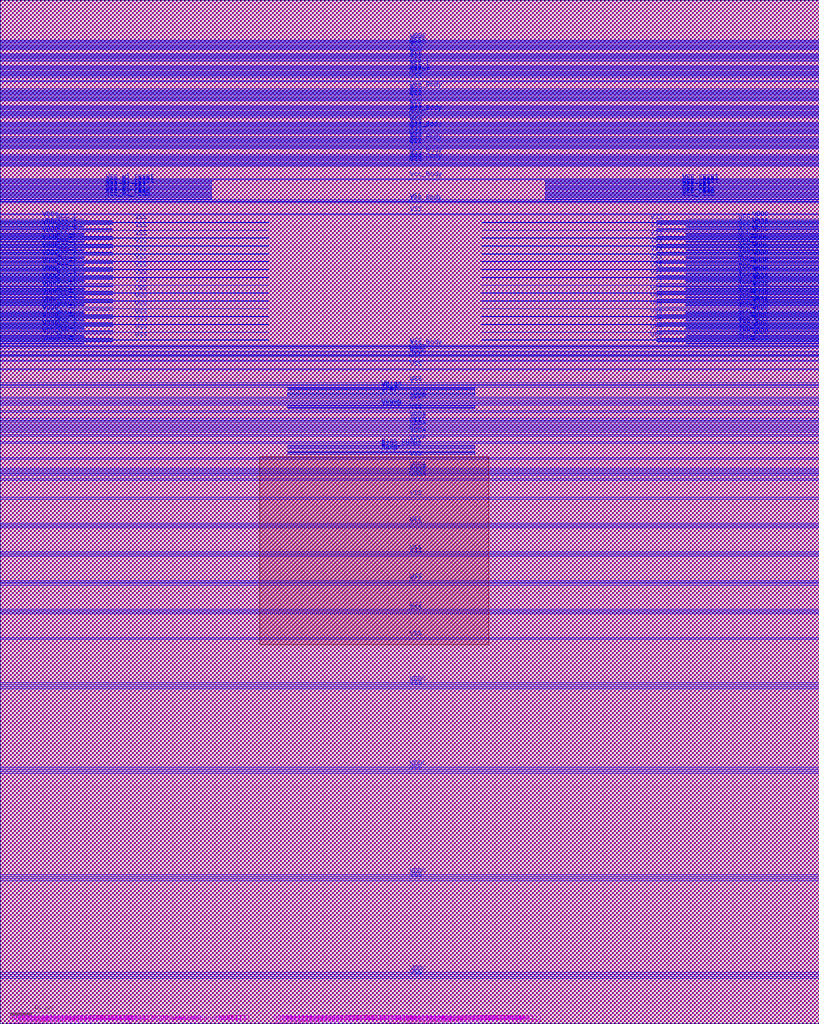
<source format=lef>
# Copyright 2020 The SkyWater PDK Authors
#
# Licensed under the Apache License, Version 2.0 (the "License");
# you may not use this file except in compliance with the License.
# You may obtain a copy of the License at
#
#     https://www.apache.org/licenses/LICENSE-2.0
#
# Unless required by applicable law or agreed to in writing, software
# distributed under the License is distributed on an "AS IS" BASIS,
# WITHOUT WARRANTIES OR CONDITIONS OF ANY KIND, either express or implied.
# See the License for the specific language governing permissions and
# limitations under the License.
#
# SPDX-License-Identifier: Apache-2.0

VERSION 5.7 ;

BUSBITCHARS "[]" ;
DIVIDERCHAR "/" ;

UNITS
  TIME NANOSECONDS 1 ;
  CAPACITANCE PICOFARADS 1 ;
  RESISTANCE OHMS 1 ;
  DATABASE MICRONS 1000 ;
END UNITS

MANUFACTURINGGRID 0.005 ;
USEMINSPACING OBS OFF ;

PROPERTYDEFINITIONS
  LAYER LEF58_TYPE STRING ;
END PROPERTYDEFINITIONS

# High density, single height
SITE unithd
  SYMMETRY Y ;
  CLASS CORE ;
  SIZE 0.46 BY 2.72 ;
END unithd

# High density, double height
SITE unithddbl
  SYMMETRY Y ;
  CLASS CORE ;
  SIZE 0.46 BY 5.44 ;
END unithddbl

LAYER nwell
  TYPE MASTERSLICE ;
  PROPERTY LEF58_TYPE "TYPE NWELL ;" ;
END nwell

LAYER pwell
  TYPE MASTERSLICE ;
  PROPERTY LEF58_TYPE "TYPE PWELL ;" ;
END pwell

LAYER licon
  TYPE CUT ;
END licon

LAYER li1
  TYPE ROUTING ;
  DIRECTION VERTICAL ;

  PITCH 0.46 0.34 ;
  OFFSET 0.23 0.17 ;

  WIDTH 0.17 ;          # LI 1
  # SPACING  0.17 ;     # LI 2
  SPACINGTABLE
     PARALLELRUNLENGTH 0
     WIDTH 0 0.17 ;
  AREA 0.0561 ;         # LI 6
  THICKNESS 0.1 ;
  EDGECAPACITANCE 40.697E-6 ;
  CAPACITANCE CPERSQDIST 36.9866E-6 ;
  RESISTANCE RPERSQ 17.0 ;

  ANTENNAMODEL OXIDE1 ;
  ANTENNADIFFSIDEAREARATIO PWL ( ( 0 75 ) ( 0.0125 75 ) ( 0.0225 85.125 ) ( 22.5 10200 ) ) ;
END li1

LAYER mcon
  TYPE CUT ;

  WIDTH 0.17 ;                # Mcon 1
  SPACING 0.19 ;              # Mcon 2
  ENCLOSURE BELOW 0 0 ;       # Mcon 4
  ENCLOSURE ABOVE 0.03 0.06 ; # Met1 4 / Met1 5
  RESISTANCE 23.0 ;

  ANTENNADIFFAREARATIO PWL ( ( 0 3 ) ( 0.0125 3 ) ( 0.0225 3.405 ) ( 22.5 408 ) ) ;
  DCCURRENTDENSITY AVERAGE 0.36 ; # mA per via Iavg_max at Tj = 90oC

END mcon

LAYER met1
  TYPE ROUTING ;
  DIRECTION HORIZONTAL ;

  PITCH 0.34 ;
  OFFSET 0.17 ;

  WIDTH 0.14 ;                     # Met1 1
  # SPACING 0.14 ;                 # Met1 2
  # SPACING 0.28 RANGE 3.001 100 ; # Met1 3b
  SPACINGTABLE
     PARALLELRUNLENGTH 0
     WIDTH 0 0.14
     WIDTH 3 0.28 ;
  AREA 0.083 ;                     # Met1 6
  THICKNESS 0.35 ;
  MINENCLOSEDAREA 0.14 ;

  ANTENNAMODEL OXIDE1 ;
  ANTENNADIFFSIDEAREARATIO PWL ( ( 0 400 ) ( 0.0125 400 ) ( 0.0225 2609 ) ( 22.5 11600 ) ) ;

  EDGECAPACITANCE 40.567E-6 ;
  CAPACITANCE CPERSQDIST 25.7784E-6 ;
  DCCURRENTDENSITY AVERAGE 2.8 ; # mA/um Iavg_max at Tj = 90oC
  ACCURRENTDENSITY RMS 6.1 ; # mA/um Irms_max at Tj = 90oC
  MAXIMUMDENSITY 70 ;
  DENSITYCHECKWINDOW 700 700 ;
  DENSITYCHECKSTEP 70 ;

  RESISTANCE RPERSQ 0.145 ;
END met1

LAYER via
  TYPE CUT ;
  WIDTH 0.15 ;                  # Via 1a
  SPACING 0.17 ;                # Via 2
  ENCLOSURE BELOW 0.055 0.085 ; # Via 4a / Via 5a
  ENCLOSURE ABOVE 0.055 0.085 ; # Met2 4 / Met2 5
  RESISTANCE 15.0 ;

  ANTENNADIFFAREARATIO PWL ( ( 0 6 ) ( 0.0125 6 ) ( 0.0225 6.81 ) ( 22.5 816 ) ) ;
  DCCURRENTDENSITY AVERAGE 0.29 ; # mA per via Iavg_max at Tj = 90oC
END via

LAYER met2
  TYPE ROUTING ;
  DIRECTION VERTICAL ;

  PITCH 0.46 ;
  OFFSET 0.23 ;

  WIDTH 0.14 ;                        # Met2 1
  # SPACING  0.14 ;                   # Met2 2
  # SPACING  0.28 RANGE 3.001 100 ;   # Met2 3b
  SPACINGTABLE
     PARALLELRUNLENGTH 0
     WIDTH 0 0.14
     WIDTH 3 0.28 ;
  AREA 0.0676 ;                       # Met2 6
  THICKNESS 0.35 ;
  MINENCLOSEDAREA 0.14 ;

  EDGECAPACITANCE 37.759E-6 ;
  CAPACITANCE CPERSQDIST 16.9423E-6 ;
  RESISTANCE RPERSQ 0.145 ;
  DCCURRENTDENSITY AVERAGE 2.8 ; # mA/um Iavg_max at Tj = 90oC
  ACCURRENTDENSITY RMS 6.1 ; # mA/um Irms_max at Tj = 90oC

  ANTENNAMODEL OXIDE1 ;
  ANTENNADIFFSIDEAREARATIO PWL ( ( 0 400 ) ( 0.0125 400 ) ( 0.0225 2609 ) ( 22.5 11600 ) ) ;

  MAXIMUMDENSITY 70 ;
  DENSITYCHECKWINDOW 700 700 ;
  DENSITYCHECKSTEP 70 ;
END met2

# ******** Layer via2, type routing, number 44 **************
LAYER via2
  TYPE CUT ;
  WIDTH 0.2 ;                   # Via2 1
  SPACING 0.2 ;                 # Via2 2
  ENCLOSURE BELOW 0.04 0.085 ;  # Via2 4
  ENCLOSURE ABOVE 0.065 0.065 ; # Met3 4
  RESISTANCE 8.0 ;
  ANTENNADIFFAREARATIO PWL ( ( 0 6 ) ( 0.0125 6 ) ( 0.0225 6.81 ) ( 22.5 816 ) ) ;
  DCCURRENTDENSITY AVERAGE 0.48 ; # mA per via Iavg_max at Tj = 90oC
END via2

LAYER met3
  TYPE ROUTING ;
  DIRECTION HORIZONTAL ;

  PITCH 0.68 ;
  OFFSET 0.34 ;

  WIDTH 0.3 ;              # Met3 1
  # SPACING 0.3 ;          # Met3 2
  SPACINGTABLE
     PARALLELRUNLENGTH 0
     WIDTH 0 0.3
     WIDTH 3 0.4 ;
  AREA 0.24 ;              # Met3 6
  THICKNESS 0.8 ;

  EDGECAPACITANCE 40.989E-6 ;
  CAPACITANCE CPERSQDIST 12.3729E-6 ;
  RESISTANCE RPERSQ 0.056 ;
  DCCURRENTDENSITY AVERAGE 6.8 ; # mA/um Iavg_max at Tj = 90oC
  ACCURRENTDENSITY RMS 14.9 ; # mA/um Irms_max at Tj = 90oC

  ANTENNAMODEL OXIDE1 ;
  ANTENNADIFFSIDEAREARATIO PWL ( ( 0 400 ) ( 0.0125 400 ) ( 0.0225 2609 ) ( 22.5 11600 ) ) ;

  MAXIMUMDENSITY 70 ;
  DENSITYCHECKWINDOW 700 700 ;
  DENSITYCHECKSTEP 70 ;
END met3

LAYER via3
  TYPE CUT ;
  WIDTH 0.2 ;                   # Via3 1
  SPACING 0.2 ;                 # Via3 2
  ENCLOSURE BELOW 0.06 0.09 ;   # Via3 4 / Via3 5
  ENCLOSURE ABOVE 0.065 0.065 ; # Met4 3
  RESISTANCE 8.0 ;
  ANTENNADIFFAREARATIO PWL ( ( 0 6 ) ( 0.0125 6 ) ( 0.0225 6.81 ) ( 22.5 816 ) ) ;
  DCCURRENTDENSITY AVERAGE 0.48 ; # mA per via Iavg_max at Tj = 90oC
END via3

LAYER met4
  TYPE ROUTING ;
  DIRECTION VERTICAL ;

  PITCH 0.92 ;
  OFFSET 0.46 ;

  WIDTH 0.3 ;             # Met4 1
  # SPACING  0.3 ;             # Met4 2
  SPACINGTABLE
     PARALLELRUNLENGTH 0
     WIDTH 0 0.3
     WIDTH 3 0.4 ;
  AREA 0.24 ;            # Met4 4a

  THICKNESS 0.8 ;

  EDGECAPACITANCE 36.676E-6 ;
  CAPACITANCE CPERSQDIST 8.41537E-6 ;
  RESISTANCE RPERSQ 0.056 ;
  DCCURRENTDENSITY AVERAGE 6.8 ; # mA/um Iavg_max at Tj = 90oC
  ACCURRENTDENSITY RMS 14.9 ; # mA/um Irms_max at Tj = 90oC

  ANTENNAMODEL OXIDE1 ;
  ANTENNADIFFSIDEAREARATIO PWL ( ( 0 400 ) ( 0.0125 400 ) ( 0.0225 2609 ) ( 22.5 11600 ) ) ;

  MAXIMUMDENSITY 70 ;
  DENSITYCHECKWINDOW 700 700 ;
  DENSITYCHECKSTEP 70 ;
END met4

LAYER via4
  TYPE CUT ;

  WIDTH 0.8 ;                 # Via4 1
  SPACING 0.8 ;               # Via4 2
  ENCLOSURE BELOW 0.19 0.19 ; # Via4 4
  ENCLOSURE ABOVE 0.31 0.31 ; # Met5 3
  RESISTANCE 0.891 ;
  ANTENNADIFFAREARATIO PWL ( ( 0 6 ) ( 0.0125 6 ) ( 0.0225 6.81 ) ( 22.5 816 ) ) ;
  DCCURRENTDENSITY AVERAGE 2.49 ; # mA per via Iavg_max at Tj = 90oC
END via4

LAYER met5
  TYPE ROUTING ;
  DIRECTION HORIZONTAL ;

  PITCH 3.4 ;
  OFFSET 1.7 ;

  WIDTH 1.6 ;            # Met5 1
  #SPACING  1.6 ;        # Met5 2
  SPACINGTABLE
     PARALLELRUNLENGTH 0
     WIDTH 0 1.6 ;
  AREA 4 ;               # Met5 4

  THICKNESS 1.2 ;

  EDGECAPACITANCE 38.851E-6 ;
  CAPACITANCE CPERSQDIST 6.32063E-6 ;
  RESISTANCE RPERSQ 0.0358 ;
  DCCURRENTDENSITY AVERAGE 10.17 ; # mA/um Iavg_max at Tj = 90oC
  ACCURRENTDENSITY RMS 22.34 ; # mA/um Irms_max at Tj = 90oC

  ANTENNAMODEL OXIDE1 ;
  ANTENNADIFFSIDEAREARATIO PWL ( ( 0 400 ) ( 0.0125 400 ) ( 0.0225 2609 ) ( 22.5 11600 ) ) ;
END met5


### Routing via cells section   ###
# Plus via rule, metals are along the prefered direction
VIA L1M1_PR DEFAULT
  LAYER mcon ;
  RECT -0.085 -0.085 0.085 0.085 ;
  LAYER li1 ;
  RECT -0.085 -0.085 0.085 0.085 ;
  LAYER met1 ;
  RECT -0.145 -0.115 0.145 0.115 ;
END L1M1_PR

VIARULE L1M1_PR GENERATE
  LAYER li1 ;
  ENCLOSURE 0 0 ;
  LAYER met1 ;
  ENCLOSURE 0.06 0.03 ;
  LAYER mcon ;
  RECT -0.085 -0.085 0.085 0.085 ;
  SPACING 0.36 BY 0.36 ;
END L1M1_PR

# Plus via rule, metals are along the non prefered direction
VIA L1M1_PR_R DEFAULT
  LAYER mcon ;
  RECT -0.085 -0.085 0.085 0.085 ;
  LAYER li1 ;
  RECT -0.085 -0.085 0.085 0.085 ;
  LAYER met1 ;
  RECT -0.115 -0.145 0.115 0.145 ;
END L1M1_PR_R

VIARULE L1M1_PR_R GENERATE
  LAYER li1 ;
  ENCLOSURE 0 0 ;
  LAYER met1 ;
  ENCLOSURE 0.03 0.06 ;
  LAYER mcon ;
  RECT -0.085 -0.085 0.085 0.085 ;
  SPACING 0.36 BY 0.36 ;
END L1M1_PR_R

# Minus via rule, lower layer metal is along prefered direction
VIA L1M1_PR_M DEFAULT
  LAYER mcon ;
  RECT -0.085 -0.085 0.085 0.085 ;
  LAYER li1 ;
  RECT -0.085 -0.085 0.085 0.085 ;
  LAYER met1 ;
  RECT -0.115 -0.145 0.115 0.145 ;
END L1M1_PR_M

VIARULE L1M1_PR_M GENERATE
  LAYER li1 ;
  ENCLOSURE 0 0 ;
  LAYER met1 ;
  ENCLOSURE 0.03 0.06 ;
  LAYER mcon ;
  RECT -0.085 -0.085 0.085 0.085 ;
  SPACING 0.36 BY 0.36 ;
END L1M1_PR_M

# Minus via rule, upper layer metal is along prefered direction
VIA L1M1_PR_MR DEFAULT
  LAYER mcon ;
  RECT -0.085 -0.085 0.085 0.085 ;
  LAYER li1 ;
  RECT -0.085 -0.085 0.085 0.085 ;
  LAYER met1 ;
  RECT -0.145 -0.115 0.145 0.115 ;
END L1M1_PR_MR

VIARULE L1M1_PR_MR GENERATE
  LAYER li1 ;
  ENCLOSURE 0 0 ;
  LAYER met1 ;
  ENCLOSURE 0.06 0.03 ;
  LAYER mcon ;
  RECT -0.085 -0.085 0.085 0.085 ;
  SPACING 0.36 BY 0.36 ;
END L1M1_PR_MR

# Centered via rule, we really do not want to use it
VIA L1M1_PR_C DEFAULT
  LAYER mcon ;
  RECT -0.085 -0.085 0.085 0.085 ;
  LAYER li1 ;
  RECT -0.085 -0.085 0.085 0.085 ;
  LAYER met1 ;
  RECT -0.145 -0.145 0.145 0.145 ;
END L1M1_PR_C

VIARULE L1M1_PR_C GENERATE
  LAYER li1 ;
  ENCLOSURE 0 0 ;
  LAYER met1 ;
  ENCLOSURE 0.06 0.06 ;
  LAYER mcon ;
  RECT -0.085 -0.085 0.085 0.085 ;
  SPACING 0.36 BY 0.36 ;
END L1M1_PR_C

# Plus via rule, metals are along the prefered direction
VIA M1M2_PR DEFAULT
  LAYER via ;
  RECT -0.075 -0.075 0.075 0.075 ;
  LAYER met1 ;
  RECT -0.16 -0.13 0.16 0.13 ;
  LAYER met2 ;
  RECT -0.13 -0.16 0.13 0.16 ;
END M1M2_PR

VIARULE M1M2_PR GENERATE
  LAYER met1 ;
  ENCLOSURE 0.085 0.055 ;
  LAYER met2 ;
  ENCLOSURE 0.055 0.085 ;
  LAYER via ;
  RECT -0.075 -0.075 0.075 0.075 ;
  SPACING 0.32 BY 0.32 ;
END M1M2_PR

# Plus via rule, metals are along the non prefered direction
VIA M1M2_PR_R DEFAULT
  LAYER via ;
  RECT -0.075 -0.075 0.075 0.075 ;
  LAYER met1 ;
  RECT -0.13 -0.16 0.13 0.16 ;
  LAYER met2 ;
  RECT -0.16 -0.13 0.16 0.13 ;
END M1M2_PR_R

VIARULE M1M2_PR_R GENERATE
  LAYER met1 ;
  ENCLOSURE 0.055 0.085 ;
  LAYER met2 ;
  ENCLOSURE 0.085 0.055 ;
  LAYER via ;
  RECT -0.075 -0.075 0.075 0.075 ;
  SPACING 0.32 BY 0.32 ;
END M1M2_PR_R

# Minus via rule, lower layer metal is along prefered direction
VIA M1M2_PR_M DEFAULT
  LAYER via ;
  RECT -0.075 -0.075 0.075 0.075 ;
  LAYER met1 ;
  RECT -0.16 -0.13 0.16 0.13 ;
  LAYER met2 ;
  RECT -0.16 -0.13 0.16 0.13 ;
END M1M2_PR_M

VIARULE M1M2_PR_M GENERATE
  LAYER met1 ;
  ENCLOSURE 0.085 0.055 ;
  LAYER met2 ;
  ENCLOSURE 0.085 0.055 ;
  LAYER via ;
  RECT -0.075 -0.075 0.075 0.075 ;
  SPACING 0.32 BY 0.32 ;
END M1M2_PR_M

# Minus via rule, upper layer metal is along prefered direction
VIA M1M2_PR_MR DEFAULT
  LAYER via ;
  RECT -0.075 -0.075 0.075 0.075 ;
  LAYER met1 ;
  RECT -0.13 -0.16 0.13 0.16 ;
  LAYER met2 ;
  RECT -0.13 -0.16 0.13 0.16 ;
END M1M2_PR_MR

VIARULE M1M2_PR_MR GENERATE
  LAYER met1 ;
  ENCLOSURE 0.055 0.085 ;
  LAYER met2 ;
  ENCLOSURE 0.055 0.085 ;
  LAYER via ;
  RECT -0.075 -0.075 0.075 0.075 ;
  SPACING 0.32 BY 0.32 ;
END M1M2_PR_MR

# Centered via rule, we really do not want to use it
VIA M1M2_PR_C DEFAULT
  LAYER via ;
  RECT -0.075 -0.075 0.075 0.075 ;
  LAYER met1 ;
  RECT -0.16 -0.16 0.16 0.16 ;
  LAYER met2 ;
  RECT -0.16 -0.16 0.16 0.16 ;
END M1M2_PR_C

VIARULE M1M2_PR_C GENERATE
  LAYER met1 ;
  ENCLOSURE 0.085 0.085 ;
  LAYER met2 ;
  ENCLOSURE 0.085 0.085 ;
  LAYER via ;
  RECT -0.075 -0.075 0.075 0.075 ;
  SPACING 0.32 BY 0.32 ;
END M1M2_PR_C

# Plus via rule, metals are along the prefered direction
VIA M2M3_PR DEFAULT
  LAYER via2 ;
  RECT -0.1 -0.1 0.1 0.1 ;
  LAYER met2 ;
  RECT -0.14 -0.185 0.14 0.185 ;
  LAYER met3 ;
  RECT -0.165 -0.165 0.165 0.165 ;
END M2M3_PR

VIARULE M2M3_PR GENERATE
  LAYER met2 ;
  ENCLOSURE 0.04 0.085 ;
  LAYER met3 ;
  ENCLOSURE 0.065 0.065 ;
  LAYER via2 ;
  RECT -0.1 -0.1 0.1 0.1 ;
  SPACING 0.4 BY 0.4 ;
END M2M3_PR

# Plus via rule, metals are along the non prefered direction
VIA M2M3_PR_R DEFAULT
  LAYER via2 ;
  RECT -0.1 -0.1 0.1 0.1 ;
  LAYER met2 ;
  RECT -0.185 -0.14 0.185 0.14 ;
  LAYER met3 ;
  RECT -0.165 -0.165 0.165 0.165 ;
END M2M3_PR_R

VIARULE M2M3_PR_R GENERATE
  LAYER met2 ;
  ENCLOSURE 0.085 0.04 ;
  LAYER met3 ;
  ENCLOSURE 0.065 0.065 ;
  LAYER via2 ;
  RECT -0.1 -0.1 0.1 0.1 ;
  SPACING 0.4 BY 0.4 ;
END M2M3_PR_R

# Minus via rule, lower layer metal is along prefered direction
VIA M2M3_PR_M DEFAULT
  LAYER via2 ;
  RECT -0.1 -0.1 0.1 0.1 ;
  LAYER met2 ;
  RECT -0.14 -0.185 0.14 0.185 ;
  LAYER met3 ;
  RECT -0.165 -0.165 0.165 0.165 ;
END M2M3_PR_M

VIARULE M2M3_PR_M GENERATE
  LAYER met2 ;
  ENCLOSURE 0.04 0.085 ;
  LAYER met3 ;
  ENCLOSURE 0.065 0.065 ;
  LAYER via2 ;
  RECT -0.1 -0.1 0.1 0.1 ;
  SPACING 0.4 BY 0.4 ;
END M2M3_PR_M

# Minus via rule, upper layer metal is along prefered direction
VIA M2M3_PR_MR DEFAULT
  LAYER via2 ;
  RECT -0.1 -0.1 0.1 0.1 ;
  LAYER met2 ;
  RECT -0.185 -0.14 0.185 0.14 ;
  LAYER met3 ;
  RECT -0.165 -0.165 0.165 0.165 ;
END M2M3_PR_MR

VIARULE M2M3_PR_MR GENERATE
  LAYER met2 ;
  ENCLOSURE 0.085 0.04 ;
  LAYER met3 ;
  ENCLOSURE 0.065 0.065 ;
  LAYER via2 ;
  RECT -0.1 -0.1 0.1 0.1 ;
  SPACING 0.4 BY 0.4 ;
END M2M3_PR_MR

# Centered via rule, we really do not want to use it
VIA M2M3_PR_C DEFAULT
  LAYER via2 ;
  RECT -0.1 -0.1 0.1 0.1 ;
  LAYER met2 ;
  RECT -0.185 -0.185 0.185 0.185 ;
  LAYER met3 ;
  RECT -0.165 -0.165 0.165 0.165 ;
END M2M3_PR_C

VIARULE M2M3_PR_C GENERATE
  LAYER met2 ;
  ENCLOSURE 0.085 0.085 ;
  LAYER met3 ;
  ENCLOSURE 0.065 0.065 ;
  LAYER via2 ;
  RECT -0.1 -0.1 0.1 0.1 ;
  SPACING 0.4 BY 0.4 ;
END M2M3_PR_C

# Plus via rule, metals are along the prefered direction
VIA M3M4_PR DEFAULT
  LAYER via3 ;
  RECT -0.1 -0.1 0.1 0.1 ;
  LAYER met3 ;
  RECT -0.19 -0.16 0.19 0.16 ;
  LAYER met4 ;
  RECT -0.165 -0.165 0.165 0.165 ;
END M3M4_PR

VIARULE M3M4_PR GENERATE
  LAYER met3 ;
  ENCLOSURE 0.09 0.06 ;
  LAYER met4 ;
  ENCLOSURE 0.065 0.065 ;
  LAYER via3 ;
  RECT -0.1 -0.1 0.1 0.1 ;
  SPACING 0.4 BY 0.4 ;
END M3M4_PR

# Plus via rule, metals are along the non prefered direction
VIA M3M4_PR_R DEFAULT
  LAYER via3 ;
  RECT -0.1 -0.1 0.1 0.1 ;
  LAYER met3 ;
  RECT -0.16 -0.19 0.16 0.19 ;
  LAYER met4 ;
  RECT -0.165 -0.165 0.165 0.165 ;
END M3M4_PR_R

VIARULE M3M4_PR_R GENERATE
  LAYER met3 ;
  ENCLOSURE 0.06 0.09 ;
  LAYER met4 ;
  ENCLOSURE 0.065 0.065 ;
  LAYER via3 ;
  RECT -0.1 -0.1 0.1 0.1 ;
  SPACING 0.4 BY 0.4 ;
END M3M4_PR_R

# Minus via rule, lower layer metal is along prefered direction
VIA M3M4_PR_M DEFAULT
  LAYER via3 ;
  RECT -0.1 -0.1 0.1 0.1 ;
  LAYER met3 ;
  RECT -0.19 -0.16 0.19 0.16 ;
  LAYER met4 ;
  RECT -0.165 -0.165 0.165 0.165 ;
END M3M4_PR_M

VIARULE M3M4_PR_M GENERATE
  LAYER met3 ;
  ENCLOSURE 0.09 0.06 ;
  LAYER met4 ;
  ENCLOSURE 0.065 0.065 ;
  LAYER via3 ;
  RECT -0.1 -0.1 0.1 0.1 ;
  SPACING 0.4 BY 0.4 ;
END M3M4_PR_M

# Minus via rule, upper layer metal is along prefered direction
VIA M3M4_PR_MR DEFAULT
  LAYER via3 ;
  RECT -0.1 -0.1 0.1 0.1 ;
  LAYER met3 ;
  RECT -0.16 -0.19 0.16 0.19 ;
  LAYER met4 ;
  RECT -0.165 -0.165 0.165 0.165 ;
END M3M4_PR_MR

VIARULE M3M4_PR_MR GENERATE
  LAYER met3 ;
  ENCLOSURE 0.06 0.09 ;
  LAYER met4 ;
  ENCLOSURE 0.065 0.065 ;
  LAYER via3 ;
  RECT -0.1 -0.1 0.1 0.1 ;
  SPACING 0.4 BY 0.4 ;
END M3M4_PR_MR

# Centered via rule, we really do not want to use it
VIA M3M4_PR_C DEFAULT
  LAYER via3 ;
  RECT -0.1 -0.1 0.1 0.1 ;
  LAYER met3 ;
  RECT -0.19 -0.19 0.19 0.19 ;
  LAYER met4 ;
  RECT -0.165 -0.165 0.165 0.165 ;
END M3M4_PR_C

VIARULE M3M4_PR_C GENERATE
  LAYER met3 ;
  ENCLOSURE 0.09 0.09 ;
  LAYER met4 ;
  ENCLOSURE 0.065 0.065 ;
  LAYER via3 ;
  RECT -0.1 -0.1 0.1 0.1 ;
  SPACING 0.4 BY 0.4 ;
END M3M4_PR_C

# Plus via rule, metals are along the prefered direction
VIA M4M5_PR DEFAULT
  LAYER via4 ;
  RECT -0.4 -0.4 0.4 0.4 ;
  LAYER met4 ;
  RECT -0.59 -0.59 0.59 0.59 ;
  LAYER met5 ;
  RECT -0.71 -0.71 0.71 0.71 ;
END M4M5_PR

VIARULE M4M5_PR GENERATE
  LAYER met4 ;
  ENCLOSURE 0.19 0.19 ;
  LAYER met5 ;
  ENCLOSURE 0.31 0.31 ;
  LAYER via4 ;
  RECT -0.4 -0.4 0.4 0.4 ;
  SPACING 1.6 BY 1.6 ;
END M4M5_PR

# Plus via rule, metals are along the non prefered direction
VIA M4M5_PR_R DEFAULT
  LAYER via4 ;
  RECT -0.4 -0.4 0.4 0.4 ;
  LAYER met4 ;
  RECT -0.59 -0.59 0.59 0.59 ;
  LAYER met5 ;
  RECT -0.71 -0.71 0.71 0.71 ;
END M4M5_PR_R

VIARULE M4M5_PR_R GENERATE
  LAYER met4 ;
  ENCLOSURE 0.19 0.19 ;
  LAYER met5 ;
  ENCLOSURE 0.31 0.31 ;
  LAYER via4 ;
  RECT -0.4 -0.4 0.4 0.4 ;
  SPACING 1.6 BY 1.6 ;
END M4M5_PR_R

# Minus via rule, lower layer metal is along prefered direction
VIA M4M5_PR_M DEFAULT
  LAYER via4 ;
  RECT -0.4 -0.4 0.4 0.4 ;
  LAYER met4 ;
  RECT -0.59 -0.59 0.59 0.59 ;
  LAYER met5 ;
  RECT -0.71 -0.71 0.71 0.71 ;
END M4M5_PR_M

VIARULE M4M5_PR_M GENERATE
  LAYER met4 ;
  ENCLOSURE 0.19 0.19 ;
  LAYER met5 ;
  ENCLOSURE 0.31 0.31 ;
  LAYER via4 ;
  RECT -0.4 -0.4 0.4 0.4 ;
  SPACING 1.6 BY 1.6 ;
END M4M5_PR_M

# Minus via rule, upper layer metal is along prefered direction
VIA M4M5_PR_MR DEFAULT
  LAYER via4 ;
  RECT -0.4 -0.4 0.4 0.4 ;
  LAYER met4 ;
  RECT -0.59 -0.59 0.59 0.59 ;
  LAYER met5 ;
  RECT -0.71 -0.71 0.71 0.71 ;
END M4M5_PR_MR

VIARULE M4M5_PR_MR GENERATE
  LAYER met4 ;
  ENCLOSURE 0.19 0.19 ;
  LAYER met5 ;
  ENCLOSURE 0.31 0.31 ;
  LAYER via4 ;
  RECT -0.4 -0.4 0.4 0.4 ;
  SPACING 1.6 BY 1.6 ;
END M4M5_PR_MR

# Centered via rule, we really do not want to use it
VIA M4M5_PR_C DEFAULT
  LAYER via4 ;
  RECT -0.4 -0.4 0.4 0.4 ;
  LAYER met4 ;
  RECT -0.59 -0.59 0.59 0.59 ;
  LAYER met5 ;
  RECT -0.71 -0.71 0.71 0.71 ;
END M4M5_PR_C

VIARULE M4M5_PR_C GENERATE
  LAYER met4 ;
  ENCLOSURE 0.19 0.19 ;
  LAYER met5 ;
  ENCLOSURE 0.31 0.31 ;
  LAYER via4 ;
  RECT -0.4 -0.4 0.4 0.4 ;
  SPACING 1.6 BY 1.6 ;
END M4M5_PR_C
###  end of single via cells   ###


MACRO sky130_fd_sc_hd__a2bb2o_1
  CLASS CORE ;
  FOREIGN sky130_fd_sc_hd__a2bb2o_1 ;
  ORIGIN 0.000 0.000 ;
  SIZE 3.680 BY 2.720 ;
  SYMMETRY X Y R90 ;
  SITE unithd ;
  PIN A1_N
    DIRECTION INPUT ;
    USE SIGNAL ;
    ANTENNAGATEAREA 0.126000 ;
    PORT
      LAYER li1 ;
        RECT 0.910 0.995 1.240 1.615 ;
    END
  END A1_N
  PIN A2_N
    DIRECTION INPUT ;
    USE SIGNAL ;
    ANTENNAGATEAREA 0.126000 ;
    PORT
      LAYER li1 ;
        RECT 1.410 0.995 1.700 1.375 ;
    END
  END A2_N
  PIN B1
    DIRECTION INPUT ;
    USE SIGNAL ;
    ANTENNAGATEAREA 0.126000 ;
    PORT
      LAYER li1 ;
        RECT 3.280 0.765 3.540 1.655 ;
    END
  END B1
  PIN B2
    DIRECTION INPUT ;
    USE SIGNAL ;
    ANTENNAGATEAREA 0.126000 ;
    PORT
      LAYER li1 ;
        RECT 2.600 1.355 3.080 1.655 ;
        RECT 2.820 0.765 3.080 1.355 ;
    END
  END B2
  PIN VGND
    DIRECTION INOUT ;
    USE GROUND ;
    SHAPE ABUTMENT ;
    PORT
      LAYER met1 ;
        RECT 0.000 -0.240 3.680 0.240 ;
    END
  END VGND
  PIN VNB
    DIRECTION INOUT ;
    USE GROUND ;
    PORT
      LAYER pwell ;
        RECT 0.005 0.785 0.925 1.015 ;
        RECT 0.005 0.105 3.590 0.785 ;
        RECT 0.150 -0.085 0.320 0.105 ;
    END
  END VNB
  PIN VPB
    DIRECTION INOUT ;
    USE POWER ;
    PORT
      LAYER nwell ;
        RECT -0.190 1.305 3.870 2.910 ;
    END
  END VPB
  PIN VPWR
    DIRECTION INOUT ;
    USE POWER ;
    SHAPE ABUTMENT ;
    PORT
      LAYER met1 ;
        RECT 0.000 2.480 3.680 2.960 ;
    END
  END VPWR
  PIN X
    DIRECTION OUTPUT ;
    USE SIGNAL ;
    ANTENNADIFFAREA 0.429000 ;
    PORT
      LAYER li1 ;
        RECT 0.085 1.525 0.345 2.465 ;
        RECT 0.085 0.810 0.260 1.525 ;
        RECT 0.085 0.255 0.345 0.810 ;
    END
  END X
  OBS
      LAYER li1 ;
        RECT 0.000 2.635 3.680 2.805 ;
        RECT 0.515 2.235 0.845 2.635 ;
        RECT 1.990 2.370 2.245 2.465 ;
        RECT 1.105 2.200 2.245 2.370 ;
        RECT 2.415 2.255 2.745 2.425 ;
        RECT 1.105 1.975 1.275 2.200 ;
        RECT 0.515 1.805 1.275 1.975 ;
        RECT 1.990 2.065 2.245 2.200 ;
        RECT 0.515 1.325 0.685 1.805 ;
        RECT 1.540 1.715 1.710 1.905 ;
        RECT 1.990 1.895 2.400 2.065 ;
        RECT 1.540 1.545 2.060 1.715 ;
        RECT 0.430 0.995 0.685 1.325 ;
        RECT 1.890 0.825 2.060 1.545 ;
        RECT 1.180 0.655 2.060 0.825 ;
        RECT 2.230 0.870 2.400 1.895 ;
        RECT 2.575 2.005 2.745 2.255 ;
        RECT 2.915 2.175 3.165 2.635 ;
        RECT 3.335 2.005 3.515 2.465 ;
        RECT 2.575 1.835 3.515 2.005 ;
        RECT 2.230 0.700 2.580 0.870 ;
        RECT 0.515 0.085 0.945 0.530 ;
        RECT 1.180 0.255 1.350 0.655 ;
        RECT 1.520 0.085 2.240 0.485 ;
        RECT 2.410 0.255 2.580 0.700 ;
        RECT 3.155 0.085 3.555 0.595 ;
        RECT 0.000 -0.085 3.680 0.085 ;
  END
END sky130_fd_sc_hd__a2bb2o_1
MACRO sky130_fd_sc_hd__a2bb2o_2
  CLASS CORE ;
  FOREIGN sky130_fd_sc_hd__a2bb2o_2 ;
  ORIGIN 0.000 0.000 ;
  SIZE 4.140 BY 2.720 ;
  SYMMETRY X Y R90 ;
  SITE unithd ;
  PIN A1_N
    DIRECTION INPUT ;
    USE SIGNAL ;
    ANTENNAGATEAREA 0.159000 ;
    PORT
      LAYER li1 ;
        RECT 1.345 0.995 1.675 1.615 ;
    END
  END A1_N
  PIN A2_N
    DIRECTION INPUT ;
    USE SIGNAL ;
    ANTENNAGATEAREA 0.159000 ;
    PORT
      LAYER li1 ;
        RECT 1.845 0.995 2.135 1.375 ;
    END
  END A2_N
  PIN B1
    DIRECTION INPUT ;
    USE SIGNAL ;
    ANTENNAGATEAREA 0.159000 ;
    PORT
      LAYER li1 ;
        RECT 3.730 0.765 3.990 1.655 ;
    END
  END B1
  PIN B2
    DIRECTION INPUT ;
    USE SIGNAL ;
    ANTENNAGATEAREA 0.159000 ;
    PORT
      LAYER li1 ;
        RECT 3.050 1.355 3.530 1.655 ;
        RECT 3.270 0.765 3.530 1.355 ;
    END
  END B2
  PIN VGND
    DIRECTION INOUT ;
    USE GROUND ;
    SHAPE ABUTMENT ;
    PORT
      LAYER met1 ;
        RECT 0.000 -0.240 4.140 0.240 ;
    END
  END VGND
  PIN VNB
    DIRECTION INOUT ;
    USE GROUND ;
    PORT
      LAYER pwell ;
        RECT 0.015 0.785 1.360 1.015 ;
        RECT 0.015 0.105 4.040 0.785 ;
        RECT 0.125 -0.085 0.295 0.105 ;
    END
  END VNB
  PIN VPB
    DIRECTION INOUT ;
    USE POWER ;
    PORT
      LAYER nwell ;
        RECT -0.190 1.305 4.330 2.910 ;
    END
  END VPB
  PIN VPWR
    DIRECTION INOUT ;
    USE POWER ;
    SHAPE ABUTMENT ;
    PORT
      LAYER met1 ;
        RECT 0.000 2.480 4.140 2.960 ;
    END
  END VPWR
  PIN X
    DIRECTION OUTPUT ;
    USE SIGNAL ;
    ANTENNADIFFAREA 0.445500 ;
    PORT
      LAYER li1 ;
        RECT 0.525 1.525 0.780 2.465 ;
        RECT 0.525 0.810 0.695 1.525 ;
        RECT 0.525 0.255 0.780 0.810 ;
    END
  END X
  OBS
      LAYER li1 ;
        RECT 0.000 2.635 4.140 2.805 ;
        RECT 0.185 1.445 0.355 2.635 ;
        RECT 0.950 2.235 1.280 2.635 ;
        RECT 2.500 2.370 2.670 2.465 ;
        RECT 1.540 2.200 2.670 2.370 ;
        RECT 2.875 2.255 3.205 2.425 ;
        RECT 1.540 1.975 1.710 2.200 ;
        RECT 0.950 1.805 1.710 1.975 ;
        RECT 2.440 2.065 2.670 2.200 ;
        RECT 0.950 1.325 1.120 1.805 ;
        RECT 1.975 1.715 2.145 1.905 ;
        RECT 2.440 1.895 2.850 2.065 ;
        RECT 1.975 1.545 2.510 1.715 ;
        RECT 0.865 0.995 1.120 1.325 ;
        RECT 0.185 0.085 0.355 0.930 ;
        RECT 2.340 0.825 2.510 1.545 ;
        RECT 1.615 0.655 2.510 0.825 ;
        RECT 2.680 0.870 2.850 1.895 ;
        RECT 3.035 2.005 3.205 2.255 ;
        RECT 3.375 2.175 3.625 2.635 ;
        RECT 3.795 2.005 3.965 2.465 ;
        RECT 3.035 1.835 3.965 2.005 ;
        RECT 2.680 0.700 3.030 0.870 ;
        RECT 0.950 0.085 1.380 0.530 ;
        RECT 1.615 0.255 1.785 0.655 ;
        RECT 1.955 0.085 2.690 0.485 ;
        RECT 2.860 0.255 3.030 0.700 ;
        RECT 3.605 0.085 4.005 0.595 ;
        RECT 0.000 -0.085 4.140 0.085 ;
  END
END sky130_fd_sc_hd__a2bb2o_2
MACRO sky130_fd_sc_hd__a2bb2o_4
  CLASS CORE ;
  FOREIGN sky130_fd_sc_hd__a2bb2o_4 ;
  ORIGIN 0.000 0.000 ;
  SIZE 7.360 BY 2.720 ;
  SYMMETRY X Y R90 ;
  SITE unithd ;
  PIN A1_N
    DIRECTION INPUT ;
    USE SIGNAL ;
    ANTENNAGATEAREA 0.495000 ;
    PORT
      LAYER li1 ;
        RECT 3.475 1.445 4.965 1.615 ;
        RECT 3.475 1.325 3.645 1.445 ;
        RECT 3.315 1.075 3.645 1.325 ;
        RECT 4.605 1.075 4.965 1.445 ;
    END
  END A1_N
  PIN A2_N
    DIRECTION INPUT ;
    USE SIGNAL ;
    ANTENNAGATEAREA 0.495000 ;
    PORT
      LAYER li1 ;
        RECT 3.815 1.075 4.435 1.275 ;
    END
  END A2_N
  PIN B1
    DIRECTION INPUT ;
    USE SIGNAL ;
    ANTENNAGATEAREA 0.495000 ;
    PORT
      LAYER li1 ;
        RECT 0.085 1.445 1.685 1.615 ;
        RECT 0.085 1.075 0.575 1.445 ;
        RECT 1.515 1.245 1.685 1.445 ;
        RECT 1.515 1.075 1.895 1.245 ;
    END
  END B1
  PIN B2
    DIRECTION INPUT ;
    USE SIGNAL ;
    ANTENNAGATEAREA 0.495000 ;
    PORT
      LAYER li1 ;
        RECT 0.805 1.075 1.345 1.275 ;
    END
  END B2
  PIN VGND
    DIRECTION INOUT ;
    USE GROUND ;
    SHAPE ABUTMENT ;
    PORT
      LAYER met1 ;
        RECT 0.000 -0.240 7.360 0.240 ;
    END
  END VGND
  PIN VNB
    DIRECTION INOUT ;
    USE GROUND ;
    PORT
      LAYER pwell ;
        RECT 0.005 0.105 6.915 1.015 ;
        RECT 0.150 -0.085 0.320 0.105 ;
    END
  END VNB
  PIN VPB
    DIRECTION INOUT ;
    USE POWER ;
    PORT
      LAYER nwell ;
        RECT -0.190 1.305 7.550 2.910 ;
    END
  END VPB
  PIN VPWR
    DIRECTION INOUT ;
    USE POWER ;
    SHAPE ABUTMENT ;
    PORT
      LAYER met1 ;
        RECT 0.000 2.480 7.360 2.960 ;
    END
  END VPWR
  PIN X
    DIRECTION OUTPUT ;
    USE SIGNAL ;
    ANTENNADIFFAREA 0.891000 ;
    PORT
      LAYER li1 ;
        RECT 5.275 1.955 5.525 2.465 ;
        RECT 6.115 1.955 6.365 2.465 ;
        RECT 5.275 1.785 6.365 1.955 ;
        RECT 6.115 1.655 6.365 1.785 ;
        RECT 6.115 1.415 6.920 1.655 ;
        RECT 6.610 0.905 6.920 1.415 ;
        RECT 5.235 0.725 6.920 0.905 ;
        RECT 5.235 0.275 5.565 0.725 ;
        RECT 6.075 0.275 6.405 0.725 ;
    END
  END X
  OBS
      LAYER li1 ;
        RECT 0.000 2.635 7.360 2.805 ;
        RECT 0.135 1.955 0.385 2.465 ;
        RECT 0.555 2.125 0.805 2.635 ;
        RECT 0.975 1.955 1.225 2.465 ;
        RECT 1.395 2.125 1.645 2.635 ;
        RECT 1.815 2.295 2.905 2.465 ;
        RECT 1.815 1.955 2.065 2.295 ;
        RECT 2.655 2.135 2.905 2.295 ;
        RECT 3.175 2.135 3.425 2.635 ;
        RECT 3.595 2.295 4.685 2.465 ;
        RECT 3.595 2.135 3.845 2.295 ;
        RECT 0.135 1.785 2.065 1.955 ;
        RECT 1.855 1.455 2.065 1.785 ;
        RECT 2.235 1.965 2.485 2.125 ;
        RECT 4.015 1.965 4.265 2.125 ;
        RECT 2.235 1.415 2.620 1.965 ;
        RECT 3.135 1.785 4.265 1.965 ;
        RECT 4.435 1.785 4.685 2.295 ;
        RECT 4.855 1.795 5.105 2.635 ;
        RECT 5.695 2.165 5.945 2.635 ;
        RECT 6.535 1.825 6.785 2.635 ;
        RECT 3.135 1.665 3.305 1.785 ;
        RECT 2.955 1.495 3.305 1.665 ;
        RECT 2.235 0.905 2.445 1.415 ;
        RECT 2.955 1.245 3.145 1.495 ;
        RECT 2.615 1.075 3.145 1.245 ;
        RECT 5.135 1.245 5.460 1.615 ;
        RECT 5.135 1.075 6.440 1.245 ;
        RECT 2.955 0.905 3.145 1.075 ;
        RECT 0.175 0.085 0.345 0.895 ;
        RECT 0.515 0.475 0.765 0.905 ;
        RECT 0.935 0.735 2.525 0.905 ;
        RECT 0.935 0.645 1.270 0.735 ;
        RECT 0.515 0.255 1.685 0.475 ;
        RECT 1.855 0.085 2.025 0.555 ;
        RECT 2.195 0.255 2.525 0.735 ;
        RECT 2.955 0.725 4.725 0.905 ;
        RECT 2.695 0.085 3.385 0.555 ;
        RECT 3.555 0.255 3.885 0.725 ;
        RECT 4.055 0.085 4.225 0.555 ;
        RECT 4.395 0.255 4.725 0.725 ;
        RECT 4.895 0.085 5.065 0.895 ;
        RECT 5.735 0.085 5.905 0.555 ;
        RECT 6.575 0.085 6.745 0.555 ;
        RECT 0.000 -0.085 7.360 0.085 ;
      LAYER met1 ;
        RECT 2.390 1.600 2.680 1.645 ;
        RECT 5.170 1.600 5.460 1.645 ;
        RECT 2.390 1.460 5.460 1.600 ;
        RECT 2.390 1.415 2.680 1.460 ;
        RECT 5.170 1.415 5.460 1.460 ;
  END
END sky130_fd_sc_hd__a2bb2o_4
MACRO sky130_fd_sc_hd__a2bb2oi_1
  CLASS CORE ;
  FOREIGN sky130_fd_sc_hd__a2bb2oi_1 ;
  ORIGIN 0.000 0.000 ;
  SIZE 3.220 BY 2.720 ;
  SYMMETRY X Y R90 ;
  SITE unithd ;
  PIN A1_N
    DIRECTION INPUT ;
    USE SIGNAL ;
    ANTENNAGATEAREA 0.247500 ;
    PORT
      LAYER li1 ;
        RECT 0.150 0.995 0.520 1.615 ;
    END
  END A1_N
  PIN A2_N
    DIRECTION INPUT ;
    USE SIGNAL ;
    ANTENNAGATEAREA 0.247500 ;
    PORT
      LAYER li1 ;
        RECT 0.725 1.010 1.240 1.275 ;
    END
  END A2_N
  PIN B1
    DIRECTION INPUT ;
    USE SIGNAL ;
    ANTENNAGATEAREA 0.247500 ;
    PORT
      LAYER li1 ;
        RECT 2.780 0.995 3.070 1.615 ;
    END
  END B1
  PIN B2
    DIRECTION INPUT ;
    USE SIGNAL ;
    ANTENNAGATEAREA 0.247500 ;
    PORT
      LAYER li1 ;
        RECT 2.245 0.995 2.610 1.615 ;
        RECT 2.440 0.425 2.610 0.995 ;
    END
  END B2
  PIN VGND
    DIRECTION INOUT ;
    USE GROUND ;
    SHAPE ABUTMENT ;
    PORT
      LAYER met1 ;
        RECT 0.000 -0.240 3.220 0.240 ;
    END
  END VGND
  PIN VNB
    DIRECTION INOUT ;
    USE GROUND ;
    PORT
      LAYER pwell ;
        RECT 0.005 0.105 3.215 1.015 ;
        RECT 0.145 -0.085 0.315 0.105 ;
    END
  END VNB
  PIN VPB
    DIRECTION INOUT ;
    USE POWER ;
    PORT
      LAYER nwell ;
        RECT -0.190 1.305 3.410 2.910 ;
    END
  END VPB
  PIN VPWR
    DIRECTION INOUT ;
    USE POWER ;
    SHAPE ABUTMENT ;
    PORT
      LAYER met1 ;
        RECT 0.000 2.480 3.220 2.960 ;
    END
  END VPWR
  PIN Y
    DIRECTION OUTPUT ;
    USE SIGNAL ;
    ANTENNADIFFAREA 0.515500 ;
    PORT
      LAYER li1 ;
        RECT 1.420 1.955 1.785 2.465 ;
        RECT 1.420 1.785 1.945 1.955 ;
        RECT 1.775 0.825 1.945 1.785 ;
        RECT 1.775 0.255 2.205 0.825 ;
    END
  END Y
  OBS
      LAYER li1 ;
        RECT 0.000 2.635 3.220 2.805 ;
        RECT 0.095 1.805 0.425 2.635 ;
        RECT 0.875 1.615 1.205 2.465 ;
        RECT 1.955 2.235 2.285 2.465 ;
        RECT 2.115 1.955 2.285 2.235 ;
        RECT 2.455 2.135 2.705 2.635 ;
        RECT 2.875 1.955 3.130 2.465 ;
        RECT 2.115 1.785 3.130 1.955 ;
        RECT 0.875 1.445 1.580 1.615 ;
        RECT 1.410 0.830 1.580 1.445 ;
        RECT 0.095 0.085 0.425 0.825 ;
        RECT 0.595 0.660 1.580 0.830 ;
        RECT 0.595 0.255 0.765 0.660 ;
        RECT 0.935 0.085 1.605 0.490 ;
        RECT 2.795 0.085 3.125 0.825 ;
        RECT 0.000 -0.085 3.220 0.085 ;
  END
END sky130_fd_sc_hd__a2bb2oi_1
MACRO sky130_fd_sc_hd__a2bb2oi_2
  CLASS CORE ;
  FOREIGN sky130_fd_sc_hd__a2bb2oi_2 ;
  ORIGIN 0.000 0.000 ;
  SIZE 5.520 BY 2.720 ;
  SYMMETRY X Y R90 ;
  SITE unithd ;
  PIN A1_N
    DIRECTION INPUT ;
    USE SIGNAL ;
    ANTENNAGATEAREA 0.495000 ;
    PORT
      LAYER li1 ;
        RECT 3.310 1.075 4.205 1.275 ;
    END
  END A1_N
  PIN A2_N
    DIRECTION INPUT ;
    USE SIGNAL ;
    ANTENNAGATEAREA 0.495000 ;
    PORT
      LAYER li1 ;
        RECT 4.455 1.075 5.435 1.275 ;
    END
  END A2_N
  PIN B1
    DIRECTION INPUT ;
    USE SIGNAL ;
    ANTENNAGATEAREA 0.495000 ;
    PORT
      LAYER li1 ;
        RECT 0.085 1.445 2.030 1.615 ;
        RECT 0.085 1.075 0.710 1.445 ;
        RECT 1.700 1.075 2.030 1.445 ;
    END
  END B1
  PIN B2
    DIRECTION INPUT ;
    USE SIGNAL ;
    ANTENNAGATEAREA 0.495000 ;
    PORT
      LAYER li1 ;
        RECT 0.940 1.075 1.480 1.275 ;
    END
  END B2
  PIN VGND
    DIRECTION INOUT ;
    USE GROUND ;
    SHAPE ABUTMENT ;
    PORT
      LAYER met1 ;
        RECT 0.000 -0.240 5.520 0.240 ;
    END
  END VGND
  PIN VNB
    DIRECTION INOUT ;
    USE GROUND ;
    PORT
      LAYER pwell ;
        RECT 0.140 0.105 5.390 1.015 ;
        RECT 0.145 -0.085 0.315 0.105 ;
    END
  END VNB
  PIN VPB
    DIRECTION INOUT ;
    USE POWER ;
    PORT
      LAYER nwell ;
        RECT -0.190 1.305 5.710 2.910 ;
    END
  END VPB
  PIN VPWR
    DIRECTION INOUT ;
    USE POWER ;
    SHAPE ABUTMENT ;
    PORT
      LAYER met1 ;
        RECT 0.000 2.480 5.520 2.960 ;
    END
  END VPWR
  PIN Y
    DIRECTION OUTPUT ;
    USE SIGNAL ;
    ANTENNADIFFAREA 0.621000 ;
    PORT
      LAYER li1 ;
        RECT 2.370 1.660 2.620 2.125 ;
        RECT 2.370 0.905 2.660 1.660 ;
        RECT 1.070 0.725 2.660 0.905 ;
        RECT 1.070 0.645 1.400 0.725 ;
        RECT 2.330 0.255 2.660 0.725 ;
    END
  END Y
  OBS
      LAYER li1 ;
        RECT 0.000 2.635 5.520 2.805 ;
        RECT 0.270 1.955 0.520 2.465 ;
        RECT 0.690 2.135 0.940 2.635 ;
        RECT 1.110 1.955 1.360 2.465 ;
        RECT 1.530 2.135 1.780 2.635 ;
        RECT 1.950 2.295 3.040 2.465 ;
        RECT 1.950 1.955 2.200 2.295 ;
        RECT 0.270 1.785 2.200 1.955 ;
        RECT 2.790 1.795 3.040 2.295 ;
        RECT 3.310 1.965 3.560 2.465 ;
        RECT 3.730 2.135 3.980 2.635 ;
        RECT 4.150 2.295 5.240 2.465 ;
        RECT 4.150 1.965 4.400 2.295 ;
        RECT 3.310 1.785 4.400 1.965 ;
        RECT 4.570 1.615 4.820 2.125 ;
        RECT 2.950 1.445 4.820 1.615 ;
        RECT 4.990 1.455 5.240 2.295 ;
        RECT 2.950 1.325 3.120 1.445 ;
        RECT 2.830 0.995 3.120 1.325 ;
        RECT 2.950 0.905 3.120 0.995 ;
        RECT 0.310 0.085 0.480 0.895 ;
        RECT 0.650 0.475 0.900 0.895 ;
        RECT 2.950 0.725 4.860 0.905 ;
        RECT 0.650 0.255 1.820 0.475 ;
        RECT 1.990 0.085 2.160 0.555 ;
        RECT 2.830 0.085 3.520 0.555 ;
        RECT 3.690 0.255 4.020 0.725 ;
        RECT 4.190 0.085 4.360 0.555 ;
        RECT 4.530 0.255 4.860 0.725 ;
        RECT 5.030 0.085 5.200 0.905 ;
        RECT 0.000 -0.085 5.520 0.085 ;
  END
END sky130_fd_sc_hd__a2bb2oi_2
MACRO sky130_fd_sc_hd__a2bb2oi_4
  CLASS CORE ;
  FOREIGN sky130_fd_sc_hd__a2bb2oi_4 ;
  ORIGIN 0.000 0.000 ;
  SIZE 9.660 BY 2.720 ;
  SYMMETRY X Y R90 ;
  SITE unithd ;
  PIN A1_N
    DIRECTION INPUT ;
    USE SIGNAL ;
    ANTENNAGATEAREA 0.990000 ;
    PORT
      LAYER li1 ;
        RECT 5.945 1.075 7.320 1.275 ;
    END
  END A1_N
  PIN A2_N
    DIRECTION INPUT ;
    USE SIGNAL ;
    ANTENNAGATEAREA 0.990000 ;
    PORT
      LAYER li1 ;
        RECT 7.595 1.075 9.045 1.275 ;
    END
  END A2_N
  PIN B1
    DIRECTION INPUT ;
    USE SIGNAL ;
    ANTENNAGATEAREA 0.990000 ;
    PORT
      LAYER li1 ;
        RECT 1.385 1.445 3.575 1.615 ;
        RECT 1.385 1.285 1.555 1.445 ;
        RECT 0.100 1.075 1.555 1.285 ;
        RECT 3.245 1.075 3.575 1.445 ;
    END
  END B1
  PIN B2
    DIRECTION INPUT ;
    USE SIGNAL ;
    ANTENNAGATEAREA 0.990000 ;
    PORT
      LAYER li1 ;
        RECT 1.725 1.075 3.075 1.275 ;
    END
  END B2
  PIN VGND
    DIRECTION INOUT ;
    USE GROUND ;
    SHAPE ABUTMENT ;
    PORT
      LAYER met1 ;
        RECT 0.000 -0.240 9.660 0.240 ;
    END
  END VGND
  PIN VNB
    DIRECTION INOUT ;
    USE GROUND ;
    PORT
      LAYER pwell ;
        RECT 0.005 0.105 9.435 1.015 ;
        RECT 0.150 -0.085 0.320 0.105 ;
    END
  END VNB
  PIN VPB
    DIRECTION INOUT ;
    USE POWER ;
    PORT
      LAYER nwell ;
        RECT -0.190 1.305 9.850 2.910 ;
    END
  END VPB
  PIN VPWR
    DIRECTION INOUT ;
    USE POWER ;
    SHAPE ABUTMENT ;
    PORT
      LAYER met1 ;
        RECT 0.000 2.480 9.660 2.960 ;
    END
  END VPWR
  PIN Y
    DIRECTION OUTPUT ;
    USE SIGNAL ;
    ANTENNADIFFAREA 1.242000 ;
    PORT
      LAYER li1 ;
        RECT 3.915 1.615 4.165 2.125 ;
        RECT 4.745 1.615 4.965 2.125 ;
        RECT 3.745 1.415 4.965 1.615 ;
        RECT 3.745 0.905 3.915 1.415 ;
        RECT 1.775 0.725 5.045 0.905 ;
        RECT 1.775 0.645 2.995 0.725 ;
        RECT 3.875 0.275 4.205 0.725 ;
        RECT 4.715 0.275 5.045 0.725 ;
    END
  END Y
  OBS
      LAYER li1 ;
        RECT 0.000 2.635 9.660 2.805 ;
        RECT 0.085 1.625 0.425 2.465 ;
        RECT 0.595 1.795 0.805 2.635 ;
        RECT 0.975 1.965 1.215 2.465 ;
        RECT 1.395 2.135 1.645 2.635 ;
        RECT 1.815 1.965 2.065 2.465 ;
        RECT 2.235 2.135 2.485 2.635 ;
        RECT 2.655 1.965 2.905 2.465 ;
        RECT 3.075 2.135 3.325 2.635 ;
        RECT 3.495 2.295 5.465 2.465 ;
        RECT 3.495 1.965 3.745 2.295 ;
        RECT 0.975 1.795 3.745 1.965 ;
        RECT 4.335 1.795 4.575 2.295 ;
        RECT 0.975 1.625 1.215 1.795 ;
        RECT 0.085 1.455 1.215 1.625 ;
        RECT 5.135 1.455 5.465 2.295 ;
        RECT 5.655 1.625 5.985 2.465 ;
        RECT 6.155 1.795 6.365 2.635 ;
        RECT 6.540 1.625 6.780 2.465 ;
        RECT 6.955 1.795 7.205 2.635 ;
        RECT 7.375 2.295 9.310 2.465 ;
        RECT 7.375 1.625 7.625 2.295 ;
        RECT 5.655 1.455 7.625 1.625 ;
        RECT 7.795 1.625 8.045 2.125 ;
        RECT 8.215 1.795 8.465 2.295 ;
        RECT 8.635 1.625 8.885 2.125 ;
        RECT 9.060 1.795 9.310 2.295 ;
        RECT 7.795 1.455 9.575 1.625 ;
        RECT 4.085 1.075 5.725 1.245 ;
        RECT 5.555 0.905 5.725 1.075 ;
        RECT 9.215 0.905 9.575 1.455 ;
        RECT 0.175 0.085 0.345 0.895 ;
        RECT 0.515 0.725 1.605 0.905 ;
        RECT 5.555 0.735 9.575 0.905 ;
        RECT 0.515 0.255 0.845 0.725 ;
        RECT 1.015 0.085 1.185 0.555 ;
        RECT 1.355 0.475 1.605 0.725 ;
        RECT 6.075 0.725 8.925 0.735 ;
        RECT 1.355 0.255 3.365 0.475 ;
        RECT 3.535 0.085 3.705 0.555 ;
        RECT 4.375 0.085 4.545 0.555 ;
        RECT 5.215 0.085 5.905 0.555 ;
        RECT 6.075 0.255 6.405 0.725 ;
        RECT 6.575 0.085 6.745 0.555 ;
        RECT 6.915 0.255 7.245 0.725 ;
        RECT 7.415 0.085 7.585 0.555 ;
        RECT 7.755 0.255 8.085 0.725 ;
        RECT 8.255 0.085 8.425 0.555 ;
        RECT 8.595 0.255 8.925 0.725 ;
        RECT 9.095 0.085 9.265 0.555 ;
        RECT 0.000 -0.085 9.660 0.085 ;
  END
END sky130_fd_sc_hd__a2bb2oi_4
MACRO sky130_fd_sc_hd__a21bo_1
  CLASS CORE ;
  FOREIGN sky130_fd_sc_hd__a21bo_1 ;
  ORIGIN 0.000 0.000 ;
  SIZE 3.680 BY 2.720 ;
  SYMMETRY X Y R90 ;
  SITE unithd ;
  PIN A1
    DIRECTION INPUT ;
    USE SIGNAL ;
    ANTENNAGATEAREA 0.247500 ;
    PORT
      LAYER li1 ;
        RECT 1.750 0.995 2.175 1.615 ;
    END
  END A1
  PIN A2
    DIRECTION INPUT ;
    USE SIGNAL ;
    ANTENNAGATEAREA 0.247500 ;
    PORT
      LAYER li1 ;
        RECT 2.370 0.995 2.630 1.615 ;
    END
  END A2
  PIN B1_N
    DIRECTION INPUT ;
    USE SIGNAL ;
    ANTENNAGATEAREA 0.126000 ;
    PORT
      LAYER li1 ;
        RECT 0.105 0.325 0.335 1.665 ;
    END
  END B1_N
  PIN VGND
    DIRECTION INOUT ;
    USE GROUND ;
    SHAPE ABUTMENT ;
    PORT
      LAYER met1 ;
        RECT 0.000 -0.240 3.680 0.240 ;
    END
  END VGND
  PIN VNB
    DIRECTION INOUT ;
    USE GROUND ;
    PORT
      LAYER pwell ;
        RECT 0.145 -0.085 0.315 0.085 ;
    END
  END VNB
  PIN VPB
    DIRECTION INOUT ;
    USE POWER ;
    PORT
      LAYER nwell ;
        RECT -0.190 1.305 3.870 2.910 ;
    END
  END VPB
  PIN VPWR
    DIRECTION INOUT ;
    USE POWER ;
    SHAPE ABUTMENT ;
    PORT
      LAYER met1 ;
        RECT 0.000 2.480 3.680 2.960 ;
    END
  END VPWR
  PIN X
    DIRECTION OUTPUT ;
    USE SIGNAL ;
    ANTENNADIFFAREA 0.429000 ;
    PORT
      LAYER li1 ;
        RECT 3.300 0.265 3.580 2.455 ;
    END
  END X
  OBS
      LAYER pwell ;
        RECT 0.850 0.785 3.675 1.015 ;
        RECT 0.345 0.105 3.675 0.785 ;
      LAYER li1 ;
        RECT 0.000 2.635 3.680 2.805 ;
        RECT 0.105 2.045 0.345 2.435 ;
        RECT 0.515 2.225 0.865 2.635 ;
        RECT 0.105 1.845 0.855 2.045 ;
        RECT 0.515 1.165 0.855 1.845 ;
        RECT 1.035 1.345 1.365 2.455 ;
        RECT 1.535 1.985 1.715 2.455 ;
        RECT 1.885 2.155 2.215 2.635 ;
        RECT 2.390 1.985 2.560 2.455 ;
        RECT 1.535 1.785 2.560 1.985 ;
        RECT 2.825 1.495 3.110 2.635 ;
        RECT 0.515 0.265 0.745 1.165 ;
        RECT 1.035 1.045 1.580 1.345 ;
        RECT 0.945 0.085 1.190 0.865 ;
        RECT 1.360 0.815 1.580 1.045 ;
        RECT 2.840 0.815 3.100 1.325 ;
        RECT 1.360 0.625 3.100 0.815 ;
        RECT 1.360 0.265 1.790 0.625 ;
        RECT 2.370 0.085 3.100 0.455 ;
        RECT 0.000 -0.085 3.680 0.085 ;
  END
END sky130_fd_sc_hd__a21bo_1
MACRO sky130_fd_sc_hd__a21bo_2
  CLASS CORE ;
  FOREIGN sky130_fd_sc_hd__a21bo_2 ;
  ORIGIN 0.000 0.000 ;
  SIZE 3.680 BY 2.720 ;
  SYMMETRY X Y R90 ;
  SITE unithd ;
  PIN A1
    DIRECTION INPUT ;
    USE SIGNAL ;
    ANTENNAGATEAREA 0.247500 ;
    PORT
      LAYER li1 ;
        RECT 2.685 0.995 3.100 1.615 ;
    END
  END A1
  PIN A2
    DIRECTION INPUT ;
    USE SIGNAL ;
    ANTENNAGATEAREA 0.247500 ;
    PORT
      LAYER li1 ;
        RECT 3.270 0.995 3.560 1.615 ;
    END
  END A2
  PIN B1_N
    DIRECTION INPUT ;
    USE SIGNAL ;
    ANTENNAGATEAREA 0.126000 ;
    PORT
      LAYER li1 ;
        RECT 1.070 1.035 1.525 1.325 ;
        RECT 1.330 0.995 1.525 1.035 ;
    END
  END B1_N
  PIN VGND
    DIRECTION INOUT ;
    USE GROUND ;
    SHAPE ABUTMENT ;
    PORT
      LAYER met1 ;
        RECT 0.000 -0.240 3.680 0.240 ;
    END
  END VGND
  PIN VNB
    DIRECTION INOUT ;
    USE GROUND ;
    PORT
      LAYER pwell ;
        RECT 0.005 0.105 3.655 1.015 ;
        RECT 0.150 -0.085 0.320 0.105 ;
    END
  END VNB
  PIN VPB
    DIRECTION INOUT ;
    USE POWER ;
    PORT
      LAYER nwell ;
        RECT -0.190 1.305 3.870 2.910 ;
    END
  END VPB
  PIN VPWR
    DIRECTION INOUT ;
    USE POWER ;
    SHAPE ABUTMENT ;
    PORT
      LAYER met1 ;
        RECT 0.000 2.480 3.680 2.960 ;
    END
  END VPWR
  PIN X
    DIRECTION OUTPUT ;
    USE SIGNAL ;
    ANTENNADIFFAREA 0.462000 ;
    PORT
      LAYER li1 ;
        RECT 0.595 2.005 0.850 2.425 ;
        RECT 0.150 1.835 0.850 2.005 ;
        RECT 0.150 0.885 0.380 1.835 ;
        RECT 0.150 0.715 0.850 0.885 ;
        RECT 0.520 0.315 0.850 0.715 ;
    END
  END X
  OBS
      LAYER li1 ;
        RECT 0.000 2.635 3.680 2.805 ;
        RECT 0.090 2.255 0.425 2.635 ;
        RECT 1.040 2.275 1.370 2.635 ;
        RECT 1.975 2.105 2.225 2.465 ;
        RECT 1.115 1.895 2.225 2.105 ;
        RECT 1.115 1.665 1.285 1.895 ;
        RECT 0.570 1.495 1.285 1.665 ;
        RECT 1.455 1.555 1.865 1.725 ;
        RECT 0.570 1.075 0.900 1.495 ;
        RECT 1.695 1.325 1.865 1.555 ;
        RECT 2.055 1.675 2.225 1.895 ;
        RECT 2.395 2.015 2.725 2.465 ;
        RECT 2.895 2.185 3.065 2.635 ;
        RECT 3.235 2.015 3.565 2.465 ;
        RECT 2.395 1.845 3.565 2.015 ;
        RECT 2.055 1.505 2.515 1.675 ;
        RECT 1.695 0.995 2.175 1.325 ;
        RECT 0.090 0.085 0.345 0.545 ;
        RECT 1.020 0.085 1.220 0.865 ;
        RECT 1.695 0.825 1.865 0.995 ;
        RECT 1.455 0.655 1.865 0.825 ;
        RECT 2.345 0.825 2.515 1.505 ;
        RECT 2.345 0.635 2.740 0.825 ;
        RECT 1.975 0.085 2.305 0.465 ;
        RECT 3.235 0.085 3.565 0.825 ;
        RECT 0.000 -0.085 3.680 0.085 ;
  END
END sky130_fd_sc_hd__a21bo_2
MACRO sky130_fd_sc_hd__a21bo_4
  CLASS CORE ;
  FOREIGN sky130_fd_sc_hd__a21bo_4 ;
  ORIGIN 0.000 0.000 ;
  SIZE 5.980 BY 2.720 ;
  SYMMETRY X Y R90 ;
  SITE unithd ;
  PIN A1
    DIRECTION INPUT ;
    USE SIGNAL ;
    ANTENNAGATEAREA 0.495000 ;
    PORT
      LAYER li1 ;
        RECT 4.590 1.010 4.955 1.360 ;
    END
  END A1
  PIN A2
    DIRECTION INPUT ;
    USE SIGNAL ;
    ANTENNAGATEAREA 0.495000 ;
    PORT
      LAYER li1 ;
        RECT 4.245 1.595 5.390 1.765 ;
        RECT 4.245 1.275 4.420 1.595 ;
        RECT 4.025 1.010 4.420 1.275 ;
        RECT 5.220 1.290 5.390 1.595 ;
        RECT 5.220 1.055 5.700 1.290 ;
    END
  END A2
  PIN B1_N
    DIRECTION INPUT ;
    USE SIGNAL ;
    ANTENNAGATEAREA 0.247500 ;
    PORT
      LAYER li1 ;
        RECT 0.500 1.010 0.830 1.625 ;
    END
  END B1_N
  PIN VGND
    DIRECTION INOUT ;
    USE GROUND ;
    SHAPE ABUTMENT ;
    PORT
      LAYER met1 ;
        RECT 0.000 -0.240 5.980 0.240 ;
    END
  END VGND
  PIN VNB
    DIRECTION INOUT ;
    USE GROUND ;
    PORT
      LAYER pwell ;
        RECT 0.080 0.105 5.915 1.015 ;
        RECT 0.145 -0.085 0.315 0.105 ;
    END
  END VNB
  PIN VPB
    DIRECTION INOUT ;
    USE POWER ;
    PORT
      LAYER nwell ;
        RECT -0.190 1.305 6.170 2.910 ;
    END
  END VPB
  PIN VPWR
    DIRECTION INOUT ;
    USE POWER ;
    SHAPE ABUTMENT ;
    PORT
      LAYER met1 ;
        RECT 0.000 2.480 5.980 2.960 ;
    END
  END VPWR
  PIN X
    DIRECTION OUTPUT ;
    USE SIGNAL ;
    ANTENNADIFFAREA 0.924000 ;
    PORT
      LAYER li1 ;
        RECT 1.000 1.595 2.410 1.765 ;
        RECT 1.000 0.785 1.235 1.595 ;
        RECT 1.000 0.615 2.340 0.785 ;
    END
  END X
  OBS
      LAYER li1 ;
        RECT 0.000 2.635 5.980 2.805 ;
        RECT 0.105 2.105 0.550 2.465 ;
        RECT 0.720 2.275 1.050 2.635 ;
        RECT 1.580 2.275 1.910 2.635 ;
        RECT 2.435 2.275 2.770 2.635 ;
        RECT 3.055 2.210 4.065 2.380 ;
        RECT 4.235 2.275 4.565 2.635 ;
        RECT 5.075 2.275 5.405 2.635 ;
        RECT 0.105 1.935 2.870 2.105 ;
        RECT 0.105 1.795 0.565 1.935 ;
        RECT 0.105 0.840 0.330 1.795 ;
        RECT 2.700 1.525 2.870 1.935 ;
        RECT 3.055 1.695 3.225 2.210 ;
        RECT 3.885 2.105 4.065 2.210 ;
        RECT 3.885 1.935 5.825 2.105 ;
        RECT 2.700 1.355 3.305 1.525 ;
        RECT 1.405 1.185 2.530 1.325 ;
        RECT 1.405 0.995 2.810 1.185 ;
        RECT 2.995 0.995 3.305 1.355 ;
        RECT 0.105 0.255 0.540 0.840 ;
        RECT 2.640 0.800 2.810 0.995 ;
        RECT 3.475 0.840 3.645 1.805 ;
        RECT 3.885 1.445 4.065 1.935 ;
        RECT 5.570 1.460 5.825 1.935 ;
        RECT 2.640 0.785 3.010 0.800 ;
        RECT 3.475 0.785 4.965 0.840 ;
        RECT 2.640 0.670 4.965 0.785 ;
        RECT 2.640 0.615 3.645 0.670 ;
        RECT 0.710 0.085 1.050 0.445 ;
        RECT 1.580 0.085 1.910 0.445 ;
        RECT 2.515 0.085 3.285 0.445 ;
        RECT 3.475 0.255 3.645 0.615 ;
        RECT 3.855 0.085 4.185 0.445 ;
        RECT 4.685 0.405 4.965 0.670 ;
        RECT 5.545 0.085 5.825 0.885 ;
        RECT 0.000 -0.085 5.980 0.085 ;
  END
END sky130_fd_sc_hd__a21bo_4
MACRO sky130_fd_sc_hd__a21boi_0
  CLASS CORE ;
  FOREIGN sky130_fd_sc_hd__a21boi_0 ;
  ORIGIN 0.000 0.000 ;
  SIZE 2.760 BY 2.720 ;
  SYMMETRY X Y R90 ;
  SITE unithd ;
  PIN A1
    DIRECTION INPUT ;
    USE SIGNAL ;
    ANTENNAGATEAREA 0.159000 ;
    PORT
      LAYER li1 ;
        RECT 1.780 0.765 2.170 1.615 ;
    END
  END A1
  PIN A2
    DIRECTION INPUT ;
    USE SIGNAL ;
    ANTENNAGATEAREA 0.159000 ;
    PORT
      LAYER li1 ;
        RECT 2.340 0.765 2.615 1.435 ;
    END
  END A2
  PIN B1_N
    DIRECTION INPUT ;
    USE SIGNAL ;
    ANTENNAGATEAREA 0.126000 ;
    PORT
      LAYER li1 ;
        RECT 0.470 1.200 0.895 1.955 ;
    END
  END B1_N
  PIN VGND
    DIRECTION INOUT ;
    USE GROUND ;
    SHAPE ABUTMENT ;
    PORT
      LAYER met1 ;
        RECT 0.000 -0.240 2.760 0.240 ;
    END
  END VGND
  PIN VNB
    DIRECTION INOUT ;
    USE GROUND ;
    PORT
      LAYER pwell ;
        RECT 0.005 0.105 2.755 0.785 ;
        RECT 0.145 -0.085 0.315 0.105 ;
    END
  END VNB
  PIN VPB
    DIRECTION INOUT ;
    USE POWER ;
    PORT
      LAYER nwell ;
        RECT -0.190 1.305 2.950 2.910 ;
    END
  END VPB
  PIN VPWR
    DIRECTION INOUT ;
    USE POWER ;
    SHAPE ABUTMENT ;
    PORT
      LAYER met1 ;
        RECT 0.000 2.480 2.760 2.960 ;
    END
  END VPWR
  PIN Y
    DIRECTION OUTPUT ;
    USE SIGNAL ;
    ANTENNADIFFAREA 0.392200 ;
    PORT
      LAYER li1 ;
        RECT 1.065 1.655 1.305 2.465 ;
        RECT 1.065 1.200 1.610 1.655 ;
        RECT 1.315 0.255 1.610 1.200 ;
    END
  END Y
  OBS
      LAYER li1 ;
        RECT 0.000 2.635 2.760 2.805 ;
        RECT 0.095 2.085 0.355 2.465 ;
        RECT 0.525 2.175 0.855 2.635 ;
        RECT 0.095 1.030 0.300 2.085 ;
        RECT 1.475 2.005 1.805 2.465 ;
        RECT 1.975 2.175 2.165 2.635 ;
        RECT 2.335 2.005 2.665 2.465 ;
        RECT 1.475 1.825 2.665 2.005 ;
        RECT 0.095 0.780 1.145 1.030 ;
        RECT 0.095 0.280 0.380 0.780 ;
        RECT 0.550 0.085 1.145 0.610 ;
        RECT 2.335 0.085 2.665 0.595 ;
        RECT 0.000 -0.085 2.760 0.085 ;
  END
END sky130_fd_sc_hd__a21boi_0
MACRO sky130_fd_sc_hd__a21boi_1
  CLASS CORE ;
  FOREIGN sky130_fd_sc_hd__a21boi_1 ;
  ORIGIN 0.000 0.000 ;
  SIZE 2.760 BY 2.720 ;
  SYMMETRY X Y R90 ;
  SITE unithd ;
  PIN A1
    DIRECTION INPUT ;
    USE SIGNAL ;
    ANTENNAGATEAREA 0.247500 ;
    PORT
      LAYER li1 ;
        RECT 1.760 0.995 2.155 1.345 ;
        RECT 1.945 0.375 2.155 0.995 ;
    END
  END A1
  PIN A2
    DIRECTION INPUT ;
    USE SIGNAL ;
    ANTENNAGATEAREA 0.247500 ;
    PORT
      LAYER li1 ;
        RECT 2.350 0.995 2.640 1.345 ;
    END
  END A2
  PIN B1_N
    DIRECTION INPUT ;
    USE SIGNAL ;
    ANTENNAGATEAREA 0.126000 ;
    PORT
      LAYER li1 ;
        RECT 0.105 0.975 0.335 1.665 ;
    END
  END B1_N
  PIN VGND
    DIRECTION INOUT ;
    USE GROUND ;
    SHAPE ABUTMENT ;
    PORT
      LAYER met1 ;
        RECT 0.000 -0.240 2.760 0.240 ;
    END
  END VGND
  PIN VNB
    DIRECTION INOUT ;
    USE GROUND ;
    PORT
      LAYER pwell ;
        RECT 0.785 0.785 2.745 1.015 ;
        RECT 0.295 0.105 2.745 0.785 ;
        RECT 0.295 0.085 0.315 0.105 ;
        RECT 0.145 -0.085 0.315 0.085 ;
    END
  END VNB
  PIN VPB
    DIRECTION INOUT ;
    USE POWER ;
    PORT
      LAYER nwell ;
        RECT -0.190 1.305 2.950 2.910 ;
    END
  END VPB
  PIN VPWR
    DIRECTION INOUT ;
    USE POWER ;
    SHAPE ABUTMENT ;
    PORT
      LAYER met1 ;
        RECT 0.000 2.480 2.760 2.960 ;
    END
  END VPWR
  PIN Y
    DIRECTION OUTPUT ;
    USE SIGNAL ;
    ANTENNADIFFAREA 0.551000 ;
    PORT
      LAYER li1 ;
        RECT 1.045 1.345 1.375 2.455 ;
        RECT 1.045 1.045 1.580 1.345 ;
        RECT 1.335 0.795 1.580 1.045 ;
        RECT 1.335 0.265 1.765 0.795 ;
    END
  END Y
  OBS
      LAYER li1 ;
        RECT 0.000 2.635 2.760 2.805 ;
        RECT 0.095 2.045 0.355 2.435 ;
        RECT 0.525 2.225 0.855 2.635 ;
        RECT 0.095 1.845 0.855 2.045 ;
        RECT 0.515 1.165 0.855 1.845 ;
        RECT 1.545 1.725 1.735 2.455 ;
        RECT 1.905 1.905 2.235 2.635 ;
        RECT 2.415 1.725 2.585 2.455 ;
        RECT 1.545 1.525 2.585 1.725 ;
        RECT 0.515 0.715 0.745 1.165 ;
        RECT 0.365 0.265 0.745 0.715 ;
        RECT 0.925 0.085 1.155 0.865 ;
        RECT 2.325 0.085 2.655 0.815 ;
        RECT 0.000 -0.085 2.760 0.085 ;
  END
END sky130_fd_sc_hd__a21boi_1
MACRO sky130_fd_sc_hd__a21boi_2
  CLASS CORE ;
  FOREIGN sky130_fd_sc_hd__a21boi_2 ;
  ORIGIN 0.000 0.000 ;
  SIZE 4.140 BY 2.720 ;
  SYMMETRY X Y R90 ;
  SITE unithd ;
  PIN A1
    DIRECTION INPUT ;
    USE SIGNAL ;
    ANTENNAGATEAREA 0.495000 ;
    PORT
      LAYER li1 ;
        RECT 2.605 0.995 3.215 1.325 ;
    END
  END A1
  PIN A2
    DIRECTION INPUT ;
    USE SIGNAL ;
    ANTENNAGATEAREA 0.495000 ;
    PORT
      LAYER li1 ;
        RECT 2.100 1.495 3.675 1.675 ;
        RECT 2.100 1.245 2.425 1.495 ;
        RECT 2.095 1.075 2.425 1.245 ;
        RECT 3.385 1.295 3.675 1.495 ;
        RECT 3.385 1.035 3.795 1.295 ;
    END
  END A2
  PIN B1_N
    DIRECTION INPUT ;
    USE SIGNAL ;
    ANTENNAGATEAREA 0.126000 ;
    PORT
      LAYER li1 ;
        RECT 0.120 0.765 0.425 1.805 ;
    END
  END B1_N
  PIN VGND
    DIRECTION INOUT ;
    USE GROUND ;
    SHAPE ABUTMENT ;
    PORT
      LAYER met1 ;
        RECT 0.000 -0.240 4.140 0.240 ;
    END
  END VGND
  PIN VNB
    DIRECTION INOUT ;
    USE GROUND ;
    PORT
      LAYER pwell ;
        RECT 0.700 0.785 4.030 1.015 ;
        RECT 0.175 0.105 4.030 0.785 ;
        RECT 0.175 0.085 0.320 0.105 ;
        RECT 0.150 -0.085 0.320 0.085 ;
    END
  END VNB
  PIN VPB
    DIRECTION INOUT ;
    USE POWER ;
    PORT
      LAYER nwell ;
        RECT -0.190 1.305 4.330 2.910 ;
    END
  END VPB
  PIN VPWR
    DIRECTION INOUT ;
    USE POWER ;
    SHAPE ABUTMENT ;
    PORT
      LAYER met1 ;
        RECT 0.000 2.480 4.140 2.960 ;
    END
  END VPWR
  PIN Y
    DIRECTION OUTPUT ;
    USE SIGNAL ;
    ANTENNADIFFAREA 0.627500 ;
    PORT
      LAYER li1 ;
        RECT 1.520 0.785 1.715 2.115 ;
        RECT 1.520 0.615 3.060 0.785 ;
        RECT 1.520 0.255 1.720 0.615 ;
        RECT 2.730 0.255 3.060 0.615 ;
    END
  END Y
  OBS
      LAYER li1 ;
        RECT 0.000 2.635 4.140 2.805 ;
        RECT 0.095 2.080 0.425 2.635 ;
        RECT 1.045 2.285 2.215 2.465 ;
        RECT 0.595 1.285 0.855 2.265 ;
        RECT 1.045 1.795 1.350 2.285 ;
        RECT 1.885 2.025 2.215 2.285 ;
        RECT 2.385 2.195 2.555 2.635 ;
        RECT 2.810 2.105 2.980 2.465 ;
        RECT 3.160 2.275 3.490 2.635 ;
        RECT 3.660 2.105 3.920 2.465 ;
        RECT 2.810 2.025 3.920 2.105 ;
        RECT 1.885 1.855 3.920 2.025 ;
        RECT 0.595 1.070 1.325 1.285 ;
        RECT 0.595 0.530 0.795 1.070 ;
        RECT 0.265 0.360 0.795 0.530 ;
        RECT 0.985 0.085 1.225 0.885 ;
        RECT 1.940 0.085 2.270 0.445 ;
        RECT 3.635 0.085 3.930 0.865 ;
        RECT 0.000 -0.085 4.140 0.085 ;
  END
END sky130_fd_sc_hd__a21boi_2
MACRO sky130_fd_sc_hd__a21boi_4
  CLASS CORE ;
  FOREIGN sky130_fd_sc_hd__a21boi_4 ;
  ORIGIN 0.000 0.000 ;
  SIZE 6.900 BY 2.720 ;
  SYMMETRY X Y R90 ;
  SITE unithd ;
  PIN A1
    DIRECTION INPUT ;
    USE SIGNAL ;
    ANTENNAGATEAREA 0.990000 ;
    PORT
      LAYER li1 ;
        RECT 3.545 1.065 4.970 1.310 ;
    END
  END A1
  PIN A2
    DIRECTION INPUT ;
    USE SIGNAL ;
    ANTENNAGATEAREA 0.990000 ;
    PORT
      LAYER li1 ;
        RECT 3.030 1.480 6.450 1.705 ;
        RECT 3.030 1.065 3.375 1.480 ;
        RECT 5.205 1.075 6.450 1.480 ;
    END
  END A2
  PIN B1_N
    DIRECTION INPUT ;
    USE SIGNAL ;
    ANTENNAGATEAREA 0.247500 ;
    PORT
      LAYER li1 ;
        RECT 0.145 1.075 0.650 1.615 ;
        RECT 0.480 0.995 0.650 1.075 ;
    END
  END B1_N
  PIN VGND
    DIRECTION INOUT ;
    USE GROUND ;
    SHAPE ABUTMENT ;
    PORT
      LAYER met1 ;
        RECT 0.000 -0.240 6.900 0.240 ;
    END
  END VGND
  PIN VNB
    DIRECTION INOUT ;
    USE GROUND ;
    PORT
      LAYER pwell ;
        RECT 0.005 0.105 6.695 1.015 ;
        RECT 0.145 -0.085 0.315 0.105 ;
    END
  END VNB
  PIN VPB
    DIRECTION INOUT ;
    USE POWER ;
    PORT
      LAYER nwell ;
        RECT -0.190 1.305 7.090 2.910 ;
    END
  END VPB
  PIN VPWR
    DIRECTION INOUT ;
    USE POWER ;
    SHAPE ABUTMENT ;
    PORT
      LAYER met1 ;
        RECT 0.000 2.480 6.900 2.960 ;
    END
  END VPWR
  PIN Y
    DIRECTION OUTPUT ;
    USE SIGNAL ;
    ANTENNADIFFAREA 1.288000 ;
    PORT
      LAYER li1 ;
        RECT 1.560 1.705 2.725 2.035 ;
        RECT 1.560 1.585 2.860 1.705 ;
        RECT 2.570 0.895 2.860 1.585 ;
        RECT 2.570 0.865 4.885 0.895 ;
        RECT 1.275 0.695 4.885 0.865 ;
        RECT 1.275 0.615 2.325 0.695 ;
        RECT 3.255 0.675 4.885 0.695 ;
        RECT 1.275 0.370 1.465 0.615 ;
        RECT 2.135 0.255 2.325 0.615 ;
    END
  END Y
  OBS
      LAYER li1 ;
        RECT 0.000 2.635 6.900 2.805 ;
        RECT 0.125 2.005 0.455 2.465 ;
        RECT 0.625 2.175 0.885 2.635 ;
        RECT 1.160 2.215 3.095 2.465 ;
        RECT 3.265 2.275 3.595 2.635 ;
        RECT 4.125 2.275 4.455 2.635 ;
        RECT 0.125 1.785 0.990 2.005 ;
        RECT 1.160 1.795 1.355 2.215 ;
        RECT 1.935 2.205 3.095 2.215 ;
        RECT 2.895 2.105 3.095 2.205 ;
        RECT 4.625 2.105 4.815 2.465 ;
        RECT 4.985 2.275 5.315 2.635 ;
        RECT 5.485 2.105 5.665 2.465 ;
        RECT 5.845 2.275 6.175 2.635 ;
        RECT 6.345 2.105 6.605 2.465 ;
        RECT 2.895 1.875 6.605 2.105 ;
        RECT 0.820 1.345 0.990 1.785 ;
        RECT 0.820 1.035 2.400 1.345 ;
        RECT 0.820 0.795 1.105 1.035 ;
        RECT 0.090 0.615 1.105 0.795 ;
        RECT 5.055 0.735 6.175 0.905 ;
        RECT 0.090 0.255 0.445 0.615 ;
        RECT 0.720 0.085 1.105 0.445 ;
        RECT 1.635 0.085 1.965 0.445 ;
        RECT 2.495 0.085 3.085 0.525 ;
        RECT 5.055 0.505 5.315 0.735 ;
        RECT 3.265 0.255 5.315 0.505 ;
        RECT 5.485 0.085 5.675 0.565 ;
        RECT 5.845 0.255 6.175 0.735 ;
        RECT 6.345 0.085 6.605 0.885 ;
        RECT 0.000 -0.085 6.900 0.085 ;
  END
END sky130_fd_sc_hd__a21boi_4
MACRO sky130_fd_sc_hd__a21o_1
  CLASS CORE ;
  FOREIGN sky130_fd_sc_hd__a21o_1 ;
  ORIGIN 0.000 0.000 ;
  SIZE 2.760 BY 2.720 ;
  SYMMETRY X Y R90 ;
  SITE unithd ;
  PIN A1
    DIRECTION INPUT ;
    USE SIGNAL ;
    ANTENNAGATEAREA 0.247500 ;
    PORT
      LAYER li1 ;
        RECT 1.660 1.015 2.185 1.325 ;
        RECT 1.955 0.375 2.185 1.015 ;
    END
  END A1
  PIN A2
    DIRECTION INPUT ;
    USE SIGNAL ;
    ANTENNAGATEAREA 0.247500 ;
    PORT
      LAYER li1 ;
        RECT 2.365 0.995 2.665 1.325 ;
    END
  END A2
  PIN B1
    DIRECTION INPUT ;
    USE SIGNAL ;
    ANTENNAGATEAREA 0.247500 ;
    PORT
      LAYER li1 ;
        RECT 1.015 1.015 1.480 1.325 ;
    END
  END B1
  PIN VGND
    DIRECTION INOUT ;
    USE GROUND ;
    SHAPE ABUTMENT ;
    PORT
      LAYER met1 ;
        RECT 0.000 -0.240 2.760 0.240 ;
    END
  END VGND
  PIN VNB
    DIRECTION INOUT ;
    USE GROUND ;
    PORT
      LAYER pwell ;
        RECT 0.015 0.105 2.745 1.015 ;
        RECT 0.145 -0.085 0.315 0.105 ;
    END
  END VNB
  PIN VPB
    DIRECTION INOUT ;
    USE POWER ;
    PORT
      LAYER nwell ;
        RECT -0.190 1.305 2.950 2.910 ;
    END
  END VPB
  PIN VPWR
    DIRECTION INOUT ;
    USE POWER ;
    SHAPE ABUTMENT ;
    PORT
      LAYER met1 ;
        RECT 0.000 2.480 2.760 2.960 ;
    END
  END VPWR
  PIN X
    DIRECTION OUTPUT ;
    USE SIGNAL ;
    ANTENNADIFFAREA 0.429000 ;
    PORT
      LAYER li1 ;
        RECT 0.095 0.265 0.355 2.455 ;
    END
  END X
  OBS
      LAYER li1 ;
        RECT 0.000 2.635 2.760 2.805 ;
        RECT 0.525 1.905 0.865 2.635 ;
        RECT 1.045 1.725 1.315 2.455 ;
        RECT 0.545 1.505 1.315 1.725 ;
        RECT 1.495 1.745 1.725 2.455 ;
        RECT 1.895 1.925 2.225 2.635 ;
        RECT 2.395 1.745 2.655 2.455 ;
        RECT 1.495 1.505 2.655 1.745 ;
        RECT 0.545 0.835 0.835 1.505 ;
        RECT 0.545 0.635 1.775 0.835 ;
        RECT 0.615 0.085 1.285 0.455 ;
        RECT 1.465 0.265 1.775 0.635 ;
        RECT 2.365 0.085 2.655 0.815 ;
        RECT 0.000 -0.085 2.760 0.085 ;
  END
END sky130_fd_sc_hd__a21o_1
MACRO sky130_fd_sc_hd__a21o_2
  CLASS CORE ;
  FOREIGN sky130_fd_sc_hd__a21o_2 ;
  ORIGIN 0.000 0.000 ;
  SIZE 3.220 BY 2.720 ;
  SYMMETRY X Y R90 ;
  SITE unithd ;
  PIN A1
    DIRECTION INPUT ;
    USE SIGNAL ;
    ANTENNAGATEAREA 0.247500 ;
    PORT
      LAYER li1 ;
        RECT 2.240 0.365 2.620 1.325 ;
    END
  END A1
  PIN A2
    DIRECTION INPUT ;
    USE SIGNAL ;
    ANTENNAGATEAREA 0.247500 ;
    PORT
      LAYER li1 ;
        RECT 2.810 0.750 3.125 1.325 ;
    END
  END A2
  PIN B1
    DIRECTION INPUT ;
    USE SIGNAL ;
    ANTENNAGATEAREA 0.247500 ;
    PORT
      LAYER li1 ;
        RECT 1.465 0.995 1.790 1.410 ;
    END
  END B1
  PIN VGND
    DIRECTION INOUT ;
    USE GROUND ;
    SHAPE ABUTMENT ;
    PORT
      LAYER met1 ;
        RECT 0.000 -0.240 3.220 0.240 ;
    END
  END VGND
  PIN VNB
    DIRECTION INOUT ;
    USE GROUND ;
    PORT
      LAYER pwell ;
        RECT 0.175 0.105 3.215 1.015 ;
        RECT 0.175 0.085 0.320 0.105 ;
        RECT 0.150 -0.085 0.320 0.085 ;
    END
  END VNB
  PIN VPB
    DIRECTION INOUT ;
    USE POWER ;
    PORT
      LAYER nwell ;
        RECT -0.190 1.305 3.410 2.910 ;
    END
  END VPB
  PIN VPWR
    DIRECTION INOUT ;
    USE POWER ;
    SHAPE ABUTMENT ;
    PORT
      LAYER met1 ;
        RECT 0.000 2.480 3.220 2.960 ;
    END
  END VPWR
  PIN X
    DIRECTION OUTPUT ;
    USE SIGNAL ;
    ANTENNADIFFAREA 0.462000 ;
    PORT
      LAYER li1 ;
        RECT 0.555 0.825 0.785 2.465 ;
        RECT 0.555 0.635 0.955 0.825 ;
        RECT 0.765 0.255 0.955 0.635 ;
    END
  END X
  OBS
      LAYER li1 ;
        RECT 0.000 2.635 3.220 2.805 ;
        RECT 0.095 1.665 0.385 2.635 ;
        RECT 0.955 2.220 1.285 2.635 ;
        RECT 1.475 1.920 1.790 2.465 ;
        RECT 0.955 1.690 1.790 1.920 ;
        RECT 1.960 1.935 2.185 2.465 ;
        RECT 2.355 2.125 2.685 2.635 ;
        RECT 2.855 1.935 3.075 2.465 ;
        RECT 0.955 0.995 1.295 1.690 ;
        RECT 1.960 1.670 3.075 1.935 ;
        RECT 1.125 0.825 1.295 0.995 ;
        RECT 1.125 0.655 1.865 0.825 ;
        RECT 0.265 0.085 0.595 0.465 ;
        RECT 1.125 0.085 1.455 0.445 ;
        RECT 1.675 0.255 1.865 0.655 ;
        RECT 2.805 0.085 3.135 0.565 ;
        RECT 0.000 -0.085 3.220 0.085 ;
  END
END sky130_fd_sc_hd__a21o_2
MACRO sky130_fd_sc_hd__a21o_4
  CLASS CORE ;
  FOREIGN sky130_fd_sc_hd__a21o_4 ;
  ORIGIN 0.000 0.000 ;
  SIZE 5.520 BY 2.720 ;
  SYMMETRY X Y R90 ;
  SITE unithd ;
  PIN A1
    DIRECTION INPUT ;
    USE SIGNAL ;
    ANTENNAGATEAREA 0.495000 ;
    PORT
      LAYER li1 ;
        RECT 3.990 1.010 4.515 1.275 ;
    END
  END A1
  PIN A2
    DIRECTION INPUT ;
    USE SIGNAL ;
    ANTENNAGATEAREA 0.495000 ;
    PORT
      LAYER li1 ;
        RECT 3.645 1.510 4.935 1.680 ;
        RECT 3.645 1.275 3.820 1.510 ;
        RECT 3.425 1.010 3.820 1.275 ;
        RECT 4.685 1.290 4.935 1.510 ;
        RECT 4.685 1.055 5.100 1.290 ;
    END
  END A2
  PIN B1
    DIRECTION INPUT ;
    USE SIGNAL ;
    ANTENNAGATEAREA 0.495000 ;
    PORT
      LAYER li1 ;
        RECT 2.395 0.995 2.705 1.525 ;
    END
  END B1
  PIN VGND
    DIRECTION INOUT ;
    USE GROUND ;
    SHAPE ABUTMENT ;
    PORT
      LAYER met1 ;
        RECT 0.000 -0.240 5.520 0.240 ;
    END
  END VGND
  PIN VNB
    DIRECTION INOUT ;
    USE GROUND ;
    PORT
      LAYER pwell ;
        RECT 0.005 0.105 5.315 1.015 ;
        RECT 0.145 -0.085 0.315 0.105 ;
    END
  END VNB
  PIN VPB
    DIRECTION INOUT ;
    USE POWER ;
    PORT
      LAYER nwell ;
        RECT -0.190 1.305 5.710 2.910 ;
    END
  END VPB
  PIN VPWR
    DIRECTION INOUT ;
    USE POWER ;
    SHAPE ABUTMENT ;
    PORT
      LAYER met1 ;
        RECT 0.000 2.480 5.520 2.960 ;
    END
  END VPWR
  PIN X
    DIRECTION OUTPUT ;
    USE SIGNAL ;
    ANTENNADIFFAREA 0.924000 ;
    PORT
      LAYER li1 ;
        RECT 0.625 1.755 0.795 2.185 ;
        RECT 1.485 1.755 1.735 2.185 ;
        RECT 0.145 1.585 1.735 1.755 ;
        RECT 0.145 0.785 0.630 1.585 ;
        RECT 0.145 0.615 1.735 0.785 ;
    END
  END X
  OBS
      LAYER li1 ;
        RECT 0.000 2.635 5.520 2.805 ;
        RECT 0.115 1.935 0.445 2.635 ;
        RECT 0.975 1.935 1.305 2.635 ;
        RECT 1.915 1.515 2.165 2.635 ;
        RECT 2.455 2.295 3.465 2.465 ;
        RECT 2.455 1.695 2.625 2.295 ;
        RECT 0.800 0.995 2.205 1.325 ;
        RECT 2.035 0.785 2.205 0.995 ;
        RECT 2.875 0.840 3.045 2.125 ;
        RECT 3.285 2.020 3.465 2.295 ;
        RECT 3.635 2.275 3.965 2.635 ;
        RECT 4.135 2.020 4.305 2.465 ;
        RECT 4.475 2.275 4.805 2.635 ;
        RECT 5.030 2.020 5.360 2.395 ;
        RECT 3.285 1.850 5.360 2.020 ;
        RECT 3.285 1.445 3.465 1.850 ;
        RECT 5.105 1.460 5.360 1.850 ;
        RECT 2.875 0.785 4.365 0.840 ;
        RECT 2.035 0.670 4.365 0.785 ;
        RECT 2.035 0.615 3.045 0.670 ;
        RECT 0.105 0.085 0.445 0.445 ;
        RECT 0.975 0.085 1.305 0.445 ;
        RECT 1.910 0.085 2.685 0.445 ;
        RECT 2.875 0.255 3.045 0.615 ;
        RECT 3.255 0.085 3.585 0.445 ;
        RECT 4.085 0.405 4.365 0.670 ;
        RECT 4.945 0.085 5.225 0.885 ;
        RECT 0.000 -0.085 5.520 0.085 ;
  END
END sky130_fd_sc_hd__a21o_4
MACRO sky130_fd_sc_hd__a21oi_1
  CLASS CORE ;
  FOREIGN sky130_fd_sc_hd__a21oi_1 ;
  ORIGIN 0.000 0.000 ;
  SIZE 1.840 BY 2.720 ;
  SYMMETRY X Y R90 ;
  SITE unithd ;
  PIN A1
    DIRECTION INPUT ;
    USE SIGNAL ;
    ANTENNAGATEAREA 0.247500 ;
    PORT
      LAYER li1 ;
        RECT 0.850 0.995 1.265 1.325 ;
        RECT 1.035 0.375 1.265 0.995 ;
    END
  END A1
  PIN A2
    DIRECTION INPUT ;
    USE SIGNAL ;
    ANTENNAGATEAREA 0.247500 ;
    PORT
      LAYER li1 ;
        RECT 1.445 0.995 1.740 1.325 ;
    END
  END A2
  PIN B1
    DIRECTION INPUT ;
    USE SIGNAL ;
    ANTENNAGATEAREA 0.247500 ;
    PORT
      LAYER li1 ;
        RECT 0.095 0.675 0.335 1.325 ;
    END
  END B1
  PIN VGND
    DIRECTION INOUT ;
    USE GROUND ;
    SHAPE ABUTMENT ;
    PORT
      LAYER met1 ;
        RECT 0.000 -0.240 1.840 0.240 ;
    END
  END VGND
  PIN VNB
    DIRECTION INOUT ;
    USE GROUND ;
    PORT
      LAYER pwell ;
        RECT 0.020 0.105 1.835 1.015 ;
        RECT 0.145 -0.085 0.315 0.105 ;
    END
  END VNB
  PIN VPB
    DIRECTION INOUT ;
    USE POWER ;
    PORT
      LAYER nwell ;
        RECT -0.190 1.305 2.030 2.910 ;
    END
  END VPB
  PIN VPWR
    DIRECTION INOUT ;
    USE POWER ;
    SHAPE ABUTMENT ;
    PORT
      LAYER met1 ;
        RECT 0.000 2.480 1.840 2.960 ;
    END
  END VPWR
  PIN Y
    DIRECTION OUTPUT ;
    USE SIGNAL ;
    ANTENNADIFFAREA 0.447000 ;
    PORT
      LAYER li1 ;
        RECT 0.095 1.685 0.370 2.455 ;
        RECT 0.095 1.495 0.680 1.685 ;
        RECT 0.505 0.825 0.680 1.495 ;
        RECT 0.505 0.645 0.835 0.825 ;
        RECT 0.610 0.265 0.835 0.645 ;
    END
  END Y
  OBS
      LAYER li1 ;
        RECT 0.000 2.635 1.840 2.805 ;
        RECT 0.540 2.025 0.870 2.455 ;
        RECT 1.040 2.195 1.235 2.635 ;
        RECT 1.415 2.025 1.745 2.455 ;
        RECT 0.540 1.855 1.745 2.025 ;
        RECT 0.850 1.525 1.745 1.855 ;
        RECT 0.110 0.085 0.440 0.475 ;
        RECT 1.445 0.085 1.745 0.815 ;
        RECT 0.000 -0.085 1.840 0.085 ;
  END
END sky130_fd_sc_hd__a21oi_1
MACRO sky130_fd_sc_hd__a21oi_2
  CLASS CORE ;
  FOREIGN sky130_fd_sc_hd__a21oi_2 ;
  ORIGIN 0.000 0.000 ;
  SIZE 3.220 BY 2.720 ;
  SYMMETRY X Y R90 ;
  SITE unithd ;
  PIN A1
    DIRECTION INPUT ;
    USE SIGNAL ;
    ANTENNAGATEAREA 0.495000 ;
    PORT
      LAYER li1 ;
        RECT 0.815 0.995 1.425 1.325 ;
    END
  END A1
  PIN A2
    DIRECTION INPUT ;
    USE SIGNAL ;
    ANTENNAGATEAREA 0.495000 ;
    PORT
      LAYER li1 ;
        RECT 0.145 1.495 1.930 1.675 ;
        RECT 0.145 1.035 0.645 1.495 ;
        RECT 1.605 1.245 1.930 1.495 ;
        RECT 1.605 1.075 1.935 1.245 ;
    END
  END A2
  PIN B1
    DIRECTION INPUT ;
    USE SIGNAL ;
    ANTENNAGATEAREA 0.495000 ;
    PORT
      LAYER li1 ;
        RECT 2.800 0.995 3.075 1.625 ;
    END
  END B1
  PIN VGND
    DIRECTION INOUT ;
    USE GROUND ;
    SHAPE ABUTMENT ;
    PORT
      LAYER met1 ;
        RECT 0.000 -0.240 3.220 0.240 ;
    END
  END VGND
  PIN VNB
    DIRECTION INOUT ;
    USE GROUND ;
    PORT
      LAYER pwell ;
        RECT 0.005 0.105 3.215 1.015 ;
        RECT 0.145 -0.085 0.315 0.105 ;
    END
  END VNB
  PIN VPB
    DIRECTION INOUT ;
    USE POWER ;
    PORT
      LAYER nwell ;
        RECT -0.190 1.305 3.410 2.910 ;
    END
  END VPB
  PIN VPWR
    DIRECTION INOUT ;
    USE POWER ;
    SHAPE ABUTMENT ;
    PORT
      LAYER met1 ;
        RECT 0.000 2.480 3.220 2.960 ;
    END
  END VPWR
  PIN Y
    DIRECTION OUTPUT ;
    USE SIGNAL ;
    ANTENNADIFFAREA 0.627500 ;
    PORT
      LAYER li1 ;
        RECT 2.315 0.785 2.615 2.115 ;
        RECT 0.955 0.615 2.615 0.785 ;
        RECT 0.955 0.255 1.300 0.615 ;
        RECT 2.295 0.255 2.615 0.615 ;
    END
  END Y
  OBS
      LAYER li1 ;
        RECT 0.000 2.635 3.220 2.805 ;
        RECT 0.110 2.105 0.370 2.465 ;
        RECT 0.540 2.275 0.870 2.635 ;
        RECT 1.050 2.105 1.220 2.465 ;
        RECT 1.475 2.195 1.645 2.635 ;
        RECT 1.815 2.285 3.090 2.465 ;
        RECT 0.110 2.025 1.220 2.105 ;
        RECT 1.815 2.025 2.145 2.285 ;
        RECT 0.110 1.855 2.145 2.025 ;
        RECT 2.785 1.795 3.090 2.285 ;
        RECT 0.100 0.085 0.395 0.865 ;
        RECT 1.760 0.085 2.090 0.445 ;
        RECT 2.795 0.085 3.125 0.825 ;
        RECT 0.000 -0.085 3.220 0.085 ;
  END
END sky130_fd_sc_hd__a21oi_2
MACRO sky130_fd_sc_hd__a21oi_4
  CLASS CORE ;
  FOREIGN sky130_fd_sc_hd__a21oi_4 ;
  ORIGIN 0.000 0.000 ;
  SIZE 5.980 BY 2.720 ;
  SYMMETRY X Y R90 ;
  SITE unithd ;
  PIN A1
    DIRECTION INPUT ;
    USE SIGNAL ;
    ANTENNAGATEAREA 0.990000 ;
    PORT
      LAYER li1 ;
        RECT 2.565 1.065 4.000 1.310 ;
    END
  END A1
  PIN A2
    DIRECTION INPUT ;
    USE SIGNAL ;
    ANTENNAGATEAREA 0.990000 ;
    PORT
      LAYER li1 ;
        RECT 2.050 1.480 5.470 1.705 ;
        RECT 2.050 1.065 2.395 1.480 ;
        RECT 4.225 1.075 5.470 1.480 ;
    END
  END A2
  PIN B1
    DIRECTION INPUT ;
    USE SIGNAL ;
    ANTENNAGATEAREA 0.990000 ;
    PORT
      LAYER li1 ;
        RECT 0.090 1.035 1.430 1.415 ;
        RECT 0.090 0.995 0.400 1.035 ;
    END
  END B1
  PIN VGND
    DIRECTION INOUT ;
    USE GROUND ;
    SHAPE ABUTMENT ;
    PORT
      LAYER met1 ;
        RECT 0.000 -0.240 5.980 0.240 ;
    END
  END VGND
  PIN VNB
    DIRECTION INOUT ;
    USE GROUND ;
    PORT
      LAYER pwell ;
        RECT 0.005 0.105 5.715 1.015 ;
        RECT 0.150 -0.085 0.320 0.105 ;
    END
  END VNB
  PIN VPB
    DIRECTION INOUT ;
    USE POWER ;
    PORT
      LAYER nwell ;
        RECT -0.190 1.305 6.170 2.910 ;
    END
  END VPB
  PIN VPWR
    DIRECTION INOUT ;
    USE POWER ;
    SHAPE ABUTMENT ;
    PORT
      LAYER met1 ;
        RECT 0.000 2.480 5.980 2.960 ;
    END
  END VPWR
  PIN Y
    DIRECTION OUTPUT ;
    USE SIGNAL ;
    ANTENNADIFFAREA 1.288000 ;
    PORT
      LAYER li1 ;
        RECT 0.580 1.705 1.745 2.035 ;
        RECT 0.580 1.585 1.880 1.705 ;
        RECT 1.600 0.895 1.880 1.585 ;
        RECT 1.600 0.865 3.905 0.895 ;
        RECT 0.595 0.695 3.905 0.865 ;
        RECT 0.595 0.615 1.645 0.695 ;
        RECT 2.275 0.675 3.905 0.695 ;
        RECT 0.595 0.370 0.785 0.615 ;
        RECT 1.455 0.255 1.645 0.615 ;
    END
  END Y
  OBS
      LAYER li1 ;
        RECT 0.000 2.635 5.980 2.805 ;
        RECT 0.180 2.215 2.115 2.465 ;
        RECT 2.285 2.275 2.615 2.635 ;
        RECT 0.180 1.795 0.375 2.215 ;
        RECT 0.955 2.205 2.115 2.215 ;
        RECT 1.915 2.105 2.115 2.205 ;
        RECT 2.785 2.105 2.975 2.465 ;
        RECT 3.145 2.275 3.475 2.635 ;
        RECT 3.645 2.105 3.835 2.465 ;
        RECT 4.005 2.275 4.335 2.635 ;
        RECT 4.505 2.105 4.685 2.465 ;
        RECT 4.865 2.275 5.195 2.635 ;
        RECT 5.365 2.105 5.625 2.465 ;
        RECT 1.915 1.875 5.625 2.105 ;
        RECT 0.090 0.085 0.425 0.805 ;
        RECT 4.075 0.735 5.195 0.905 ;
        RECT 0.955 0.085 1.285 0.445 ;
        RECT 1.835 0.085 2.115 0.525 ;
        RECT 4.075 0.505 4.335 0.735 ;
        RECT 2.285 0.255 4.335 0.505 ;
        RECT 4.505 0.085 4.695 0.565 ;
        RECT 4.865 0.255 5.195 0.735 ;
        RECT 5.365 0.085 5.625 0.885 ;
        RECT 0.000 -0.085 5.980 0.085 ;
  END
END sky130_fd_sc_hd__a21oi_4
MACRO sky130_fd_sc_hd__a22o_1
  CLASS CORE ;
  FOREIGN sky130_fd_sc_hd__a22o_1 ;
  ORIGIN 0.000 0.000 ;
  SIZE 3.220 BY 2.720 ;
  SYMMETRY X Y R90 ;
  SITE unithd ;
  PIN A1
    DIRECTION INPUT ;
    USE SIGNAL ;
    ANTENNAGATEAREA 0.247500 ;
    PORT
      LAYER li1 ;
        RECT 1.485 1.075 1.815 1.285 ;
        RECT 1.485 0.675 1.695 1.075 ;
    END
  END A1
  PIN A2
    DIRECTION INPUT ;
    USE SIGNAL ;
    ANTENNAGATEAREA 0.247500 ;
    PORT
      LAYER li1 ;
        RECT 1.985 1.040 2.395 1.345 ;
    END
  END A2
  PIN B1
    DIRECTION INPUT ;
    USE SIGNAL ;
    ANTENNAGATEAREA 0.247500 ;
    PORT
      LAYER li1 ;
        RECT 0.765 1.075 1.240 1.285 ;
        RECT 1.020 0.675 1.240 1.075 ;
    END
  END B1
  PIN B2
    DIRECTION INPUT ;
    USE SIGNAL ;
    ANTENNAGATEAREA 0.247500 ;
    PORT
      LAYER li1 ;
        RECT 0.085 1.075 0.575 1.275 ;
    END
  END B2
  PIN VGND
    DIRECTION INOUT ;
    USE GROUND ;
    SHAPE ABUTMENT ;
    PORT
      LAYER met1 ;
        RECT 0.000 -0.240 3.220 0.240 ;
    END
  END VGND
  PIN VNB
    DIRECTION INOUT ;
    USE GROUND ;
    PORT
      LAYER pwell ;
        RECT 0.005 0.105 3.215 1.015 ;
        RECT 0.145 -0.085 0.315 0.105 ;
    END
  END VNB
  PIN VPB
    DIRECTION INOUT ;
    USE POWER ;
    PORT
      LAYER nwell ;
        RECT -0.190 1.305 3.410 2.910 ;
    END
  END VPB
  PIN VPWR
    DIRECTION INOUT ;
    USE POWER ;
    SHAPE ABUTMENT ;
    PORT
      LAYER met1 ;
        RECT 0.000 2.480 3.220 2.960 ;
    END
  END VPWR
  PIN X
    DIRECTION OUTPUT ;
    USE SIGNAL ;
    ANTENNADIFFAREA 0.429000 ;
    PORT
      LAYER li1 ;
        RECT 2.875 1.785 3.135 2.465 ;
        RECT 2.965 0.585 3.135 1.785 ;
        RECT 2.875 0.255 3.135 0.585 ;
    END
  END X
  OBS
      LAYER li1 ;
        RECT 0.000 2.635 3.220 2.805 ;
        RECT 0.090 2.245 0.425 2.465 ;
        RECT 1.430 2.255 1.785 2.635 ;
        RECT 0.090 1.625 0.345 2.245 ;
        RECT 0.595 2.085 0.825 2.125 ;
        RECT 1.955 2.085 2.205 2.465 ;
        RECT 0.595 1.885 2.205 2.085 ;
        RECT 0.595 1.795 0.780 1.885 ;
        RECT 1.370 1.875 2.205 1.885 ;
        RECT 2.455 1.855 2.705 2.635 ;
        RECT 0.935 1.685 1.265 1.715 ;
        RECT 0.935 1.625 2.735 1.685 ;
        RECT 0.090 1.515 2.795 1.625 ;
        RECT 0.090 1.455 1.265 1.515 ;
        RECT 2.595 1.480 2.795 1.515 ;
        RECT 2.625 0.905 2.795 1.480 ;
        RECT 0.090 0.085 0.545 0.850 ;
        RECT 2.525 0.785 2.795 0.905 ;
        RECT 1.950 0.740 2.795 0.785 ;
        RECT 1.950 0.615 2.705 0.740 ;
        RECT 1.950 0.465 2.120 0.615 ;
        RECT 0.820 0.255 2.120 0.465 ;
        RECT 2.375 0.085 2.705 0.445 ;
        RECT 0.000 -0.085 3.220 0.085 ;
  END
END sky130_fd_sc_hd__a22o_1
MACRO sky130_fd_sc_hd__a22o_2
  CLASS CORE ;
  FOREIGN sky130_fd_sc_hd__a22o_2 ;
  ORIGIN 0.000 0.000 ;
  SIZE 3.680 BY 2.720 ;
  SYMMETRY X Y R90 ;
  SITE unithd ;
  PIN A1
    DIRECTION INPUT ;
    USE SIGNAL ;
    ANTENNAGATEAREA 0.247500 ;
    PORT
      LAYER li1 ;
        RECT 1.510 1.075 1.840 1.285 ;
        RECT 1.510 0.675 1.720 1.075 ;
    END
  END A1
  PIN A2
    DIRECTION INPUT ;
    USE SIGNAL ;
    ANTENNAGATEAREA 0.247500 ;
    PORT
      LAYER li1 ;
        RECT 2.010 1.075 2.415 1.275 ;
    END
  END A2
  PIN B1
    DIRECTION INPUT ;
    USE SIGNAL ;
    ANTENNAGATEAREA 0.247500 ;
    PORT
      LAYER li1 ;
        RECT 0.765 1.075 1.240 1.285 ;
        RECT 1.020 0.675 1.240 1.075 ;
    END
  END B1
  PIN B2
    DIRECTION INPUT ;
    USE SIGNAL ;
    ANTENNAGATEAREA 0.247500 ;
    PORT
      LAYER li1 ;
        RECT 0.090 1.075 0.575 1.275 ;
    END
  END B2
  PIN VGND
    DIRECTION INOUT ;
    USE GROUND ;
    SHAPE ABUTMENT ;
    PORT
      LAYER met1 ;
        RECT 0.000 -0.240 3.680 0.240 ;
    END
  END VGND
  PIN VNB
    DIRECTION INOUT ;
    USE GROUND ;
    PORT
      LAYER pwell ;
        RECT 0.005 0.105 3.670 1.015 ;
        RECT 0.150 -0.085 0.320 0.105 ;
    END
  END VNB
  PIN VPB
    DIRECTION INOUT ;
    USE POWER ;
    PORT
      LAYER nwell ;
        RECT -0.190 1.305 3.870 2.910 ;
    END
  END VPB
  PIN VPWR
    DIRECTION INOUT ;
    USE POWER ;
    SHAPE ABUTMENT ;
    PORT
      LAYER met1 ;
        RECT 0.000 2.480 3.680 2.960 ;
    END
  END VPWR
  PIN X
    DIRECTION OUTPUT ;
    USE SIGNAL ;
    ANTENNADIFFAREA 0.445500 ;
    PORT
      LAYER li1 ;
        RECT 2.900 1.785 3.160 2.465 ;
        RECT 2.990 0.585 3.160 1.785 ;
        RECT 2.900 0.255 3.160 0.585 ;
    END
  END X
  OBS
      LAYER li1 ;
        RECT 0.000 2.635 3.680 2.805 ;
        RECT 0.095 2.295 1.265 2.465 ;
        RECT 0.095 1.625 0.425 2.295 ;
        RECT 0.935 2.255 1.265 2.295 ;
        RECT 1.455 2.215 1.810 2.635 ;
        RECT 0.595 2.035 0.825 2.125 ;
        RECT 1.980 2.035 2.230 2.465 ;
        RECT 0.595 1.795 2.230 2.035 ;
        RECT 2.400 1.875 2.730 2.635 ;
        RECT 0.095 1.455 2.815 1.625 ;
        RECT 2.645 0.905 2.815 1.455 ;
        RECT 3.330 1.445 3.500 2.635 ;
        RECT 0.095 0.085 0.545 0.850 ;
        RECT 1.975 0.735 2.815 0.905 ;
        RECT 1.975 0.505 2.145 0.735 ;
        RECT 0.820 0.255 2.145 0.505 ;
        RECT 2.355 0.085 2.685 0.565 ;
        RECT 3.330 0.085 3.500 0.985 ;
        RECT 0.000 -0.085 3.680 0.085 ;
  END
END sky130_fd_sc_hd__a22o_2
MACRO sky130_fd_sc_hd__a22o_4
  CLASS CORE ;
  FOREIGN sky130_fd_sc_hd__a22o_4 ;
  ORIGIN 0.000 0.000 ;
  SIZE 6.440 BY 2.720 ;
  SYMMETRY X Y R90 ;
  SITE unithd ;
  PIN A1
    DIRECTION INPUT ;
    USE SIGNAL ;
    ANTENNAGATEAREA 0.495000 ;
    PORT
      LAYER li1 ;
        RECT 4.900 1.075 5.395 1.275 ;
    END
  END A1
  PIN A2
    DIRECTION INPUT ;
    USE SIGNAL ;
    ANTENNAGATEAREA 0.495000 ;
    PORT
      LAYER li1 ;
        RECT 4.350 1.445 5.735 1.615 ;
        RECT 4.350 1.075 4.680 1.445 ;
        RECT 5.565 1.275 5.735 1.445 ;
        RECT 5.565 1.075 6.355 1.275 ;
    END
  END A2
  PIN B1
    DIRECTION INPUT ;
    USE SIGNAL ;
    ANTENNAGATEAREA 0.495000 ;
    PORT
      LAYER li1 ;
        RECT 3.125 1.075 3.680 1.275 ;
    END
  END B1
  PIN B2
    DIRECTION INPUT ;
    USE SIGNAL ;
    ANTENNAGATEAREA 0.495000 ;
    PORT
      LAYER li1 ;
        RECT 2.420 1.445 4.180 1.615 ;
        RECT 2.420 1.075 2.955 1.445 ;
        RECT 3.850 1.075 4.180 1.445 ;
    END
  END B2
  PIN VGND
    DIRECTION INOUT ;
    USE GROUND ;
    SHAPE ABUTMENT ;
    PORT
      LAYER met1 ;
        RECT 0.000 -0.240 6.440 0.240 ;
    END
  END VGND
  PIN VNB
    DIRECTION INOUT ;
    USE GROUND ;
    PORT
      LAYER pwell ;
        RECT 0.070 0.105 6.240 1.015 ;
        RECT 0.145 -0.085 0.315 0.105 ;
    END
  END VNB
  PIN VPB
    DIRECTION INOUT ;
    USE POWER ;
    PORT
      LAYER nwell ;
        RECT -0.190 1.305 6.630 2.910 ;
    END
  END VPB
  PIN VPWR
    DIRECTION INOUT ;
    USE POWER ;
    SHAPE ABUTMENT ;
    PORT
      LAYER met1 ;
        RECT 0.000 2.480 6.440 2.960 ;
    END
  END VPWR
  PIN X
    DIRECTION OUTPUT ;
    USE SIGNAL ;
    ANTENNADIFFAREA 0.891000 ;
    PORT
      LAYER li1 ;
        RECT 0.640 1.615 0.890 2.465 ;
        RECT 1.480 1.615 1.730 2.465 ;
        RECT 0.085 1.445 1.730 1.615 ;
        RECT 0.085 0.905 0.370 1.445 ;
        RECT 0.085 0.725 1.770 0.905 ;
        RECT 0.600 0.265 0.930 0.725 ;
        RECT 1.440 0.255 1.770 0.725 ;
    END
  END X
  OBS
      LAYER li1 ;
        RECT 0.000 2.635 6.440 2.805 ;
        RECT 0.220 1.825 0.470 2.635 ;
        RECT 1.060 1.795 1.310 2.635 ;
        RECT 1.900 2.125 2.150 2.635 ;
        RECT 2.420 2.295 4.430 2.465 ;
        RECT 2.420 2.125 2.670 2.295 ;
        RECT 3.260 2.125 3.510 2.295 ;
        RECT 2.840 1.955 3.090 2.125 ;
        RECT 3.680 1.955 3.930 2.125 ;
        RECT 1.900 1.785 3.930 1.955 ;
        RECT 4.100 1.955 4.430 2.295 ;
        RECT 4.600 2.125 4.850 2.635 ;
        RECT 5.020 1.955 5.270 2.465 ;
        RECT 5.440 2.125 5.690 2.635 ;
        RECT 5.905 1.955 6.110 2.465 ;
        RECT 4.100 1.785 6.110 1.955 ;
        RECT 1.900 1.275 2.230 1.785 ;
        RECT 5.905 1.455 6.110 1.785 ;
        RECT 0.540 1.075 2.230 1.275 ;
        RECT 1.940 0.905 2.230 1.075 ;
        RECT 1.940 0.735 5.310 0.905 ;
        RECT 3.170 0.645 3.605 0.735 ;
        RECT 4.935 0.645 5.310 0.735 ;
        RECT 0.260 0.085 0.430 0.555 ;
        RECT 1.100 0.085 1.270 0.555 ;
        RECT 1.940 0.085 2.630 0.555 ;
        RECT 2.800 0.255 3.970 0.475 ;
        RECT 4.185 0.085 4.355 0.555 ;
        RECT 5.480 0.475 5.730 0.895 ;
        RECT 4.560 0.255 5.730 0.475 ;
        RECT 5.900 0.085 6.070 0.895 ;
        RECT 0.000 -0.085 6.440 0.085 ;
  END
END sky130_fd_sc_hd__a22o_4
MACRO sky130_fd_sc_hd__a22oi_1
  CLASS CORE ;
  FOREIGN sky130_fd_sc_hd__a22oi_1 ;
  ORIGIN 0.000 0.000 ;
  SIZE 2.760 BY 2.720 ;
  SYMMETRY X Y R90 ;
  SITE unithd ;
  PIN A1
    DIRECTION INPUT ;
    USE SIGNAL ;
    ANTENNAGATEAREA 0.247500 ;
    PORT
      LAYER li1 ;
        RECT 1.490 1.075 1.840 1.275 ;
        RECT 1.490 0.675 1.700 1.075 ;
    END
  END A1
  PIN A2
    DIRECTION INPUT ;
    USE SIGNAL ;
    ANTENNAGATEAREA 0.247500 ;
    PORT
      LAYER li1 ;
        RECT 2.010 0.995 2.335 1.325 ;
    END
  END A2
  PIN B1
    DIRECTION INPUT ;
    USE SIGNAL ;
    ANTENNAGATEAREA 0.247500 ;
    PORT
      LAYER li1 ;
        RECT 0.765 1.075 1.240 1.275 ;
        RECT 0.990 0.675 1.240 1.075 ;
    END
  END B1
  PIN B2
    DIRECTION INPUT ;
    USE SIGNAL ;
    ANTENNAGATEAREA 0.247500 ;
    PORT
      LAYER li1 ;
        RECT 0.125 0.765 0.575 1.275 ;
    END
  END B2
  PIN VGND
    DIRECTION INOUT ;
    USE GROUND ;
    SHAPE ABUTMENT ;
    PORT
      LAYER met1 ;
        RECT 0.000 -0.240 2.760 0.240 ;
    END
  END VGND
  PIN VNB
    DIRECTION INOUT ;
    USE GROUND ;
    PORT
      LAYER pwell ;
        RECT 0.005 0.105 2.755 1.015 ;
        RECT 0.150 -0.085 0.320 0.105 ;
    END
  END VNB
  PIN VPB
    DIRECTION INOUT ;
    USE POWER ;
    PORT
      LAYER nwell ;
        RECT -0.190 1.305 2.950 2.910 ;
    END
  END VPB
  PIN VPWR
    DIRECTION INOUT ;
    USE POWER ;
    SHAPE ABUTMENT ;
    PORT
      LAYER met1 ;
        RECT 0.000 2.480 2.760 2.960 ;
    END
  END VPWR
  PIN Y
    DIRECTION OUTPUT ;
    USE SIGNAL ;
    ANTENNADIFFAREA 0.858000 ;
    PORT
      LAYER li1 ;
        RECT 0.095 2.295 1.265 2.465 ;
        RECT 0.095 1.625 0.425 2.295 ;
        RECT 0.935 2.255 1.265 2.295 ;
        RECT 1.615 1.625 2.675 1.665 ;
        RECT 0.095 1.495 2.675 1.625 ;
        RECT 0.095 1.445 1.840 1.495 ;
        RECT 2.505 0.825 2.675 1.495 ;
        RECT 1.945 0.655 2.675 0.825 ;
        RECT 1.945 0.505 2.125 0.655 ;
        RECT 0.820 0.255 2.125 0.505 ;
    END
  END Y
  OBS
      LAYER li1 ;
        RECT 0.000 2.635 2.760 2.805 ;
        RECT 1.435 2.255 1.810 2.635 ;
        RECT 0.595 2.085 0.825 2.125 ;
        RECT 0.595 2.035 1.210 2.085 ;
        RECT 1.955 2.035 2.125 2.165 ;
        RECT 0.595 1.835 2.125 2.035 ;
        RECT 2.360 1.855 2.625 2.635 ;
        RECT 0.595 1.795 1.475 1.835 ;
        RECT 0.095 0.085 0.545 0.595 ;
        RECT 2.305 0.085 2.635 0.485 ;
        RECT 0.000 -0.085 2.760 0.085 ;
  END
END sky130_fd_sc_hd__a22oi_1
MACRO sky130_fd_sc_hd__a22oi_2
  CLASS CORE ;
  FOREIGN sky130_fd_sc_hd__a22oi_2 ;
  ORIGIN 0.000 0.000 ;
  SIZE 4.600 BY 2.720 ;
  SYMMETRY X Y R90 ;
  SITE unithd ;
  PIN A1
    DIRECTION INPUT ;
    USE SIGNAL ;
    ANTENNAGATEAREA 0.495000 ;
    PORT
      LAYER li1 ;
        RECT 2.445 1.075 3.100 1.275 ;
    END
  END A1
  PIN A2
    DIRECTION INPUT ;
    USE SIGNAL ;
    ANTENNAGATEAREA 0.495000 ;
    PORT
      LAYER li1 ;
        RECT 3.390 1.075 4.500 1.275 ;
    END
  END A2
  PIN B1
    DIRECTION INPUT ;
    USE SIGNAL ;
    ANTENNAGATEAREA 0.495000 ;
    PORT
      LAYER li1 ;
        RECT 1.070 1.075 1.700 1.275 ;
    END
  END B1
  PIN B2
    DIRECTION INPUT ;
    USE SIGNAL ;
    ANTENNAGATEAREA 0.495000 ;
    PORT
      LAYER li1 ;
        RECT 0.150 1.075 0.780 1.275 ;
    END
  END B2
  PIN VGND
    DIRECTION INOUT ;
    USE GROUND ;
    SHAPE ABUTMENT ;
    PORT
      LAYER met1 ;
        RECT 0.000 -0.240 4.600 0.240 ;
    END
  END VGND
  PIN VNB
    DIRECTION INOUT ;
    USE GROUND ;
    PORT
      LAYER pwell ;
        RECT 0.005 0.105 4.395 1.015 ;
        RECT 0.150 -0.085 0.320 0.105 ;
    END
  END VNB
  PIN VPB
    DIRECTION INOUT ;
    USE POWER ;
    PORT
      LAYER nwell ;
        RECT -0.190 1.305 4.790 2.910 ;
    END
  END VPB
  PIN VPWR
    DIRECTION INOUT ;
    USE POWER ;
    SHAPE ABUTMENT ;
    PORT
      LAYER met1 ;
        RECT 0.000 2.480 4.600 2.960 ;
    END
  END VPWR
  PIN Y
    DIRECTION OUTPUT ;
    USE SIGNAL ;
    ANTENNADIFFAREA 1.141000 ;
    PORT
      LAYER li1 ;
        RECT 0.095 1.655 0.345 2.465 ;
        RECT 0.935 1.655 1.265 2.125 ;
        RECT 1.775 1.655 2.160 2.125 ;
        RECT 0.095 1.485 2.160 1.655 ;
        RECT 1.870 0.845 2.160 1.485 ;
        RECT 1.355 0.675 3.045 0.845 ;
    END
  END Y
  OBS
      LAYER li1 ;
        RECT 0.000 2.635 4.600 2.805 ;
        RECT 0.515 2.295 2.625 2.465 ;
        RECT 0.515 1.825 0.765 2.295 ;
        RECT 1.435 1.825 1.605 2.295 ;
        RECT 2.375 1.655 2.625 2.295 ;
        RECT 2.795 1.825 2.965 2.635 ;
        RECT 3.135 1.655 3.465 2.465 ;
        RECT 3.635 1.825 3.805 2.635 ;
        RECT 3.975 1.655 4.305 2.465 ;
        RECT 2.375 1.485 4.305 1.655 ;
        RECT 0.095 0.680 1.185 0.850 ;
        RECT 0.095 0.255 0.345 0.680 ;
        RECT 0.515 0.085 0.845 0.510 ;
        RECT 1.015 0.505 1.185 0.680 ;
        RECT 3.215 0.680 4.375 0.850 ;
        RECT 3.215 0.505 3.385 0.680 ;
        RECT 1.015 0.255 2.105 0.505 ;
        RECT 2.295 0.255 3.385 0.505 ;
        RECT 3.555 0.085 3.885 0.510 ;
        RECT 4.055 0.255 4.375 0.680 ;
        RECT 0.000 -0.085 4.600 0.085 ;
  END
END sky130_fd_sc_hd__a22oi_2
MACRO sky130_fd_sc_hd__a22oi_4
  CLASS CORE ;
  FOREIGN sky130_fd_sc_hd__a22oi_4 ;
  ORIGIN 0.000 0.000 ;
  SIZE 7.820 BY 2.720 ;
  SYMMETRY X Y R90 ;
  SITE unithd ;
  PIN A1
    DIRECTION INPUT ;
    USE SIGNAL ;
    ANTENNAGATEAREA 0.990000 ;
    PORT
      LAYER li1 ;
        RECT 4.275 1.075 5.685 1.285 ;
    END
  END A1
  PIN A2
    DIRECTION INPUT ;
    USE SIGNAL ;
    ANTENNAGATEAREA 0.990000 ;
    PORT
      LAYER li1 ;
        RECT 5.910 1.075 7.735 1.285 ;
    END
  END A2
  PIN B1
    DIRECTION INPUT ;
    USE SIGNAL ;
    ANTENNAGATEAREA 0.990000 ;
    PORT
      LAYER li1 ;
        RECT 2.615 1.075 4.040 1.275 ;
    END
  END B1
  PIN B2
    DIRECTION INPUT ;
    USE SIGNAL ;
    ANTENNAGATEAREA 0.990000 ;
    PORT
      LAYER li1 ;
        RECT 0.090 1.075 1.895 1.275 ;
    END
  END B2
  PIN VGND
    DIRECTION INOUT ;
    USE GROUND ;
    SHAPE ABUTMENT ;
    PORT
      LAYER met1 ;
        RECT 0.000 -0.240 7.820 0.240 ;
    END
  END VGND
  PIN VNB
    DIRECTION INOUT ;
    USE GROUND ;
    PORT
      LAYER pwell ;
        RECT 0.005 0.105 7.755 1.015 ;
        RECT 0.150 -0.085 0.320 0.105 ;
    END
  END VNB
  PIN VPB
    DIRECTION INOUT ;
    USE POWER ;
    PORT
      LAYER nwell ;
        RECT -0.190 1.305 8.010 2.910 ;
    END
  END VPB
  PIN VPWR
    DIRECTION INOUT ;
    USE POWER ;
    SHAPE ABUTMENT ;
    PORT
      LAYER met1 ;
        RECT 0.000 2.480 7.820 2.960 ;
    END
  END VPWR
  PIN Y
    DIRECTION OUTPUT ;
    USE SIGNAL ;
    ANTENNADIFFAREA 1.782000 ;
    PORT
      LAYER li1 ;
        RECT 0.595 1.625 0.805 2.125 ;
        RECT 1.395 1.625 1.645 2.125 ;
        RECT 2.235 1.625 2.485 2.125 ;
        RECT 3.075 1.625 3.325 2.125 ;
        RECT 0.595 1.445 3.325 1.625 ;
        RECT 2.195 0.885 2.445 1.445 ;
        RECT 2.195 0.645 5.565 0.885 ;
    END
  END Y
  OBS
      LAYER li1 ;
        RECT 0.000 2.635 7.820 2.805 ;
        RECT 0.090 2.295 4.265 2.465 ;
        RECT 0.090 1.455 0.425 2.295 ;
        RECT 0.975 1.795 1.225 2.295 ;
        RECT 1.815 1.795 2.065 2.295 ;
        RECT 2.655 1.795 2.905 2.295 ;
        RECT 3.495 1.625 4.265 2.295 ;
        RECT 4.435 1.795 4.685 2.635 ;
        RECT 4.855 1.625 5.105 2.465 ;
        RECT 5.275 1.795 5.525 2.635 ;
        RECT 5.695 1.625 5.945 2.465 ;
        RECT 6.115 1.795 6.365 2.635 ;
        RECT 6.535 1.625 6.785 2.465 ;
        RECT 6.955 1.795 7.205 2.635 ;
        RECT 7.375 1.625 7.625 2.465 ;
        RECT 3.495 1.455 7.625 1.625 ;
        RECT 0.095 0.725 2.025 0.905 ;
        RECT 0.095 0.255 0.425 0.725 ;
        RECT 0.595 0.085 0.765 0.555 ;
        RECT 0.935 0.255 1.265 0.725 ;
        RECT 1.435 0.085 1.605 0.555 ;
        RECT 1.775 0.475 2.025 0.725 ;
        RECT 5.735 0.725 7.665 0.905 ;
        RECT 5.735 0.475 5.985 0.725 ;
        RECT 1.775 0.255 3.785 0.475 ;
        RECT 3.975 0.255 5.985 0.475 ;
        RECT 6.155 0.085 6.325 0.555 ;
        RECT 6.495 0.255 6.825 0.725 ;
        RECT 6.995 0.085 7.165 0.555 ;
        RECT 7.335 0.255 7.665 0.725 ;
        RECT 0.000 -0.085 7.820 0.085 ;
  END
END sky130_fd_sc_hd__a22oi_4
MACRO sky130_fd_sc_hd__a31o_1
  CLASS CORE ;
  FOREIGN sky130_fd_sc_hd__a31o_1 ;
  ORIGIN 0.000 0.000 ;
  SIZE 3.220 BY 2.720 ;
  SYMMETRY X Y R90 ;
  SITE unithd ;
  PIN A1
    DIRECTION INPUT ;
    USE SIGNAL ;
    ANTENNAGATEAREA 0.247500 ;
    PORT
      LAYER li1 ;
        RECT 1.895 0.995 2.160 1.655 ;
    END
  END A1
  PIN A2
    DIRECTION INPUT ;
    USE SIGNAL ;
    ANTENNAGATEAREA 0.247500 ;
    PORT
      LAYER li1 ;
        RECT 1.415 0.995 1.700 1.655 ;
    END
  END A2
  PIN A3
    DIRECTION INPUT ;
    USE SIGNAL ;
    ANTENNAGATEAREA 0.247500 ;
    PORT
      LAYER li1 ;
        RECT 1.025 1.325 1.240 1.655 ;
        RECT 0.935 0.995 1.240 1.325 ;
    END
  END A3
  PIN B1
    DIRECTION INPUT ;
    USE SIGNAL ;
    ANTENNAGATEAREA 0.247500 ;
    PORT
      LAYER li1 ;
        RECT 2.375 0.995 2.620 1.655 ;
    END
  END B1
  PIN VGND
    DIRECTION INOUT ;
    USE GROUND ;
    SHAPE ABUTMENT ;
    PORT
      LAYER met1 ;
        RECT 0.000 -0.240 3.220 0.240 ;
    END
  END VGND
  PIN VNB
    DIRECTION INOUT ;
    USE GROUND ;
    PORT
      LAYER pwell ;
        RECT 0.005 0.105 2.925 1.015 ;
        RECT 0.150 -0.085 0.320 0.105 ;
    END
  END VNB
  PIN VPB
    DIRECTION INOUT ;
    USE POWER ;
    PORT
      LAYER nwell ;
        RECT -0.190 1.305 3.410 2.910 ;
    END
  END VPB
  PIN VPWR
    DIRECTION INOUT ;
    USE POWER ;
    SHAPE ABUTMENT ;
    PORT
      LAYER met1 ;
        RECT 0.000 2.480 3.220 2.960 ;
    END
  END VPWR
  PIN X
    DIRECTION OUTPUT ;
    USE SIGNAL ;
    ANTENNADIFFAREA 0.437250 ;
    PORT
      LAYER li1 ;
        RECT 0.095 1.575 0.425 2.425 ;
        RECT 0.095 0.810 0.285 1.575 ;
        RECT 0.095 0.300 0.425 0.810 ;
    END
  END X
  OBS
      LAYER li1 ;
        RECT 0.000 2.635 3.220 2.805 ;
        RECT 0.595 1.495 0.845 2.635 ;
        RECT 1.035 1.995 1.285 2.415 ;
        RECT 1.515 2.165 1.845 2.635 ;
        RECT 2.075 1.995 2.325 2.415 ;
        RECT 1.035 1.825 2.325 1.995 ;
        RECT 2.505 1.995 2.835 2.425 ;
        RECT 2.505 1.825 2.960 1.995 ;
        RECT 0.455 0.995 0.765 1.325 ;
        RECT 0.595 0.825 0.765 0.995 ;
        RECT 2.790 0.825 2.960 1.825 ;
        RECT 0.595 0.655 2.960 0.825 ;
        RECT 0.595 0.085 0.925 0.485 ;
        RECT 1.975 0.315 2.305 0.655 ;
        RECT 2.475 0.085 2.805 0.485 ;
        RECT 0.000 -0.085 3.220 0.085 ;
  END
END sky130_fd_sc_hd__a31o_1
MACRO sky130_fd_sc_hd__a31o_2
  CLASS CORE ;
  FOREIGN sky130_fd_sc_hd__a31o_2 ;
  ORIGIN 0.000 0.000 ;
  SIZE 3.220 BY 2.720 ;
  SYMMETRY X Y R90 ;
  SITE unithd ;
  PIN A1
    DIRECTION INPUT ;
    USE SIGNAL ;
    ANTENNAGATEAREA 0.247500 ;
    PORT
      LAYER li1 ;
        RECT 2.185 0.870 2.355 1.325 ;
        RECT 1.965 0.700 2.355 0.870 ;
        RECT 1.965 0.415 2.175 0.700 ;
    END
  END A1
  PIN A2
    DIRECTION INPUT ;
    USE SIGNAL ;
    ANTENNAGATEAREA 0.247500 ;
    PORT
      LAYER li1 ;
        RECT 1.625 1.245 1.795 1.260 ;
        RECT 1.625 1.075 1.955 1.245 ;
        RECT 1.625 0.865 1.795 1.075 ;
        RECT 1.530 0.695 1.795 0.865 ;
        RECT 1.530 0.400 1.700 0.695 ;
    END
  END A2
  PIN A3
    DIRECTION INPUT ;
    USE SIGNAL ;
    ANTENNAGATEAREA 0.247500 ;
    PORT
      LAYER li1 ;
        RECT 1.065 0.995 1.395 1.325 ;
        RECT 1.065 0.760 1.270 0.995 ;
    END
  END A3
  PIN B1
    DIRECTION INPUT ;
    USE SIGNAL ;
    ANTENNAGATEAREA 0.247500 ;
    PORT
      LAYER li1 ;
        RECT 2.895 0.755 3.090 1.325 ;
    END
  END B1
  PIN VGND
    DIRECTION INOUT ;
    USE GROUND ;
    SHAPE ABUTMENT ;
    PORT
      LAYER met1 ;
        RECT 0.000 -0.240 3.220 0.240 ;
    END
  END VGND
  PIN VNB
    DIRECTION INOUT ;
    USE GROUND ;
    PORT
      LAYER pwell ;
        RECT 0.005 0.105 3.215 1.015 ;
        RECT 0.150 -0.085 0.320 0.105 ;
    END
  END VNB
  PIN VPB
    DIRECTION INOUT ;
    USE POWER ;
    PORT
      LAYER nwell ;
        RECT -0.190 1.305 3.410 2.910 ;
    END
  END VPB
  PIN VPWR
    DIRECTION INOUT ;
    USE POWER ;
    SHAPE ABUTMENT ;
    PORT
      LAYER met1 ;
        RECT 0.000 2.480 3.220 2.960 ;
    END
  END VPWR
  PIN X
    DIRECTION OUTPUT ;
    USE SIGNAL ;
    ANTENNADIFFAREA 0.445500 ;
    PORT
      LAYER li1 ;
        RECT 0.595 2.005 0.765 2.465 ;
        RECT 0.090 1.835 0.765 2.005 ;
        RECT 0.090 0.885 0.345 1.835 ;
        RECT 0.090 0.715 0.765 0.885 ;
        RECT 0.595 0.255 0.765 0.715 ;
    END
  END X
  OBS
      LAYER li1 ;
        RECT 0.000 2.635 3.220 2.805 ;
        RECT 0.135 2.175 0.385 2.635 ;
        RECT 0.935 1.835 1.185 2.635 ;
        RECT 1.355 2.005 1.605 2.425 ;
        RECT 1.815 2.175 2.145 2.635 ;
        RECT 2.335 2.005 2.585 2.425 ;
        RECT 1.355 1.835 2.645 2.005 ;
        RECT 2.875 1.665 3.045 2.465 ;
        RECT 0.555 1.495 3.045 1.665 ;
        RECT 0.555 1.245 0.725 1.495 ;
        RECT 0.555 1.075 0.885 1.245 ;
        RECT 0.090 0.085 0.345 0.545 ;
        RECT 1.015 0.465 1.185 0.545 ;
        RECT 2.535 0.505 2.705 1.495 ;
        RECT 0.955 0.085 1.285 0.465 ;
        RECT 2.375 0.335 2.705 0.505 ;
        RECT 2.460 0.255 2.705 0.335 ;
        RECT 2.875 0.085 3.135 0.565 ;
        RECT 0.000 -0.085 3.220 0.085 ;
  END
END sky130_fd_sc_hd__a31o_2
MACRO sky130_fd_sc_hd__a31o_4
  CLASS CORE ;
  FOREIGN sky130_fd_sc_hd__a31o_4 ;
  ORIGIN 0.000 0.000 ;
  SIZE 6.440 BY 2.720 ;
  SYMMETRY X Y R90 ;
  SITE unithd ;
  PIN A1
    DIRECTION INPUT ;
    USE SIGNAL ;
    ANTENNAGATEAREA 0.495000 ;
    PORT
      LAYER li1 ;
        RECT 1.355 1.075 1.705 1.275 ;
    END
  END A1
  PIN A2
    DIRECTION INPUT ;
    USE SIGNAL ;
    ANTENNAGATEAREA 0.495000 ;
    PORT
      LAYER li1 ;
        RECT 0.725 1.075 1.055 1.245 ;
        RECT 1.985 1.075 2.315 1.275 ;
        RECT 0.805 0.905 0.975 1.075 ;
        RECT 1.985 0.905 2.170 1.075 ;
        RECT 0.805 0.735 2.170 0.905 ;
    END
  END A2
  PIN A3
    DIRECTION INPUT ;
    USE SIGNAL ;
    ANTENNAGATEAREA 0.495000 ;
    PORT
      LAYER li1 ;
        RECT 0.150 1.445 2.855 1.615 ;
        RECT 0.150 1.075 0.525 1.445 ;
        RECT 2.525 1.075 2.855 1.445 ;
    END
  END A3
  PIN B1
    DIRECTION INPUT ;
    USE SIGNAL ;
    ANTENNAGATEAREA 0.495000 ;
    PORT
      LAYER li1 ;
        RECT 3.575 1.075 4.030 1.285 ;
        RECT 3.815 0.745 4.030 1.075 ;
    END
  END B1
  PIN VGND
    DIRECTION INOUT ;
    USE GROUND ;
    SHAPE ABUTMENT ;
    PORT
      LAYER met1 ;
        RECT 0.000 -0.240 6.440 0.240 ;
    END
  END VGND
  PIN VNB
    DIRECTION INOUT ;
    USE GROUND ;
    PORT
      LAYER pwell ;
        RECT 0.005 0.105 6.195 1.015 ;
        RECT 0.150 -0.085 0.320 0.105 ;
    END
  END VNB
  PIN VPB
    DIRECTION INOUT ;
    USE POWER ;
    PORT
      LAYER nwell ;
        RECT -0.190 1.305 6.630 2.910 ;
    END
  END VPB
  PIN VPWR
    DIRECTION INOUT ;
    USE POWER ;
    SHAPE ABUTMENT ;
    PORT
      LAYER met1 ;
        RECT 0.000 2.480 6.440 2.960 ;
    END
  END VPWR
  PIN X
    DIRECTION OUTPUT ;
    USE SIGNAL ;
    ANTENNADIFFAREA 0.891000 ;
    PORT
      LAYER li1 ;
        RECT 4.595 1.955 4.765 2.465 ;
        RECT 5.435 1.955 5.605 2.465 ;
        RECT 4.535 1.785 6.295 1.955 ;
        RECT 6.125 0.825 6.295 1.785 ;
        RECT 4.505 0.655 6.295 0.825 ;
    END
  END X
  OBS
      LAYER li1 ;
        RECT 0.000 2.635 6.440 2.805 ;
        RECT 0.175 1.955 0.345 2.465 ;
        RECT 0.515 2.125 0.845 2.635 ;
        RECT 1.015 1.955 1.185 2.465 ;
        RECT 1.355 2.125 1.685 2.635 ;
        RECT 1.855 1.955 2.025 2.465 ;
        RECT 2.195 2.125 2.525 2.635 ;
        RECT 2.815 2.295 3.825 2.465 ;
        RECT 2.815 1.955 2.985 2.295 ;
        RECT 0.175 1.785 2.985 1.955 ;
        RECT 3.155 1.625 3.485 2.115 ;
        RECT 3.655 1.795 3.825 2.295 ;
        RECT 4.095 2.125 4.425 2.635 ;
        RECT 4.935 2.125 5.265 2.635 ;
        RECT 5.775 2.125 6.105 2.635 ;
        RECT 3.155 1.455 4.395 1.625 ;
        RECT 0.175 0.085 0.345 0.905 ;
        RECT 3.155 0.870 3.345 1.455 ;
        RECT 4.225 1.325 4.395 1.455 ;
        RECT 4.225 0.995 5.935 1.325 ;
        RECT 2.350 0.805 3.345 0.870 ;
        RECT 2.350 0.700 3.485 0.805 ;
        RECT 2.350 0.565 2.520 0.700 ;
        RECT 1.355 0.395 2.520 0.565 ;
        RECT 2.700 0.085 2.985 0.530 ;
        RECT 3.155 0.295 3.485 0.700 ;
        RECT 3.735 0.085 4.265 0.565 ;
        RECT 4.935 0.085 5.265 0.485 ;
        RECT 5.775 0.085 6.105 0.485 ;
        RECT 0.000 -0.085 6.440 0.085 ;
  END
END sky130_fd_sc_hd__a31o_4
MACRO sky130_fd_sc_hd__a31oi_1
  CLASS CORE ;
  FOREIGN sky130_fd_sc_hd__a31oi_1 ;
  ORIGIN 0.000 0.000 ;
  SIZE 2.300 BY 2.720 ;
  SYMMETRY X Y R90 ;
  SITE unithd ;
  PIN A1
    DIRECTION INPUT ;
    USE SIGNAL ;
    ANTENNAGATEAREA 0.247500 ;
    PORT
      LAYER li1 ;
        RECT 1.070 1.445 1.455 1.665 ;
        RECT 1.270 0.995 1.455 1.445 ;
    END
  END A1
  PIN A2
    DIRECTION INPUT ;
    USE SIGNAL ;
    ANTENNAGATEAREA 0.247500 ;
    PORT
      LAYER li1 ;
        RECT 0.610 0.335 1.055 1.275 ;
    END
  END A2
  PIN A3
    DIRECTION INPUT ;
    USE SIGNAL ;
    ANTENNAGATEAREA 0.247500 ;
    PORT
      LAYER li1 ;
        RECT 0.085 0.995 0.365 1.325 ;
    END
  END A3
  PIN B1
    DIRECTION INPUT ;
    USE SIGNAL ;
    ANTENNAGATEAREA 0.247500 ;
    PORT
      LAYER li1 ;
        RECT 1.965 0.995 2.215 1.325 ;
    END
  END B1
  PIN VGND
    DIRECTION INOUT ;
    USE GROUND ;
    SHAPE ABUTMENT ;
    PORT
      LAYER met1 ;
        RECT 0.000 -0.240 2.300 0.240 ;
    END
  END VGND
  PIN VNB
    DIRECTION INOUT ;
    USE GROUND ;
    PORT
      LAYER pwell ;
        RECT 0.005 0.105 2.295 1.015 ;
        RECT 0.150 -0.085 0.320 0.105 ;
    END
  END VNB
  PIN VPB
    DIRECTION INOUT ;
    USE POWER ;
    PORT
      LAYER nwell ;
        RECT -0.190 1.305 2.490 2.910 ;
    END
  END VPB
  PIN VPWR
    DIRECTION INOUT ;
    USE POWER ;
    SHAPE ABUTMENT ;
    PORT
      LAYER met1 ;
        RECT 0.000 2.480 2.300 2.960 ;
    END
  END VPWR
  PIN Y
    DIRECTION OUTPUT ;
    USE SIGNAL ;
    ANTENNADIFFAREA 0.481250 ;
    PORT
      LAYER li1 ;
        RECT 1.875 1.665 2.210 2.445 ;
        RECT 1.625 1.495 2.210 1.665 ;
        RECT 1.625 0.825 1.795 1.495 ;
        RECT 1.380 0.715 1.795 0.825 ;
        RECT 1.380 0.295 1.785 0.715 ;
    END
  END Y
  OBS
      LAYER li1 ;
        RECT 0.000 2.635 2.300 2.805 ;
        RECT 0.090 1.495 0.420 2.635 ;
        RECT 0.590 2.005 0.765 2.415 ;
        RECT 0.935 2.175 1.265 2.635 ;
        RECT 1.470 2.005 1.695 2.415 ;
        RECT 0.590 1.835 1.695 2.005 ;
        RECT 0.090 0.085 0.430 0.815 ;
        RECT 1.955 0.085 2.215 0.565 ;
        RECT 0.000 -0.085 2.300 0.085 ;
  END
END sky130_fd_sc_hd__a31oi_1
MACRO sky130_fd_sc_hd__a31oi_2
  CLASS CORE ;
  FOREIGN sky130_fd_sc_hd__a31oi_2 ;
  ORIGIN 0.000 0.000 ;
  SIZE 4.600 BY 2.720 ;
  SYMMETRY X Y R90 ;
  SITE unithd ;
  PIN A1
    DIRECTION INPUT ;
    USE SIGNAL ;
    ANTENNAGATEAREA 0.495000 ;
    PORT
      LAYER li1 ;
        RECT 1.955 0.995 2.665 1.615 ;
        RECT 2.905 0.995 3.075 1.325 ;
    END
  END A1
  PIN A2
    DIRECTION INPUT ;
    USE SIGNAL ;
    ANTENNAGATEAREA 0.495000 ;
    PORT
      LAYER li1 ;
        RECT 1.050 0.995 1.755 1.615 ;
    END
  END A2
  PIN A3
    DIRECTION INPUT ;
    USE SIGNAL ;
    ANTENNAGATEAREA 0.495000 ;
    PORT
      LAYER li1 ;
        RECT 0.145 0.995 0.820 1.615 ;
    END
  END A3
  PIN B1
    DIRECTION INPUT ;
    USE SIGNAL ;
    ANTENNAGATEAREA 0.495000 ;
    PORT
      LAYER li1 ;
        RECT 4.265 1.275 4.490 1.625 ;
        RECT 3.820 1.075 4.490 1.275 ;
    END
  END B1
  PIN VGND
    DIRECTION INOUT ;
    USE GROUND ;
    SHAPE ABUTMENT ;
    PORT
      LAYER met1 ;
        RECT 0.000 -0.240 4.600 0.240 ;
    END
  END VGND
  PIN VNB
    DIRECTION INOUT ;
    USE GROUND ;
    PORT
      LAYER pwell ;
        RECT 0.005 0.105 4.595 1.015 ;
        RECT 0.150 -0.085 0.320 0.105 ;
    END
  END VNB
  PIN VPB
    DIRECTION INOUT ;
    USE POWER ;
    PORT
      LAYER nwell ;
        RECT -0.190 1.305 4.790 2.910 ;
    END
  END VPB
  PIN VPWR
    DIRECTION INOUT ;
    USE POWER ;
    SHAPE ABUTMENT ;
    PORT
      LAYER met1 ;
        RECT 0.000 2.480 4.600 2.960 ;
    END
  END VPWR
  PIN Y
    DIRECTION OUTPUT ;
    USE SIGNAL ;
    ANTENNADIFFAREA 0.922000 ;
    PORT
      LAYER li1 ;
        RECT 3.755 1.615 4.085 2.115 ;
        RECT 3.255 1.445 4.085 1.615 ;
        RECT 3.255 0.825 3.570 1.445 ;
        RECT 2.295 0.655 4.505 0.825 ;
        RECT 3.255 0.255 3.425 0.655 ;
        RECT 4.175 0.295 4.505 0.655 ;
    END
  END Y
  OBS
      LAYER li1 ;
        RECT 0.000 2.635 4.600 2.805 ;
        RECT 0.175 1.955 0.345 2.465 ;
        RECT 0.515 2.125 0.845 2.635 ;
        RECT 1.015 1.955 1.185 2.465 ;
        RECT 1.355 2.125 1.685 2.635 ;
        RECT 1.855 1.955 2.025 2.465 ;
        RECT 2.310 2.125 2.980 2.635 ;
        RECT 3.335 2.295 4.425 2.465 ;
        RECT 3.335 1.955 3.505 2.295 ;
        RECT 0.175 1.785 3.505 1.955 ;
        RECT 4.255 1.795 4.425 2.295 ;
        RECT 0.095 0.655 2.105 0.825 ;
        RECT 0.515 0.085 0.845 0.465 ;
        RECT 1.355 0.295 3.075 0.465 ;
        RECT 3.675 0.085 4.005 0.465 ;
        RECT 0.000 -0.085 4.600 0.085 ;
  END
END sky130_fd_sc_hd__a31oi_2
MACRO sky130_fd_sc_hd__a31oi_4
  CLASS CORE ;
  FOREIGN sky130_fd_sc_hd__a31oi_4 ;
  ORIGIN 0.000 0.000 ;
  SIZE 7.820 BY 2.720 ;
  SYMMETRY X Y R90 ;
  SITE unithd ;
  PIN A1
    DIRECTION INPUT ;
    USE SIGNAL ;
    ANTENNAGATEAREA 0.990000 ;
    PORT
      LAYER li1 ;
        RECT 3.825 0.995 5.420 1.325 ;
    END
  END A1
  PIN A2
    DIRECTION INPUT ;
    USE SIGNAL ;
    ANTENNAGATEAREA 0.990000 ;
    PORT
      LAYER li1 ;
        RECT 1.935 0.995 3.550 1.325 ;
    END
  END A2
  PIN A3
    DIRECTION INPUT ;
    USE SIGNAL ;
    ANTENNAGATEAREA 0.990000 ;
    PORT
      LAYER li1 ;
        RECT 0.120 0.995 1.735 1.325 ;
    END
  END A3
  PIN B1
    DIRECTION INPUT ;
    USE SIGNAL ;
    ANTENNAGATEAREA 0.990000 ;
    PORT
      LAYER li1 ;
        RECT 5.670 0.995 6.855 1.630 ;
    END
  END B1
  PIN VGND
    DIRECTION INOUT ;
    USE GROUND ;
    SHAPE ABUTMENT ;
    PORT
      LAYER met1 ;
        RECT 0.000 -0.240 7.820 0.240 ;
    END
  END VGND
  PIN VNB
    DIRECTION INOUT ;
    USE GROUND ;
    PORT
      LAYER pwell ;
        RECT 0.005 0.105 7.815 1.015 ;
        RECT 0.150 -0.085 0.320 0.105 ;
    END
  END VNB
  PIN VPB
    DIRECTION INOUT ;
    USE POWER ;
    PORT
      LAYER nwell ;
        RECT -0.190 1.305 8.010 2.910 ;
    END
  END VPB
  PIN VPWR
    DIRECTION INOUT ;
    USE POWER ;
    SHAPE ABUTMENT ;
    PORT
      LAYER met1 ;
        RECT 0.000 2.480 7.820 2.960 ;
    END
  END VPWR
  PIN Y
    DIRECTION OUTPUT ;
    USE SIGNAL ;
    ANTENNADIFFAREA 1.443500 ;
    PORT
      LAYER li1 ;
        RECT 6.075 1.915 7.245 2.085 ;
        RECT 7.045 0.805 7.245 1.915 ;
        RECT 3.975 0.635 7.585 0.805 ;
        RECT 6.575 0.255 6.745 0.635 ;
        RECT 7.415 0.255 7.585 0.635 ;
    END
  END Y
  OBS
      LAYER li1 ;
        RECT 0.000 2.635 7.820 2.805 ;
        RECT 0.175 1.665 0.345 2.465 ;
        RECT 0.515 1.915 0.845 2.635 ;
        RECT 1.015 1.665 1.185 2.465 ;
        RECT 1.355 1.915 1.685 2.635 ;
        RECT 1.855 1.665 2.025 2.465 ;
        RECT 2.195 1.915 2.525 2.635 ;
        RECT 2.695 1.665 2.865 2.465 ;
        RECT 3.035 1.915 3.365 2.635 ;
        RECT 3.535 1.665 3.705 2.465 ;
        RECT 3.895 1.915 4.225 2.635 ;
        RECT 4.395 1.665 4.565 2.465 ;
        RECT 4.735 2.255 5.065 2.635 ;
        RECT 5.235 2.425 5.405 2.465 ;
        RECT 5.235 2.255 7.665 2.425 ;
        RECT 5.235 1.665 5.405 2.255 ;
        RECT 0.175 1.495 5.405 1.665 ;
        RECT 7.415 1.495 7.665 2.255 ;
        RECT 0.175 0.635 3.785 0.805 ;
        RECT 0.175 0.255 0.345 0.635 ;
        RECT 0.515 0.085 0.845 0.465 ;
        RECT 1.015 0.255 1.185 0.635 ;
        RECT 1.355 0.085 1.685 0.465 ;
        RECT 1.855 0.255 2.025 0.635 ;
        RECT 2.195 0.295 5.565 0.465 ;
        RECT 6.075 0.085 6.405 0.465 ;
        RECT 6.915 0.085 7.245 0.465 ;
        RECT 0.000 -0.085 7.820 0.085 ;
  END
END sky130_fd_sc_hd__a31oi_4
MACRO sky130_fd_sc_hd__a32o_1
  CLASS CORE ;
  FOREIGN sky130_fd_sc_hd__a32o_1 ;
  ORIGIN 0.000 0.000 ;
  SIZE 3.680 BY 2.720 ;
  SYMMETRY X Y R90 ;
  SITE unithd ;
  PIN A1
    DIRECTION INPUT ;
    USE SIGNAL ;
    ANTENNAGATEAREA 0.247500 ;
    PORT
      LAYER li1 ;
        RECT 1.990 0.665 2.280 1.325 ;
    END
  END A1
  PIN A2
    DIRECTION INPUT ;
    USE SIGNAL ;
    ANTENNAGATEAREA 0.247500 ;
    PORT
      LAYER li1 ;
        RECT 1.530 0.665 1.800 1.325 ;
    END
  END A2
  PIN A3
    DIRECTION INPUT ;
    USE SIGNAL ;
    ANTENNAGATEAREA 0.247500 ;
    PORT
      LAYER li1 ;
        RECT 1.070 0.995 1.320 1.325 ;
    END
  END A3
  PIN B1
    DIRECTION INPUT ;
    USE SIGNAL ;
    ANTENNAGATEAREA 0.247500 ;
    PORT
      LAYER li1 ;
        RECT 2.450 0.660 2.870 1.325 ;
    END
  END B1
  PIN B2
    DIRECTION INPUT ;
    USE SIGNAL ;
    ANTENNAGATEAREA 0.247500 ;
    PORT
      LAYER li1 ;
        RECT 3.325 1.325 3.530 1.615 ;
        RECT 3.180 0.995 3.530 1.325 ;
    END
  END B2
  PIN VGND
    DIRECTION INOUT ;
    USE GROUND ;
    SHAPE ABUTMENT ;
    PORT
      LAYER met1 ;
        RECT 0.000 -0.240 3.680 0.240 ;
    END
  END VGND
  PIN VNB
    DIRECTION INOUT ;
    USE GROUND ;
    PORT
      LAYER pwell ;
        RECT 0.005 0.105 3.675 1.015 ;
        RECT 0.150 -0.085 0.320 0.105 ;
    END
  END VNB
  PIN VPB
    DIRECTION INOUT ;
    USE POWER ;
    PORT
      LAYER nwell ;
        RECT -0.190 1.305 3.870 2.910 ;
    END
  END VPB
  PIN VPWR
    DIRECTION INOUT ;
    USE POWER ;
    SHAPE ABUTMENT ;
    PORT
      LAYER met1 ;
        RECT 0.000 2.480 3.680 2.960 ;
    END
  END VPWR
  PIN X
    DIRECTION OUTPUT ;
    USE SIGNAL ;
    ANTENNADIFFAREA 0.544500 ;
    PORT
      LAYER li1 ;
        RECT 0.090 1.915 0.425 2.425 ;
        RECT 0.090 0.560 0.345 1.915 ;
        RECT 0.090 0.300 0.425 0.560 ;
    END
  END X
  OBS
      LAYER li1 ;
        RECT 0.000 2.635 3.680 2.805 ;
        RECT 0.675 1.835 1.005 2.635 ;
        RECT 1.250 2.045 1.535 2.465 ;
        RECT 1.790 2.215 2.120 2.635 ;
        RECT 2.345 2.295 3.505 2.465 ;
        RECT 2.345 2.045 2.675 2.295 ;
        RECT 1.250 1.875 2.675 2.045 ;
        RECT 2.905 1.665 3.075 2.125 ;
        RECT 3.335 1.795 3.505 2.295 ;
        RECT 0.705 1.495 3.075 1.665 ;
        RECT 0.705 1.325 0.875 1.495 ;
        RECT 0.570 0.995 0.875 1.325 ;
        RECT 0.705 0.825 0.875 0.995 ;
        RECT 0.705 0.655 1.265 0.825 ;
        RECT 1.095 0.485 1.265 0.655 ;
        RECT 0.595 0.085 0.925 0.485 ;
        RECT 1.095 0.315 2.710 0.485 ;
        RECT 3.255 0.085 3.585 0.805 ;
        RECT 0.000 -0.085 3.680 0.085 ;
  END
END sky130_fd_sc_hd__a32o_1
MACRO sky130_fd_sc_hd__a32o_2
  CLASS CORE ;
  FOREIGN sky130_fd_sc_hd__a32o_2 ;
  ORIGIN 0.000 0.000 ;
  SIZE 4.140 BY 2.720 ;
  SYMMETRY X Y R90 ;
  SITE unithd ;
  PIN A1
    DIRECTION INPUT ;
    USE SIGNAL ;
    ANTENNAGATEAREA 0.247500 ;
    PORT
      LAYER li1 ;
        RECT 2.685 0.955 2.985 1.325 ;
        RECT 2.755 0.610 2.985 0.955 ;
        RECT 2.755 0.415 3.105 0.610 ;
    END
  END A1
  PIN A2
    DIRECTION INPUT ;
    USE SIGNAL ;
    ANTENNAGATEAREA 0.247500 ;
    PORT
      LAYER li1 ;
        RECT 3.305 1.325 3.545 1.625 ;
        RECT 3.165 0.995 3.545 1.325 ;
        RECT 3.305 0.425 3.545 0.995 ;
    END
  END A2
  PIN A3
    DIRECTION INPUT ;
    USE SIGNAL ;
    ANTENNAGATEAREA 0.247500 ;
    PORT
      LAYER li1 ;
        RECT 3.815 0.995 4.055 1.630 ;
    END
  END A3
  PIN B1
    DIRECTION INPUT ;
    USE SIGNAL ;
    ANTENNAGATEAREA 0.247500 ;
    PORT
      LAYER li1 ;
        RECT 2.345 1.445 2.550 1.615 ;
        RECT 2.345 1.245 2.515 1.445 ;
        RECT 2.085 1.075 2.515 1.245 ;
    END
  END B1
  PIN B2
    DIRECTION INPUT ;
    USE SIGNAL ;
    ANTENNAGATEAREA 0.247500 ;
    PORT
      LAYER li1 ;
        RECT 1.115 0.745 1.530 1.275 ;
    END
  END B2
  PIN VGND
    DIRECTION INOUT ;
    USE GROUND ;
    SHAPE ABUTMENT ;
    PORT
      LAYER met1 ;
        RECT 0.000 -0.240 4.140 0.240 ;
    END
  END VGND
  PIN VNB
    DIRECTION INOUT ;
    USE GROUND ;
    PORT
      LAYER pwell ;
        RECT 0.005 0.105 4.135 1.015 ;
        RECT 0.150 -0.085 0.320 0.105 ;
    END
  END VNB
  PIN VPB
    DIRECTION INOUT ;
    USE POWER ;
    PORT
      LAYER nwell ;
        RECT -0.190 1.305 4.330 2.910 ;
    END
  END VPB
  PIN VPWR
    DIRECTION INOUT ;
    USE POWER ;
    SHAPE ABUTMENT ;
    PORT
      LAYER met1 ;
        RECT 0.000 2.480 4.140 2.960 ;
    END
  END VPWR
  PIN X
    DIRECTION OUTPUT ;
    USE SIGNAL ;
    ANTENNADIFFAREA 0.695500 ;
    PORT
      LAYER li1 ;
        RECT 0.135 1.955 0.345 2.465 ;
        RECT 1.015 1.955 1.185 2.465 ;
        RECT 0.135 1.785 1.185 1.955 ;
        RECT 0.135 0.825 0.345 1.785 ;
        RECT 0.135 0.655 0.845 0.825 ;
    END
  END X
  OBS
      LAYER li1 ;
        RECT 0.000 2.635 4.140 2.805 ;
        RECT 0.515 2.125 0.845 2.635 ;
        RECT 1.535 2.295 2.545 2.465 ;
        RECT 1.535 1.785 1.705 2.295 ;
        RECT 1.875 1.945 2.205 2.115 ;
        RECT 2.375 1.965 2.545 2.295 ;
        RECT 2.715 2.140 3.045 2.635 ;
        RECT 3.375 1.965 3.545 2.465 ;
        RECT 1.875 1.615 2.125 1.945 ;
        RECT 2.375 1.795 3.545 1.965 ;
        RECT 3.715 1.915 4.050 2.635 ;
        RECT 0.535 1.445 2.125 1.615 ;
        RECT 0.535 0.995 0.705 1.445 ;
        RECT 1.700 0.785 1.890 1.445 ;
        RECT 1.700 0.615 2.585 0.785 ;
        RECT 0.090 0.085 0.425 0.465 ;
        RECT 0.935 0.085 1.640 0.445 ;
        RECT 2.255 0.275 2.585 0.615 ;
        RECT 3.715 0.085 4.050 0.805 ;
        RECT 0.000 -0.085 4.140 0.085 ;
  END
END sky130_fd_sc_hd__a32o_2
MACRO sky130_fd_sc_hd__a32o_4
  CLASS CORE ;
  FOREIGN sky130_fd_sc_hd__a32o_4 ;
  ORIGIN 0.000 0.000 ;
  SIZE 7.820 BY 2.720 ;
  SYMMETRY X Y R90 ;
  SITE unithd ;
  PIN A1
    DIRECTION INPUT ;
    USE SIGNAL ;
    ANTENNAGATEAREA 0.495000 ;
    PORT
      LAYER li1 ;
        RECT 4.280 1.075 5.075 1.325 ;
    END
  END A1
  PIN A2
    DIRECTION INPUT ;
    USE SIGNAL ;
    ANTENNAGATEAREA 0.495000 ;
    PORT
      LAYER li1 ;
        RECT 3.335 1.075 4.030 1.325 ;
    END
  END A2
  PIN A3
    DIRECTION INPUT ;
    USE SIGNAL ;
    ANTENNAGATEAREA 0.495000 ;
    PORT
      LAYER li1 ;
        RECT 2.210 1.075 3.105 1.295 ;
    END
  END A3
  PIN B1
    DIRECTION INPUT ;
    USE SIGNAL ;
    ANTENNAGATEAREA 0.495000 ;
    PORT
      LAYER li1 ;
        RECT 5.630 1.075 6.780 1.625 ;
    END
  END B1
  PIN B2
    DIRECTION INPUT ;
    USE SIGNAL ;
    ANTENNAGATEAREA 0.495000 ;
    PORT
      LAYER li1 ;
        RECT 7.030 1.295 7.225 1.635 ;
        RECT 7.030 1.075 7.710 1.295 ;
    END
  END B2
  PIN VGND
    DIRECTION INOUT ;
    USE GROUND ;
    SHAPE ABUTMENT ;
    PORT
      LAYER met1 ;
        RECT 0.000 -0.240 7.820 0.240 ;
    END
  END VGND
  PIN VNB
    DIRECTION INOUT ;
    USE GROUND ;
    PORT
      LAYER pwell ;
        RECT 0.005 0.105 7.815 1.015 ;
        RECT 0.150 -0.085 0.320 0.105 ;
    END
  END VNB
  PIN VPB
    DIRECTION INOUT ;
    USE POWER ;
    PORT
      LAYER nwell ;
        RECT -0.190 1.305 8.010 2.910 ;
    END
  END VPB
  PIN VPWR
    DIRECTION INOUT ;
    USE POWER ;
    SHAPE ABUTMENT ;
    PORT
      LAYER met1 ;
        RECT 0.000 2.480 7.820 2.960 ;
    END
  END VPWR
  PIN X
    DIRECTION OUTPUT ;
    USE SIGNAL ;
    ANTENNADIFFAREA 0.891000 ;
    PORT
      LAYER li1 ;
        RECT 0.595 1.665 0.765 2.465 ;
        RECT 1.435 1.665 1.605 2.465 ;
        RECT 0.120 1.495 1.605 1.665 ;
        RECT 0.120 0.805 0.340 1.495 ;
        RECT 0.120 0.635 1.605 0.805 ;
        RECT 0.595 0.255 0.765 0.635 ;
        RECT 1.435 0.255 1.605 0.635 ;
    END
  END X
  OBS
      LAYER li1 ;
        RECT 0.000 2.635 7.820 2.805 ;
        RECT 0.095 1.915 0.425 2.635 ;
        RECT 0.935 1.915 1.265 2.635 ;
        RECT 1.775 1.915 2.105 2.635 ;
        RECT 2.275 2.085 2.445 2.465 ;
        RECT 2.615 2.255 2.945 2.635 ;
        RECT 3.215 2.085 3.385 2.465 ;
        RECT 3.555 2.255 3.885 2.635 ;
        RECT 4.055 2.085 4.225 2.465 ;
        RECT 4.395 2.255 4.725 2.635 ;
        RECT 4.895 2.255 7.725 2.425 ;
        RECT 4.895 2.085 5.065 2.255 ;
        RECT 2.275 1.915 5.065 2.085 ;
        RECT 6.135 2.075 7.305 2.085 ;
        RECT 5.280 1.915 7.305 2.075 ;
        RECT 5.280 1.905 6.200 1.915 ;
        RECT 5.280 1.665 5.450 1.905 ;
        RECT 7.475 1.755 7.725 2.255 ;
        RECT 1.800 1.495 5.450 1.665 ;
        RECT 1.800 1.325 1.970 1.495 ;
        RECT 0.570 0.995 1.970 1.325 ;
        RECT 2.275 0.655 3.885 0.825 ;
        RECT 5.280 0.805 5.450 1.495 ;
        RECT 0.095 0.085 0.425 0.465 ;
        RECT 0.935 0.085 1.265 0.465 ;
        RECT 1.775 0.085 2.105 0.465 ;
        RECT 2.275 0.255 2.445 0.655 ;
        RECT 4.395 0.635 6.425 0.805 ;
        RECT 6.635 0.645 7.645 0.815 ;
        RECT 6.635 0.465 6.805 0.645 ;
        RECT 2.615 0.085 2.945 0.465 ;
        RECT 3.135 0.295 5.145 0.465 ;
        RECT 5.670 0.295 6.805 0.465 ;
        RECT 6.635 0.255 6.805 0.295 ;
        RECT 6.975 0.085 7.305 0.465 ;
        RECT 7.475 0.255 7.645 0.645 ;
        RECT 0.000 -0.085 7.820 0.085 ;
  END
END sky130_fd_sc_hd__a32o_4
MACRO sky130_fd_sc_hd__a32oi_1
  CLASS CORE ;
  FOREIGN sky130_fd_sc_hd__a32oi_1 ;
  ORIGIN 0.000 0.000 ;
  SIZE 3.220 BY 2.720 ;
  SYMMETRY X Y R90 ;
  SITE unithd ;
  PIN A1
    DIRECTION INPUT ;
    USE SIGNAL ;
    ANTENNAGATEAREA 0.247500 ;
    PORT
      LAYER li1 ;
        RECT 1.230 1.075 1.595 1.255 ;
        RECT 1.405 0.765 1.595 1.075 ;
        RECT 1.405 0.345 1.705 0.765 ;
    END
  END A1
  PIN A2
    DIRECTION INPUT ;
    USE SIGNAL ;
    ANTENNAGATEAREA 0.247500 ;
    PORT
      LAYER li1 ;
        RECT 1.805 0.995 2.165 1.325 ;
        RECT 1.965 0.415 2.165 0.995 ;
    END
  END A2
  PIN A3
    DIRECTION INPUT ;
    USE SIGNAL ;
    ANTENNAGATEAREA 0.247500 ;
    PORT
      LAYER li1 ;
        RECT 2.335 1.015 2.750 1.325 ;
    END
  END A3
  PIN B1
    DIRECTION INPUT ;
    USE SIGNAL ;
    ANTENNAGATEAREA 0.247500 ;
    PORT
      LAYER li1 ;
        RECT 0.855 1.425 1.255 1.615 ;
        RECT 0.855 0.995 1.025 1.425 ;
    END
  END B1
  PIN B2
    DIRECTION INPUT ;
    USE SIGNAL ;
    ANTENNAGATEAREA 0.247500 ;
    PORT
      LAYER li1 ;
        RECT 0.085 0.995 0.345 1.325 ;
    END
  END B2
  PIN VGND
    DIRECTION INOUT ;
    USE GROUND ;
    SHAPE ABUTMENT ;
    PORT
      LAYER met1 ;
        RECT 0.000 -0.240 3.220 0.240 ;
    END
  END VGND
  PIN VNB
    DIRECTION INOUT ;
    USE GROUND ;
    PORT
      LAYER pwell ;
        RECT 0.005 0.105 2.785 1.015 ;
        RECT 0.145 -0.085 0.315 0.105 ;
    END
  END VNB
  PIN VPB
    DIRECTION INOUT ;
    USE POWER ;
    PORT
      LAYER nwell ;
        RECT -0.190 1.305 3.410 2.910 ;
    END
  END VPB
  PIN VPWR
    DIRECTION INOUT ;
    USE POWER ;
    SHAPE ABUTMENT ;
    PORT
      LAYER met1 ;
        RECT 0.000 2.480 3.220 2.960 ;
    END
  END VPWR
  PIN Y
    DIRECTION OUTPUT ;
    USE SIGNAL ;
    ANTENNADIFFAREA 0.575500 ;
    PORT
      LAYER li1 ;
        RECT 0.515 1.785 0.865 2.085 ;
        RECT 0.515 0.805 0.685 1.785 ;
        RECT 0.515 0.635 1.165 0.805 ;
        RECT 0.915 0.295 1.165 0.635 ;
    END
  END Y
  OBS
      LAYER li1 ;
        RECT 0.000 2.635 3.220 2.805 ;
        RECT 0.085 2.255 1.345 2.465 ;
        RECT 0.085 1.835 0.345 2.255 ;
        RECT 1.095 1.955 1.345 2.255 ;
        RECT 1.555 2.135 1.805 2.635 ;
        RECT 2.015 1.955 2.185 2.465 ;
        RECT 1.095 1.785 2.185 1.955 ;
        RECT 2.015 1.745 2.185 1.785 ;
        RECT 2.355 1.495 2.695 2.635 ;
        RECT 0.095 0.085 0.425 0.465 ;
        RECT 2.355 0.085 2.695 0.805 ;
        RECT 0.000 -0.085 3.220 0.085 ;
  END
END sky130_fd_sc_hd__a32oi_1
MACRO sky130_fd_sc_hd__a32oi_2
  CLASS CORE ;
  FOREIGN sky130_fd_sc_hd__a32oi_2 ;
  ORIGIN 0.000 0.000 ;
  SIZE 5.980 BY 2.720 ;
  SYMMETRY X Y R90 ;
  SITE unithd ;
  PIN A1
    DIRECTION INPUT ;
    USE SIGNAL ;
    ANTENNAGATEAREA 0.495000 ;
    PORT
      LAYER li1 ;
        RECT 2.415 1.075 3.220 1.625 ;
    END
  END A1
  PIN A2
    DIRECTION INPUT ;
    USE SIGNAL ;
    ANTENNAGATEAREA 0.495000 ;
    PORT
      LAYER li1 ;
        RECT 3.725 1.075 4.480 1.625 ;
    END
  END A2
  PIN A3
    DIRECTION INPUT ;
    USE SIGNAL ;
    ANTENNAGATEAREA 0.495000 ;
    PORT
      LAYER li1 ;
        RECT 4.715 1.075 5.860 1.625 ;
    END
  END A3
  PIN B1
    DIRECTION INPUT ;
    USE SIGNAL ;
    ANTENNAGATEAREA 0.495000 ;
    PORT
      LAYER li1 ;
        RECT 1.045 1.080 1.725 1.285 ;
        RECT 1.175 1.075 1.505 1.080 ;
    END
  END B1
  PIN B2
    DIRECTION INPUT ;
    USE SIGNAL ;
    ANTENNAGATEAREA 0.495000 ;
    PORT
      LAYER li1 ;
        RECT 0.145 1.285 0.325 1.625 ;
        RECT 0.145 1.075 0.825 1.285 ;
    END
  END B2
  PIN VGND
    DIRECTION INOUT ;
    USE GROUND ;
    SHAPE ABUTMENT ;
    PORT
      LAYER met1 ;
        RECT 0.000 -0.240 5.980 0.240 ;
    END
  END VGND
  PIN VNB
    DIRECTION INOUT ;
    USE GROUND ;
    PORT
      LAYER pwell ;
        RECT 0.005 0.105 5.975 1.015 ;
        RECT 0.150 -0.085 0.320 0.105 ;
    END
  END VNB
  PIN VPB
    DIRECTION INOUT ;
    USE POWER ;
    PORT
      LAYER nwell ;
        RECT -0.190 1.305 6.170 2.910 ;
    END
  END VPB
  PIN VPWR
    DIRECTION INOUT ;
    USE POWER ;
    SHAPE ABUTMENT ;
    PORT
      LAYER met1 ;
        RECT 0.000 2.480 5.980 2.960 ;
    END
  END VPWR
  PIN Y
    DIRECTION OUTPUT ;
    USE SIGNAL ;
    ANTENNADIFFAREA 0.891000 ;
    PORT
      LAYER li1 ;
        RECT 0.515 1.955 0.845 2.125 ;
        RECT 0.595 1.625 0.765 1.955 ;
        RECT 1.435 1.625 1.605 2.125 ;
        RECT 0.595 1.455 2.180 1.625 ;
        RECT 1.965 0.825 2.180 1.455 ;
        RECT 1.355 0.655 3.100 0.825 ;
    END
  END Y
  OBS
      LAYER li1 ;
        RECT 0.000 2.635 5.980 2.805 ;
        RECT 0.175 2.295 2.025 2.465 ;
        RECT 0.175 1.795 0.345 2.295 ;
        RECT 1.015 1.795 1.185 2.295 ;
        RECT 1.855 2.085 2.025 2.295 ;
        RECT 2.270 2.255 2.940 2.635 ;
        RECT 3.180 2.085 3.350 2.465 ;
        RECT 3.550 2.255 4.220 2.635 ;
        RECT 4.390 2.085 4.560 2.465 ;
        RECT 4.765 2.255 5.435 2.635 ;
        RECT 5.635 2.085 5.805 2.465 ;
        RECT 1.855 1.915 5.805 2.085 ;
        RECT 1.855 1.795 2.025 1.915 ;
        RECT 3.180 1.795 3.350 1.915 ;
        RECT 4.390 1.795 4.560 1.915 ;
        RECT 5.635 1.795 5.805 1.915 ;
        RECT 0.175 0.715 1.185 0.885 ;
        RECT 0.175 0.465 0.345 0.715 ;
        RECT 0.095 0.295 0.425 0.465 ;
        RECT 0.595 0.085 0.765 0.545 ;
        RECT 1.015 0.465 1.185 0.715 ;
        RECT 3.620 0.635 5.390 0.805 ;
        RECT 0.935 0.295 2.115 0.465 ;
        RECT 2.350 0.295 4.370 0.465 ;
        RECT 4.555 0.085 4.890 0.465 ;
        RECT 5.060 0.275 5.390 0.635 ;
        RECT 5.560 0.085 5.885 0.885 ;
        RECT 0.000 -0.085 5.980 0.085 ;
  END
END sky130_fd_sc_hd__a32oi_2
MACRO sky130_fd_sc_hd__a32oi_4
  CLASS CORE ;
  FOREIGN sky130_fd_sc_hd__a32oi_4 ;
  ORIGIN 0.000 0.000 ;
  SIZE 10.120 BY 2.720 ;
  SYMMETRY X Y R90 ;
  SITE unithd ;
  PIN A1
    DIRECTION INPUT ;
    USE SIGNAL ;
    ANTENNAGATEAREA 0.990000 ;
    PORT
      LAYER li1 ;
        RECT 3.775 1.075 5.465 1.285 ;
    END
  END A1
  PIN A2
    DIRECTION INPUT ;
    USE SIGNAL ;
    ANTENNAGATEAREA 0.990000 ;
    PORT
      LAYER li1 ;
        RECT 6.095 1.075 7.695 1.300 ;
    END
  END A2
  PIN A3
    DIRECTION INPUT ;
    USE SIGNAL ;
    ANTENNAGATEAREA 0.990000 ;
    PORT
      LAYER li1 ;
        RECT 8.295 1.075 9.985 1.280 ;
        RECT 9.805 0.755 9.985 1.075 ;
    END
  END A3
  PIN B1
    DIRECTION INPUT ;
    USE SIGNAL ;
    ANTENNAGATEAREA 0.990000 ;
    PORT
      LAYER li1 ;
        RECT 2.585 0.995 3.555 1.325 ;
    END
  END B1
  PIN B2
    DIRECTION INPUT ;
    USE SIGNAL ;
    ANTENNAGATEAREA 0.990000 ;
    PORT
      LAYER li1 ;
        RECT 0.110 1.305 0.330 1.965 ;
        RECT 0.110 1.075 1.750 1.305 ;
    END
  END B2
  PIN VGND
    DIRECTION INOUT ;
    USE GROUND ;
    SHAPE ABUTMENT ;
    PORT
      LAYER met1 ;
        RECT 0.000 -0.240 10.120 0.240 ;
    END
  END VGND
  PIN VNB
    DIRECTION INOUT ;
    USE GROUND ;
    PORT
      LAYER pwell ;
        RECT 0.005 0.105 10.115 1.015 ;
        RECT 0.150 -0.085 0.320 0.105 ;
    END
  END VNB
  PIN VPB
    DIRECTION INOUT ;
    USE POWER ;
    PORT
      LAYER nwell ;
        RECT -0.190 1.305 10.310 2.910 ;
    END
  END VPB
  PIN VPWR
    DIRECTION INOUT ;
    USE POWER ;
    SHAPE ABUTMENT ;
    PORT
      LAYER met1 ;
        RECT 0.000 2.480 10.120 2.960 ;
    END
  END VPWR
  PIN Y
    DIRECTION OUTPUT ;
    USE SIGNAL ;
    ANTENNADIFFAREA 1.782000 ;
    PORT
      LAYER li1 ;
        RECT 0.515 1.745 0.845 2.085 ;
        RECT 1.355 1.745 1.685 2.085 ;
        RECT 1.975 1.745 2.525 2.085 ;
        RECT 3.035 1.745 3.365 2.085 ;
        RECT 0.515 1.575 3.365 1.745 ;
        RECT 1.975 0.990 2.365 1.575 ;
        RECT 2.195 0.805 2.365 0.990 ;
        RECT 2.195 0.635 5.565 0.805 ;
    END
  END Y
  OBS
      LAYER li1 ;
        RECT 0.000 2.635 10.120 2.805 ;
        RECT 0.095 2.255 3.705 2.425 ;
        RECT 3.535 1.745 3.705 2.255 ;
        RECT 3.895 1.915 4.225 2.635 ;
        RECT 4.395 1.745 4.565 2.465 ;
        RECT 4.770 1.915 5.440 2.635 ;
        RECT 5.640 1.745 5.810 2.465 ;
        RECT 6.215 1.915 6.545 2.635 ;
        RECT 6.715 1.745 6.885 2.465 ;
        RECT 7.055 1.915 7.385 2.635 ;
        RECT 7.555 1.745 7.725 2.465 ;
        RECT 8.415 1.915 8.745 2.635 ;
        RECT 8.915 1.745 9.085 2.465 ;
        RECT 9.255 1.915 9.585 2.635 ;
        RECT 9.755 1.745 9.925 2.465 ;
        RECT 3.535 1.575 9.925 1.745 ;
        RECT 0.175 0.635 2.025 0.805 ;
        RECT 6.215 0.635 9.505 0.805 ;
        RECT 0.175 0.255 0.345 0.635 ;
        RECT 0.515 0.085 0.845 0.465 ;
        RECT 1.015 0.255 1.185 0.635 ;
        RECT 1.855 0.465 2.025 0.635 ;
        RECT 1.355 0.085 1.685 0.465 ;
        RECT 1.855 0.295 3.785 0.465 ;
        RECT 3.975 0.295 7.805 0.465 ;
        RECT 7.995 0.085 8.325 0.465 ;
        RECT 8.495 0.255 8.665 0.635 ;
        RECT 8.835 0.085 9.165 0.465 ;
        RECT 9.335 0.255 9.505 0.635 ;
        RECT 9.685 0.085 10.025 0.465 ;
        RECT 0.000 -0.085 10.120 0.085 ;
  END
END sky130_fd_sc_hd__a32oi_4
MACRO sky130_fd_sc_hd__a41o_1
  CLASS CORE ;
  FOREIGN sky130_fd_sc_hd__a41o_1 ;
  ORIGIN 0.000 0.000 ;
  SIZE 3.680 BY 2.720 ;
  SYMMETRY X Y R90 ;
  SITE unithd ;
  PIN A1
    DIRECTION INPUT ;
    USE SIGNAL ;
    ANTENNAGATEAREA 0.247500 ;
    PORT
      LAYER li1 ;
        RECT 1.535 1.325 1.835 1.620 ;
        RECT 1.535 0.995 1.915 1.325 ;
    END
  END A1
  PIN A2
    DIRECTION INPUT ;
    USE SIGNAL ;
    ANTENNAGATEAREA 0.247500 ;
    PORT
      LAYER li1 ;
        RECT 2.225 0.600 2.445 1.325 ;
        RECT 1.700 0.415 2.650 0.600 ;
    END
  END A2
  PIN A3
    DIRECTION INPUT ;
    USE SIGNAL ;
    ANTENNAGATEAREA 0.247500 ;
    PORT
      LAYER li1 ;
        RECT 2.705 0.995 3.085 1.625 ;
        RECT 2.880 0.395 3.085 0.995 ;
    END
  END A3
  PIN A4
    DIRECTION INPUT ;
    USE SIGNAL ;
    ANTENNAGATEAREA 0.247500 ;
    PORT
      LAYER li1 ;
        RECT 3.315 0.995 3.570 1.625 ;
    END
  END A4
  PIN B1
    DIRECTION INPUT ;
    USE SIGNAL ;
    ANTENNAGATEAREA 0.247500 ;
    PORT
      LAYER li1 ;
        RECT 1.005 1.075 1.335 1.635 ;
    END
  END B1
  PIN VGND
    DIRECTION INOUT ;
    USE GROUND ;
    SHAPE ABUTMENT ;
    PORT
      LAYER met1 ;
        RECT 0.000 -0.240 3.680 0.240 ;
    END
  END VGND
  PIN VNB
    DIRECTION INOUT ;
    USE GROUND ;
    PORT
      LAYER pwell ;
        RECT 0.005 0.105 3.675 1.015 ;
        RECT 0.150 -0.085 0.320 0.105 ;
    END
  END VNB
  PIN VPB
    DIRECTION INOUT ;
    USE POWER ;
    PORT
      LAYER nwell ;
        RECT -0.190 1.305 3.870 2.910 ;
    END
  END VPB
  PIN VPWR
    DIRECTION INOUT ;
    USE POWER ;
    SHAPE ABUTMENT ;
    PORT
      LAYER met1 ;
        RECT 0.000 2.480 3.680 2.960 ;
    END
  END VPWR
  PIN X
    DIRECTION OUTPUT ;
    USE SIGNAL ;
    ANTENNADIFFAREA 0.429000 ;
    PORT
      LAYER li1 ;
        RECT 0.085 2.165 0.425 2.425 ;
        RECT 0.085 0.560 0.345 2.165 ;
        RECT 0.085 0.300 0.425 0.560 ;
    END
  END X
  OBS
      LAYER li1 ;
        RECT 0.000 2.635 3.680 2.805 ;
        RECT 0.595 2.175 0.845 2.635 ;
        RECT 1.035 1.995 1.365 2.425 ;
        RECT 0.515 1.825 1.365 1.995 ;
        RECT 1.535 1.965 1.705 2.465 ;
        RECT 1.915 2.175 2.165 2.635 ;
        RECT 2.375 1.965 2.545 2.465 ;
        RECT 2.845 2.175 3.095 2.635 ;
        RECT 3.335 1.965 3.505 2.465 ;
        RECT 0.515 0.905 0.685 1.825 ;
        RECT 1.535 1.795 3.505 1.965 ;
        RECT 0.515 0.810 1.335 0.905 ;
        RECT 0.515 0.735 1.530 0.810 ;
        RECT 0.595 0.085 0.925 0.565 ;
        RECT 1.115 0.300 1.530 0.735 ;
        RECT 3.255 0.085 3.595 0.810 ;
        RECT 0.000 -0.085 3.680 0.085 ;
  END
END sky130_fd_sc_hd__a41o_1
MACRO sky130_fd_sc_hd__a41o_2
  CLASS CORE ;
  FOREIGN sky130_fd_sc_hd__a41o_2 ;
  ORIGIN 0.000 0.000 ;
  SIZE 4.140 BY 2.720 ;
  SYMMETRY X Y R90 ;
  SITE unithd ;
  PIN A1
    DIRECTION INPUT ;
    USE SIGNAL ;
    ANTENNAGATEAREA 0.247500 ;
    PORT
      LAYER li1 ;
        RECT 3.785 0.730 4.005 1.625 ;
    END
  END A1
  PIN A2
    DIRECTION INPUT ;
    USE SIGNAL ;
    ANTENNAGATEAREA 0.247500 ;
    PORT
      LAYER li1 ;
        RECT 3.335 1.245 3.550 1.625 ;
        RECT 3.085 1.075 3.550 1.245 ;
        RECT 3.335 0.745 3.550 1.075 ;
    END
  END A2
  PIN A3
    DIRECTION INPUT ;
    USE SIGNAL ;
    ANTENNAGATEAREA 0.247500 ;
    PORT
      LAYER li1 ;
        RECT 2.685 1.435 3.090 1.625 ;
        RECT 2.685 0.995 2.855 1.435 ;
    END
  END A3
  PIN A4
    DIRECTION INPUT ;
    USE SIGNAL ;
    ANTENNAGATEAREA 0.247500 ;
    PORT
      LAYER li1 ;
        RECT 2.000 0.995 2.335 1.625 ;
    END
  END A4
  PIN B1
    DIRECTION INPUT ;
    USE SIGNAL ;
    ANTENNAGATEAREA 0.247500 ;
    PORT
      LAYER li1 ;
        RECT 1.400 1.075 1.730 1.295 ;
    END
  END B1
  PIN VGND
    DIRECTION INOUT ;
    USE GROUND ;
    SHAPE ABUTMENT ;
    PORT
      LAYER met1 ;
        RECT 0.000 -0.240 4.140 0.240 ;
    END
  END VGND
  PIN VNB
    DIRECTION INOUT ;
    USE GROUND ;
    PORT
      LAYER pwell ;
        RECT 0.005 0.105 4.135 1.015 ;
        RECT 0.150 -0.085 0.320 0.105 ;
    END
  END VNB
  PIN VPB
    DIRECTION INOUT ;
    USE POWER ;
    PORT
      LAYER nwell ;
        RECT -0.190 1.305 4.330 2.910 ;
    END
  END VPB
  PIN VPWR
    DIRECTION INOUT ;
    USE POWER ;
    SHAPE ABUTMENT ;
    PORT
      LAYER met1 ;
        RECT 0.000 2.480 4.140 2.960 ;
    END
  END VPWR
  PIN X
    DIRECTION OUTPUT ;
    USE SIGNAL ;
    ANTENNADIFFAREA 0.445500 ;
    PORT
      LAYER li1 ;
        RECT 0.595 0.755 0.785 2.465 ;
        RECT 0.595 0.295 0.765 0.755 ;
    END
  END X
  OBS
      LAYER li1 ;
        RECT 0.000 2.635 4.140 2.805 ;
        RECT 0.095 1.495 0.425 2.635 ;
        RECT 1.015 1.835 1.265 2.635 ;
        RECT 1.455 1.665 1.785 2.425 ;
        RECT 1.955 1.965 2.125 2.465 ;
        RECT 2.335 2.175 2.585 2.635 ;
        RECT 2.795 1.965 2.965 2.465 ;
        RECT 3.335 2.175 3.585 2.635 ;
        RECT 3.795 1.965 3.965 2.465 ;
        RECT 1.955 1.795 3.965 1.965 ;
        RECT 0.980 1.495 1.785 1.665 ;
        RECT 0.980 0.805 1.150 1.495 ;
        RECT 0.095 0.085 0.425 0.805 ;
        RECT 0.980 0.635 2.545 0.805 ;
        RECT 0.935 0.085 1.265 0.465 ;
        RECT 1.495 0.255 1.705 0.635 ;
        RECT 2.375 0.465 2.545 0.635 ;
        RECT 1.875 0.085 2.205 0.465 ;
        RECT 2.375 0.295 4.045 0.465 ;
        RECT 0.000 -0.085 4.140 0.085 ;
  END
END sky130_fd_sc_hd__a41o_2
MACRO sky130_fd_sc_hd__a41o_4
  CLASS CORE ;
  FOREIGN sky130_fd_sc_hd__a41o_4 ;
  ORIGIN 0.000 0.000 ;
  SIZE 7.820 BY 2.720 ;
  SYMMETRY X Y R90 ;
  SITE unithd ;
  PIN A1
    DIRECTION INPUT ;
    USE SIGNAL ;
    ANTENNAGATEAREA 0.495000 ;
    PORT
      LAYER li1 ;
        RECT 3.395 1.075 4.065 1.295 ;
    END
  END A1
  PIN A2
    DIRECTION INPUT ;
    USE SIGNAL ;
    ANTENNAGATEAREA 0.495000 ;
    PORT
      LAYER li1 ;
        RECT 4.275 1.075 4.975 1.285 ;
    END
  END A2
  PIN A3
    DIRECTION INPUT ;
    USE SIGNAL ;
    ANTENNAGATEAREA 0.495000 ;
    PORT
      LAYER li1 ;
        RECT 5.155 1.075 6.185 1.295 ;
    END
  END A3
  PIN A4
    DIRECTION INPUT ;
    USE SIGNAL ;
    ANTENNAGATEAREA 0.495000 ;
    PORT
      LAYER li1 ;
        RECT 6.495 1.075 7.505 1.295 ;
    END
  END A4
  PIN B1
    DIRECTION INPUT ;
    USE SIGNAL ;
    ANTENNAGATEAREA 0.495000 ;
    PORT
      LAYER li1 ;
        RECT 2.135 1.075 3.145 1.280 ;
    END
  END B1
  PIN VGND
    DIRECTION INOUT ;
    USE GROUND ;
    SHAPE ABUTMENT ;
    PORT
      LAYER met1 ;
        RECT 0.000 -0.240 7.820 0.240 ;
    END
  END VGND
  PIN VNB
    DIRECTION INOUT ;
    USE GROUND ;
    PORT
      LAYER pwell ;
        RECT 0.005 0.105 7.455 1.015 ;
        RECT 0.150 -0.085 0.320 0.105 ;
    END
  END VNB
  PIN VPB
    DIRECTION INOUT ;
    USE POWER ;
    PORT
      LAYER nwell ;
        RECT -0.190 1.305 8.010 2.910 ;
    END
  END VPB
  PIN VPWR
    DIRECTION INOUT ;
    USE POWER ;
    SHAPE ABUTMENT ;
    PORT
      LAYER met1 ;
        RECT 0.000 2.480 7.820 2.960 ;
    END
  END VPWR
  PIN X
    DIRECTION OUTPUT ;
    USE SIGNAL ;
    ANTENNADIFFAREA 0.891000 ;
    PORT
      LAYER li1 ;
        RECT 0.595 1.745 0.765 2.465 ;
        RECT 1.435 1.745 1.605 2.465 ;
        RECT 0.150 1.575 1.605 1.745 ;
        RECT 0.150 0.805 0.320 1.575 ;
        RECT 0.150 0.635 1.605 0.805 ;
        RECT 0.595 0.255 0.765 0.635 ;
        RECT 1.435 0.255 1.605 0.635 ;
    END
  END X
  OBS
      LAYER li1 ;
        RECT 0.000 2.635 7.820 2.805 ;
        RECT 0.095 1.915 0.425 2.635 ;
        RECT 0.935 1.915 1.265 2.635 ;
        RECT 1.775 1.915 2.125 2.635 ;
        RECT 2.375 2.295 3.405 2.465 ;
        RECT 2.375 1.795 2.545 2.295 ;
        RECT 2.715 1.955 3.045 2.125 ;
        RECT 2.795 1.625 2.965 1.955 ;
        RECT 1.775 1.455 2.965 1.625 ;
        RECT 3.235 1.705 3.405 2.295 ;
        RECT 3.575 1.915 3.905 2.635 ;
        RECT 4.075 1.705 4.245 2.465 ;
        RECT 4.415 1.915 4.745 2.635 ;
        RECT 4.935 1.705 5.105 2.465 ;
        RECT 5.345 1.915 6.035 2.635 ;
        RECT 6.275 1.705 6.445 2.465 ;
        RECT 6.615 1.915 6.945 2.635 ;
        RECT 7.115 1.705 7.285 2.465 ;
        RECT 3.235 1.535 7.370 1.705 ;
        RECT 1.775 1.245 1.945 1.455 ;
        RECT 0.490 1.075 1.945 1.245 ;
        RECT 1.775 0.815 1.945 1.075 ;
        RECT 1.775 0.645 3.905 0.815 ;
        RECT 4.075 0.645 5.165 0.815 ;
        RECT 5.355 0.645 7.285 0.815 ;
        RECT 0.095 0.085 0.425 0.465 ;
        RECT 0.935 0.085 1.265 0.465 ;
        RECT 1.775 0.085 2.125 0.465 ;
        RECT 2.295 0.255 2.465 0.645 ;
        RECT 4.075 0.465 4.245 0.645 ;
        RECT 2.635 0.085 2.965 0.465 ;
        RECT 3.155 0.295 4.245 0.465 ;
        RECT 4.415 0.295 6.105 0.465 ;
        RECT 6.615 0.085 6.945 0.465 ;
        RECT 7.115 0.255 7.285 0.645 ;
        RECT 0.000 -0.085 7.820 0.085 ;
  END
END sky130_fd_sc_hd__a41o_4
MACRO sky130_fd_sc_hd__a41oi_1
  CLASS CORE ;
  FOREIGN sky130_fd_sc_hd__a41oi_1 ;
  ORIGIN 0.000 0.000 ;
  SIZE 3.220 BY 2.720 ;
  SYMMETRY X Y R90 ;
  SITE unithd ;
  PIN A1
    DIRECTION INPUT ;
    USE SIGNAL ;
    ANTENNAGATEAREA 0.247500 ;
    PORT
      LAYER li1 ;
        RECT 2.780 0.995 3.085 1.615 ;
    END
  END A1
  PIN A2
    DIRECTION INPUT ;
    USE SIGNAL ;
    ANTENNAGATEAREA 0.247500 ;
    PORT
      LAYER li1 ;
        RECT 1.890 0.755 2.210 1.665 ;
    END
  END A2
  PIN A3
    DIRECTION INPUT ;
    USE SIGNAL ;
    ANTENNAGATEAREA 0.247500 ;
    PORT
      LAYER li1 ;
        RECT 1.470 0.755 1.710 1.665 ;
    END
  END A3
  PIN A4
    DIRECTION INPUT ;
    USE SIGNAL ;
    ANTENNAGATEAREA 0.247500 ;
    PORT
      LAYER li1 ;
        RECT 0.960 0.965 1.250 1.665 ;
    END
  END A4
  PIN B1
    DIRECTION INPUT ;
    USE SIGNAL ;
    ANTENNAGATEAREA 0.247500 ;
    PORT
      LAYER li1 ;
        RECT 0.540 0.965 0.780 1.665 ;
    END
  END B1
  PIN VGND
    DIRECTION INOUT ;
    USE GROUND ;
    SHAPE ABUTMENT ;
    PORT
      LAYER met1 ;
        RECT 0.000 -0.240 3.220 0.240 ;
    END
  END VGND
  PIN VNB
    DIRECTION INOUT ;
    USE GROUND ;
    PORT
      LAYER pwell ;
        RECT 0.005 0.105 3.215 1.015 ;
        RECT 0.150 0.065 1.060 0.105 ;
        RECT 0.150 -0.085 0.320 0.065 ;
    END
  END VNB
  PIN VPB
    DIRECTION INOUT ;
    USE POWER ;
    PORT
      LAYER nwell ;
        RECT -0.190 1.305 3.410 2.910 ;
    END
  END VPB
  PIN VPWR
    DIRECTION INOUT ;
    USE POWER ;
    SHAPE ABUTMENT ;
    PORT
      LAYER met1 ;
        RECT 0.000 2.480 3.220 2.960 ;
    END
  END VPWR
  PIN Y
    DIRECTION OUTPUT ;
    USE SIGNAL ;
    ANTENNADIFFAREA 0.669500 ;
    PORT
      LAYER li1 ;
        RECT 0.090 1.845 0.425 2.425 ;
        RECT 0.090 0.785 0.360 1.845 ;
        RECT 0.090 0.615 1.290 0.785 ;
        RECT 0.090 0.285 0.345 0.615 ;
        RECT 1.120 0.465 1.290 0.615 ;
        RECT 2.685 0.465 3.015 0.805 ;
        RECT 1.120 0.295 3.015 0.465 ;
    END
  END Y
  OBS
      LAYER li1 ;
        RECT 0.000 2.635 3.220 2.805 ;
        RECT 0.595 2.015 0.845 2.465 ;
        RECT 1.120 2.195 1.450 2.635 ;
        RECT 1.760 2.015 1.930 2.465 ;
        RECT 2.215 2.195 2.545 2.635 ;
        RECT 2.765 2.015 3.015 2.465 ;
        RECT 0.595 1.845 3.015 2.015 ;
        RECT 0.620 0.085 0.950 0.445 ;
        RECT 0.000 -0.085 3.220 0.085 ;
  END
END sky130_fd_sc_hd__a41oi_1
MACRO sky130_fd_sc_hd__a41oi_2
  CLASS CORE ;
  FOREIGN sky130_fd_sc_hd__a41oi_2 ;
  ORIGIN 0.000 0.000 ;
  SIZE 5.980 BY 2.720 ;
  SYMMETRY X Y R90 ;
  SITE unithd ;
  PIN A1
    DIRECTION INPUT ;
    USE SIGNAL ;
    ANTENNAGATEAREA 0.495000 ;
    PORT
      LAYER li1 ;
        RECT 1.785 1.075 2.455 1.295 ;
    END
  END A1
  PIN A2
    DIRECTION INPUT ;
    USE SIGNAL ;
    ANTENNAGATEAREA 0.495000 ;
    PORT
      LAYER li1 ;
        RECT 2.665 1.075 3.365 1.285 ;
    END
  END A2
  PIN A3
    DIRECTION INPUT ;
    USE SIGNAL ;
    ANTENNAGATEAREA 0.495000 ;
    PORT
      LAYER li1 ;
        RECT 3.545 1.075 4.575 1.295 ;
    END
  END A3
  PIN A4
    DIRECTION INPUT ;
    USE SIGNAL ;
    ANTENNAGATEAREA 0.495000 ;
    PORT
      LAYER li1 ;
        RECT 4.755 1.075 5.895 1.295 ;
    END
  END A4
  PIN B1
    DIRECTION INPUT ;
    USE SIGNAL ;
    ANTENNAGATEAREA 0.495000 ;
    PORT
      LAYER li1 ;
        RECT 0.545 1.075 1.555 1.280 ;
    END
  END B1
  PIN VGND
    DIRECTION INOUT ;
    USE GROUND ;
    SHAPE ABUTMENT ;
    PORT
      LAYER met1 ;
        RECT 0.000 -0.240 5.980 0.240 ;
    END
  END VGND
  PIN VNB
    DIRECTION INOUT ;
    USE GROUND ;
    PORT
      LAYER pwell ;
        RECT 0.095 0.105 5.845 1.015 ;
        RECT 0.145 -0.085 0.315 0.105 ;
    END
  END VNB
  PIN VPB
    DIRECTION INOUT ;
    USE POWER ;
    PORT
      LAYER nwell ;
        RECT -0.190 1.305 6.170 2.910 ;
    END
  END VPB
  PIN VPWR
    DIRECTION INOUT ;
    USE POWER ;
    SHAPE ABUTMENT ;
    PORT
      LAYER met1 ;
        RECT 0.000 2.480 5.980 2.960 ;
    END
  END VPWR
  PIN Y
    DIRECTION OUTPUT ;
    USE SIGNAL ;
    ANTENNADIFFAREA 0.621000 ;
    PORT
      LAYER li1 ;
        RECT 1.125 1.625 1.455 2.125 ;
        RECT 0.145 1.455 1.455 1.625 ;
        RECT 0.145 0.815 0.315 1.455 ;
        RECT 0.145 0.645 2.295 0.815 ;
        RECT 0.685 0.255 0.855 0.645 ;
    END
  END Y
  OBS
      LAYER li1 ;
        RECT 0.000 2.635 5.980 2.805 ;
        RECT 0.785 2.295 1.795 2.465 ;
        RECT 0.785 1.795 0.955 2.295 ;
        RECT 1.625 1.705 1.795 2.295 ;
        RECT 1.965 1.915 2.295 2.635 ;
        RECT 2.465 1.705 2.635 2.465 ;
        RECT 2.805 1.915 3.135 2.635 ;
        RECT 3.325 1.705 3.495 2.465 ;
        RECT 3.755 1.915 4.425 2.635 ;
        RECT 4.665 1.705 4.835 2.465 ;
        RECT 5.005 1.915 5.335 2.635 ;
        RECT 5.505 1.705 5.675 2.465 ;
        RECT 1.625 1.535 5.760 1.705 ;
        RECT 2.465 0.645 3.555 0.815 ;
        RECT 3.745 0.645 5.675 0.815 ;
        RECT 2.465 0.465 2.635 0.645 ;
        RECT 0.185 0.085 0.515 0.465 ;
        RECT 1.025 0.085 1.375 0.465 ;
        RECT 1.545 0.295 2.635 0.465 ;
        RECT 2.805 0.295 4.495 0.465 ;
        RECT 5.005 0.085 5.335 0.465 ;
        RECT 5.505 0.255 5.675 0.645 ;
        RECT 0.000 -0.085 5.980 0.085 ;
  END
END sky130_fd_sc_hd__a41oi_2
MACRO sky130_fd_sc_hd__a41oi_4
  CLASS CORE ;
  FOREIGN sky130_fd_sc_hd__a41oi_4 ;
  ORIGIN 0.000 0.000 ;
  SIZE 10.120 BY 2.720 ;
  SYMMETRY X Y R90 ;
  SITE unithd ;
  PIN A1
    DIRECTION INPUT ;
    USE SIGNAL ;
    ANTENNAGATEAREA 0.990000 ;
    PORT
      LAYER li1 ;
        RECT 2.385 0.995 4.205 1.325 ;
    END
  END A1
  PIN A2
    DIRECTION INPUT ;
    USE SIGNAL ;
    ANTENNAGATEAREA 0.990000 ;
    PORT
      LAYER li1 ;
        RECT 4.405 1.075 6.315 1.285 ;
    END
  END A2
  PIN A3
    DIRECTION INPUT ;
    USE SIGNAL ;
    ANTENNAGATEAREA 0.990000 ;
    PORT
      LAYER li1 ;
        RECT 6.560 1.075 7.955 1.300 ;
    END
  END A3
  PIN A4
    DIRECTION INPUT ;
    USE SIGNAL ;
    ANTENNAGATEAREA 0.990000 ;
    PORT
      LAYER li1 ;
        RECT 8.285 1.075 9.975 1.280 ;
    END
  END A4
  PIN B1
    DIRECTION INPUT ;
    USE SIGNAL ;
    ANTENNAGATEAREA 0.990000 ;
    PORT
      LAYER li1 ;
        RECT 0.105 1.305 0.325 1.965 ;
        RECT 0.105 1.075 1.745 1.305 ;
    END
  END B1
  PIN VGND
    DIRECTION INOUT ;
    USE GROUND ;
    SHAPE ABUTMENT ;
    PORT
      LAYER met1 ;
        RECT 0.000 -0.240 10.120 0.240 ;
    END
  END VGND
  PIN VNB
    DIRECTION INOUT ;
    USE GROUND ;
    PORT
      LAYER pwell ;
        RECT 0.005 0.105 10.115 1.015 ;
        RECT 0.145 -0.085 0.315 0.105 ;
    END
  END VNB
  PIN VPB
    DIRECTION INOUT ;
    USE POWER ;
    PORT
      LAYER nwell ;
        RECT -0.190 1.305 10.310 2.910 ;
    END
  END VPB
  PIN VPWR
    DIRECTION INOUT ;
    USE POWER ;
    SHAPE ABUTMENT ;
    PORT
      LAYER met1 ;
        RECT 0.000 2.480 10.120 2.960 ;
    END
  END VPWR
  PIN Y
    DIRECTION OUTPUT ;
    USE SIGNAL ;
    ANTENNADIFFAREA 1.242000 ;
    PORT
      LAYER li1 ;
        RECT 0.515 1.745 0.845 2.085 ;
        RECT 1.350 1.745 1.685 2.085 ;
        RECT 0.515 1.685 1.685 1.745 ;
        RECT 0.515 1.575 2.155 1.685 ;
        RECT 1.350 1.495 2.155 1.575 ;
        RECT 1.935 0.805 2.155 1.495 ;
        RECT 0.595 0.635 4.015 0.805 ;
        RECT 0.595 0.255 0.765 0.635 ;
        RECT 1.435 0.255 1.605 0.635 ;
    END
  END Y
  OBS
      LAYER li1 ;
        RECT 0.000 2.635 10.120 2.805 ;
        RECT 2.165 2.425 2.335 2.465 ;
        RECT 0.090 2.255 2.335 2.425 ;
        RECT 2.505 2.255 3.175 2.635 ;
        RECT 2.165 2.075 2.335 2.255 ;
        RECT 3.345 2.075 3.515 2.465 ;
        RECT 2.165 1.905 3.515 2.075 ;
        RECT 3.685 1.915 4.015 2.635 ;
        RECT 3.345 1.745 3.515 1.905 ;
        RECT 4.185 1.745 4.355 2.425 ;
        RECT 4.620 1.915 4.950 2.635 ;
        RECT 5.120 1.745 5.290 2.465 ;
        RECT 5.495 1.915 6.165 2.635 ;
        RECT 6.385 1.745 6.555 2.465 ;
        RECT 6.725 1.915 7.055 2.635 ;
        RECT 7.225 1.745 7.395 2.465 ;
        RECT 7.565 1.915 7.895 2.635 ;
        RECT 8.065 1.745 8.235 2.465 ;
        RECT 8.405 1.915 8.735 2.635 ;
        RECT 8.905 1.745 9.075 2.465 ;
        RECT 9.245 1.915 9.575 2.635 ;
        RECT 9.775 1.745 9.945 2.465 ;
        RECT 3.345 1.575 9.945 1.745 ;
        RECT 4.525 0.635 7.895 0.805 ;
        RECT 8.065 0.635 9.915 0.805 ;
        RECT 8.065 0.465 8.235 0.635 ;
        RECT 0.090 0.085 0.425 0.465 ;
        RECT 0.935 0.085 1.265 0.465 ;
        RECT 1.775 0.085 2.105 0.465 ;
        RECT 2.425 0.295 6.115 0.465 ;
        RECT 6.305 0.295 8.235 0.465 ;
        RECT 8.065 0.255 8.235 0.295 ;
        RECT 8.405 0.085 8.735 0.465 ;
        RECT 8.905 0.255 9.075 0.635 ;
        RECT 9.245 0.085 9.575 0.465 ;
        RECT 9.745 0.255 9.915 0.635 ;
        RECT 0.000 -0.085 10.120 0.085 ;
  END
END sky130_fd_sc_hd__a41oi_4
MACRO sky130_fd_sc_hd__a211o_1
  CLASS CORE ;
  FOREIGN sky130_fd_sc_hd__a211o_1 ;
  ORIGIN 0.000 0.000 ;
  SIZE 3.220 BY 2.720 ;
  SYMMETRY X Y R90 ;
  SITE unithd ;
  PIN A1
    DIRECTION INPUT ;
    USE SIGNAL ;
    ANTENNAGATEAREA 0.247500 ;
    PORT
      LAYER li1 ;
        RECT 1.485 0.995 2.060 1.325 ;
    END
  END A1
  PIN A2
    DIRECTION INPUT ;
    USE SIGNAL ;
    ANTENNAGATEAREA 0.247500 ;
    PORT
      LAYER li1 ;
        RECT 1.025 0.995 1.305 1.325 ;
    END
  END A2
  PIN B1
    DIRECTION INPUT ;
    USE SIGNAL ;
    ANTENNAGATEAREA 0.247500 ;
    PORT
      LAYER li1 ;
        RECT 2.240 0.995 2.675 1.325 ;
    END
  END B1
  PIN C1
    DIRECTION INPUT ;
    USE SIGNAL ;
    ANTENNAGATEAREA 0.247500 ;
    PORT
      LAYER li1 ;
        RECT 2.855 0.995 3.125 1.325 ;
    END
  END C1
  PIN VGND
    DIRECTION INOUT ;
    USE GROUND ;
    SHAPE ABUTMENT ;
    PORT
      LAYER met1 ;
        RECT 0.000 -0.240 3.220 0.240 ;
    END
  END VGND
  PIN VNB
    DIRECTION INOUT ;
    USE GROUND ;
    PORT
      LAYER pwell ;
        RECT 0.005 0.105 3.215 1.015 ;
        RECT 0.135 -0.085 0.305 0.105 ;
    END
  END VNB
  PIN VPB
    DIRECTION INOUT ;
    USE POWER ;
    PORT
      LAYER nwell ;
        RECT -0.190 1.305 3.410 2.910 ;
    END
  END VPB
  PIN VPWR
    DIRECTION INOUT ;
    USE POWER ;
    SHAPE ABUTMENT ;
    PORT
      LAYER met1 ;
        RECT 0.000 2.480 3.220 2.960 ;
    END
  END VPWR
  PIN X
    DIRECTION OUTPUT ;
    USE SIGNAL ;
    ANTENNADIFFAREA 0.437250 ;
    PORT
      LAYER li1 ;
        RECT 0.090 1.685 0.355 2.455 ;
        RECT 0.090 0.265 0.425 1.685 ;
    END
  END X
  OBS
      LAYER li1 ;
        RECT 0.000 2.635 3.220 2.805 ;
        RECT 0.525 1.915 0.855 2.635 ;
        RECT 1.045 2.095 1.305 2.455 ;
        RECT 1.475 2.265 1.805 2.635 ;
        RECT 1.975 2.095 2.235 2.455 ;
        RECT 1.045 1.865 2.235 2.095 ;
        RECT 2.805 1.685 3.095 2.455 ;
        RECT 0.600 1.505 3.095 1.685 ;
        RECT 0.600 0.815 0.825 1.505 ;
        RECT 0.600 0.625 3.085 0.815 ;
        RECT 0.605 0.085 1.350 0.455 ;
        RECT 1.915 0.265 2.170 0.625 ;
        RECT 2.350 0.085 2.680 0.455 ;
        RECT 2.860 0.265 3.085 0.625 ;
        RECT 0.000 -0.085 3.220 0.085 ;
  END
END sky130_fd_sc_hd__a211o_1
MACRO sky130_fd_sc_hd__a211o_2
  CLASS CORE ;
  FOREIGN sky130_fd_sc_hd__a211o_2 ;
  ORIGIN 0.000 0.000 ;
  SIZE 3.680 BY 2.720 ;
  SYMMETRY X Y R90 ;
  SITE unithd ;
  PIN A1
    DIRECTION INPUT ;
    USE SIGNAL ;
    ANTENNAGATEAREA 0.247500 ;
    PORT
      LAYER li1 ;
        RECT 1.980 1.045 2.450 1.275 ;
    END
  END A1
  PIN A2
    DIRECTION INPUT ;
    USE SIGNAL ;
    ANTENNAGATEAREA 0.247500 ;
    PORT
      LAYER li1 ;
        RECT 1.480 1.045 1.810 1.275 ;
    END
  END A2
  PIN B1
    DIRECTION INPUT ;
    USE SIGNAL ;
    ANTENNAGATEAREA 0.247500 ;
    PORT
      LAYER li1 ;
        RECT 2.620 1.045 3.070 1.275 ;
    END
  END B1
  PIN C1
    DIRECTION INPUT ;
    USE SIGNAL ;
    ANTENNAGATEAREA 0.247500 ;
    PORT
      LAYER li1 ;
        RECT 3.260 1.045 3.595 1.275 ;
    END
  END C1
  PIN VGND
    DIRECTION INOUT ;
    USE GROUND ;
    SHAPE ABUTMENT ;
    PORT
      LAYER met1 ;
        RECT 0.000 -0.240 3.680 0.240 ;
    END
  END VGND
  PIN VNB
    DIRECTION INOUT ;
    USE GROUND ;
    PORT
      LAYER pwell ;
        RECT 0.005 0.105 3.675 1.015 ;
        RECT 0.150 -0.085 0.320 0.105 ;
    END
  END VNB
  PIN VPB
    DIRECTION INOUT ;
    USE POWER ;
    PORT
      LAYER nwell ;
        RECT -0.190 1.305 3.870 2.910 ;
    END
  END VPB
  PIN VPWR
    DIRECTION INOUT ;
    USE POWER ;
    SHAPE ABUTMENT ;
    PORT
      LAYER met1 ;
        RECT 0.000 2.480 3.680 2.960 ;
    END
  END VPWR
  PIN X
    DIRECTION OUTPUT ;
    USE SIGNAL ;
    ANTENNADIFFAREA 0.452000 ;
    PORT
      LAYER li1 ;
        RECT 0.555 0.635 0.785 2.335 ;
        RECT 0.555 0.255 0.775 0.635 ;
    END
  END X
  OBS
      LAYER li1 ;
        RECT 0.000 2.635 3.680 2.805 ;
        RECT 0.090 1.490 0.385 2.635 ;
        RECT 1.000 1.830 1.255 2.635 ;
        RECT 1.455 2.020 1.785 2.465 ;
        RECT 1.955 2.190 2.230 2.635 ;
        RECT 2.465 2.020 2.795 2.465 ;
        RECT 1.455 1.840 2.795 2.020 ;
        RECT 3.255 1.660 3.585 2.325 ;
        RECT 1.000 1.490 3.585 1.660 ;
        RECT 0.090 0.085 0.385 0.905 ;
        RECT 1.000 0.875 1.310 1.490 ;
        RECT 1.000 0.695 3.585 0.875 ;
        RECT 0.945 0.085 1.795 0.445 ;
        RECT 2.275 0.275 2.605 0.695 ;
        RECT 2.810 0.085 3.085 0.525 ;
        RECT 3.255 0.275 3.585 0.695 ;
        RECT 0.000 -0.085 3.680 0.085 ;
  END
END sky130_fd_sc_hd__a211o_2
MACRO sky130_fd_sc_hd__a211o_4
  CLASS CORE ;
  FOREIGN sky130_fd_sc_hd__a211o_4 ;
  ORIGIN 0.000 0.000 ;
  SIZE 6.440 BY 2.720 ;
  SYMMETRY X Y R90 ;
  SITE unithd ;
  PIN A1
    DIRECTION INPUT ;
    USE SIGNAL ;
    ANTENNAGATEAREA 0.495000 ;
    PORT
      LAYER li1 ;
        RECT 5.035 1.020 5.380 1.330 ;
    END
  END A1
  PIN A2
    DIRECTION INPUT ;
    USE SIGNAL ;
    ANTENNAGATEAREA 0.495000 ;
    PORT
      LAYER li1 ;
        RECT 4.495 1.510 5.845 1.700 ;
        RECT 4.495 1.020 4.825 1.510 ;
        RECT 5.635 1.320 5.845 1.510 ;
        RECT 5.635 1.020 6.225 1.320 ;
    END
  END A2
  PIN B1
    DIRECTION INPUT ;
    USE SIGNAL ;
    ANTENNAGATEAREA 0.495000 ;
    PORT
      LAYER li1 ;
        RECT 2.625 1.445 4.175 1.700 ;
        RECT 2.625 1.325 2.805 1.445 ;
        RECT 2.540 0.985 2.805 1.325 ;
        RECT 3.845 0.985 4.175 1.445 ;
    END
  END B1
  PIN C1
    DIRECTION INPUT ;
    USE SIGNAL ;
    ANTENNAGATEAREA 0.495000 ;
    PORT
      LAYER li1 ;
        RECT 2.975 0.985 3.645 1.275 ;
    END
  END C1
  PIN VGND
    DIRECTION INOUT ;
    USE GROUND ;
    SHAPE ABUTMENT ;
    PORT
      LAYER met1 ;
        RECT 0.000 -0.240 6.440 0.240 ;
    END
  END VGND
  PIN VNB
    DIRECTION INOUT ;
    USE GROUND ;
    PORT
      LAYER pwell ;
        RECT 0.145 -0.085 0.315 0.085 ;
    END
  END VNB
  PIN VPB
    DIRECTION INOUT ;
    USE POWER ;
    PORT
      LAYER nwell ;
        RECT -0.190 1.305 6.630 2.910 ;
    END
  END VPB
  PIN VPWR
    DIRECTION INOUT ;
    USE POWER ;
    SHAPE ABUTMENT ;
    PORT
      LAYER met1 ;
        RECT 0.000 2.480 6.440 2.960 ;
    END
  END VPWR
  PIN X
    DIRECTION OUTPUT ;
    USE SIGNAL ;
    ANTENNADIFFAREA 0.933750 ;
    PORT
      LAYER li1 ;
        RECT 0.595 1.705 0.780 2.465 ;
        RECT 1.450 1.705 1.640 2.465 ;
        RECT 0.085 1.495 1.640 1.705 ;
        RECT 0.085 0.875 0.340 1.495 ;
        RECT 0.085 0.635 2.025 0.875 ;
        RECT 0.985 0.615 2.025 0.635 ;
        RECT 0.985 0.255 1.175 0.615 ;
        RECT 1.845 0.255 2.025 0.615 ;
    END
  END X
  OBS
      LAYER pwell ;
        RECT 0.395 0.105 6.435 1.015 ;
      LAYER li1 ;
        RECT 0.000 2.635 6.440 2.805 ;
        RECT 0.090 1.875 0.425 2.635 ;
        RECT 0.950 1.875 1.280 2.635 ;
        RECT 1.810 1.835 2.060 2.635 ;
        RECT 2.320 2.210 4.450 2.465 ;
        RECT 4.620 2.275 4.950 2.635 ;
        RECT 4.120 2.105 4.450 2.210 ;
        RECT 5.160 2.105 5.420 2.465 ;
        RECT 5.590 2.275 5.920 2.635 ;
        RECT 6.090 2.105 6.345 2.465 ;
        RECT 2.280 1.870 3.510 2.040 ;
        RECT 4.120 1.880 6.345 2.105 ;
        RECT 2.280 1.675 2.455 1.870 ;
        RECT 2.185 1.505 2.455 1.675 ;
        RECT 6.015 1.535 6.345 1.880 ;
        RECT 2.185 1.325 2.370 1.505 ;
        RECT 0.525 1.045 2.370 1.325 ;
        RECT 2.195 0.805 2.370 1.045 ;
        RECT 2.195 0.615 5.490 0.805 ;
        RECT 0.485 0.085 0.815 0.465 ;
        RECT 1.345 0.085 1.675 0.445 ;
        RECT 2.220 0.085 2.555 0.445 ;
        RECT 2.725 0.255 2.970 0.615 ;
        RECT 3.140 0.085 3.470 0.445 ;
        RECT 3.640 0.255 4.020 0.615 ;
        RECT 4.190 0.085 4.560 0.445 ;
        RECT 5.160 0.275 5.490 0.615 ;
        RECT 6.015 0.085 6.345 0.805 ;
        RECT 0.000 -0.085 6.440 0.085 ;
  END
END sky130_fd_sc_hd__a211o_4
MACRO sky130_fd_sc_hd__a211oi_1
  CLASS CORE ;
  FOREIGN sky130_fd_sc_hd__a211oi_1 ;
  ORIGIN 0.000 0.000 ;
  SIZE 2.760 BY 2.720 ;
  SYMMETRY X Y R90 ;
  SITE unithd ;
  PIN A1
    DIRECTION INPUT ;
    USE SIGNAL ;
    ANTENNAGATEAREA 0.247500 ;
    PORT
      LAYER li1 ;
        RECT 0.605 0.995 1.245 1.325 ;
        RECT 0.605 0.265 0.855 0.995 ;
    END
  END A1
  PIN A2
    DIRECTION INPUT ;
    USE SIGNAL ;
    ANTENNAGATEAREA 0.247500 ;
    PORT
      LAYER li1 ;
        RECT 0.095 0.765 0.435 1.325 ;
    END
  END A2
  PIN B1
    DIRECTION INPUT ;
    USE SIGNAL ;
    ANTENNAGATEAREA 0.247500 ;
    PORT
      LAYER li1 ;
        RECT 1.525 1.325 1.755 2.455 ;
        RECT 1.425 0.995 1.755 1.325 ;
    END
  END B1
  PIN C1
    DIRECTION INPUT ;
    USE SIGNAL ;
    ANTENNAGATEAREA 0.247500 ;
    PORT
      LAYER li1 ;
        RECT 1.935 0.995 2.235 1.615 ;
    END
  END C1
  PIN VGND
    DIRECTION INOUT ;
    USE GROUND ;
    SHAPE ABUTMENT ;
    PORT
      LAYER met1 ;
        RECT 0.000 -0.240 2.760 0.240 ;
    END
  END VGND
  PIN VNB
    DIRECTION INOUT ;
    USE GROUND ;
    PORT
      LAYER pwell ;
        RECT 0.005 0.105 2.410 1.015 ;
        RECT 0.145 -0.085 0.315 0.105 ;
    END
  END VNB
  PIN VPB
    DIRECTION INOUT ;
    USE POWER ;
    PORT
      LAYER nwell ;
        RECT -0.190 1.305 2.950 2.910 ;
    END
  END VPB
  PIN VPWR
    DIRECTION INOUT ;
    USE POWER ;
    SHAPE ABUTMENT ;
    PORT
      LAYER met1 ;
        RECT 0.000 2.480 2.760 2.960 ;
    END
  END VPWR
  PIN Y
    DIRECTION OUTPUT ;
    USE SIGNAL ;
    ANTENNADIFFAREA 0.619250 ;
    PORT
      LAYER li1 ;
        RECT 1.935 1.785 2.660 2.455 ;
        RECT 2.445 0.815 2.660 1.785 ;
        RECT 1.180 0.625 2.660 0.815 ;
        RECT 1.180 0.265 1.365 0.625 ;
        RECT 2.055 0.265 2.280 0.625 ;
    END
  END Y
  OBS
      LAYER li1 ;
        RECT 0.000 2.635 2.760 2.805 ;
        RECT 0.250 1.725 0.500 2.455 ;
        RECT 0.670 1.905 1.000 2.635 ;
        RECT 1.170 1.725 1.355 2.455 ;
        RECT 0.250 1.525 1.355 1.725 ;
        RECT 0.085 0.085 0.425 0.595 ;
        RECT 1.545 0.085 1.875 0.455 ;
        RECT 0.000 -0.085 2.760 0.085 ;
  END
END sky130_fd_sc_hd__a211oi_1
MACRO sky130_fd_sc_hd__a211oi_2
  CLASS CORE ;
  FOREIGN sky130_fd_sc_hd__a211oi_2 ;
  ORIGIN 0.000 0.000 ;
  SIZE 4.600 BY 2.720 ;
  SYMMETRY X Y R90 ;
  SITE unithd ;
  PIN A1
    DIRECTION INPUT ;
    USE SIGNAL ;
    ANTENNAGATEAREA 0.495000 ;
    PORT
      LAYER li1 ;
        RECT 2.370 1.035 3.080 1.285 ;
    END
  END A1
  PIN A2
    DIRECTION INPUT ;
    USE SIGNAL ;
    ANTENNAGATEAREA 0.495000 ;
    PORT
      LAYER li1 ;
        RECT 4.175 1.285 4.500 1.655 ;
        RECT 3.740 1.035 4.500 1.285 ;
    END
  END A2
  PIN B1
    DIRECTION INPUT ;
    USE SIGNAL ;
    ANTENNAGATEAREA 0.495000 ;
    PORT
      LAYER li1 ;
        RECT 1.035 1.285 1.255 1.615 ;
        RECT 1.035 1.035 1.785 1.285 ;
    END
  END B1
  PIN C1
    DIRECTION INPUT ;
    USE SIGNAL ;
    ANTENNAGATEAREA 0.495000 ;
    PORT
      LAYER li1 ;
        RECT 0.100 0.995 0.405 1.615 ;
    END
  END C1
  PIN VGND
    DIRECTION INOUT ;
    USE GROUND ;
    SHAPE ABUTMENT ;
    PORT
      LAYER met1 ;
        RECT 0.000 -0.240 4.600 0.240 ;
    END
  END VGND
  PIN VNB
    DIRECTION INOUT ;
    USE GROUND ;
    PORT
      LAYER pwell ;
        RECT 0.055 0.105 4.525 1.015 ;
        RECT 0.125 -0.085 0.295 0.105 ;
    END
  END VNB
  PIN VPB
    DIRECTION INOUT ;
    USE POWER ;
    PORT
      LAYER nwell ;
        RECT -0.190 1.305 4.790 2.910 ;
    END
  END VPB
  PIN VPWR
    DIRECTION INOUT ;
    USE POWER ;
    SHAPE ABUTMENT ;
    PORT
      LAYER met1 ;
        RECT 0.000 2.480 4.600 2.960 ;
    END
  END VPWR
  PIN Y
    DIRECTION OUTPUT ;
    USE SIGNAL ;
    ANTENNADIFFAREA 0.826000 ;
    PORT
      LAYER li1 ;
        RECT 0.575 1.785 0.905 2.105 ;
        RECT 0.575 0.855 0.855 1.785 ;
        RECT 0.575 0.655 3.145 0.855 ;
        RECT 0.575 0.255 0.835 0.655 ;
        RECT 1.505 0.285 1.695 0.655 ;
    END
  END Y
  OBS
      LAYER li1 ;
        RECT 0.000 2.635 4.600 2.805 ;
        RECT 0.145 2.285 2.215 2.455 ;
        RECT 0.145 1.785 0.405 2.285 ;
        RECT 1.075 2.255 2.215 2.285 ;
        RECT 1.075 1.785 1.265 2.255 ;
        RECT 1.435 1.655 1.765 2.075 ;
        RECT 1.935 1.835 2.215 2.255 ;
        RECT 2.435 1.835 2.665 2.635 ;
        RECT 2.845 1.655 3.115 2.465 ;
        RECT 3.295 1.835 3.525 2.635 ;
        RECT 3.705 1.655 3.975 2.465 ;
        RECT 4.155 1.835 4.385 2.635 ;
        RECT 1.435 1.455 3.975 1.655 ;
        RECT 0.145 0.085 0.395 0.815 ;
        RECT 3.325 0.635 4.435 0.855 ;
        RECT 3.325 0.475 3.495 0.635 ;
        RECT 1.005 0.085 1.335 0.475 ;
        RECT 1.865 0.085 2.195 0.475 ;
        RECT 2.385 0.265 3.495 0.475 ;
        RECT 3.675 0.085 4.005 0.455 ;
        RECT 4.185 0.265 4.435 0.635 ;
        RECT 0.000 -0.085 4.600 0.085 ;
  END
END sky130_fd_sc_hd__a211oi_2
MACRO sky130_fd_sc_hd__a211oi_4
  CLASS CORE ;
  FOREIGN sky130_fd_sc_hd__a211oi_4 ;
  ORIGIN 0.000 0.000 ;
  SIZE 7.360 BY 2.720 ;
  SYMMETRY X Y R90 ;
  SITE unithd ;
  PIN A1
    DIRECTION INPUT ;
    USE SIGNAL ;
    ANTENNAGATEAREA 0.990000 ;
    PORT
      LAYER li1 ;
        RECT 1.660 1.245 3.005 1.275 ;
        RECT 1.655 1.075 3.005 1.245 ;
        RECT 1.660 1.035 3.005 1.075 ;
    END
  END A1
  PIN A2
    DIRECTION INPUT ;
    USE SIGNAL ;
    ANTENNAGATEAREA 0.990000 ;
    PORT
      LAYER li1 ;
        RECT 0.100 1.445 3.575 1.625 ;
        RECT 0.100 1.035 1.385 1.445 ;
        RECT 3.245 1.035 3.575 1.445 ;
    END
  END A2
  PIN B1
    DIRECTION INPUT ;
    USE SIGNAL ;
    ANTENNAGATEAREA 0.990000 ;
    PORT
      LAYER met1 ;
        RECT 3.770 1.600 4.060 1.645 ;
        RECT 6.530 1.600 6.820 1.645 ;
        RECT 3.770 1.460 6.820 1.600 ;
        RECT 3.770 1.415 4.060 1.460 ;
        RECT 6.530 1.415 6.820 1.460 ;
    END
  END B1
  PIN C1
    DIRECTION INPUT ;
    USE SIGNAL ;
    ANTENNAGATEAREA 0.990000 ;
    PORT
      LAYER li1 ;
        RECT 6.130 1.275 6.350 1.695 ;
        RECT 5.000 1.035 6.350 1.275 ;
    END
  END C1
  PIN VGND
    DIRECTION INOUT ;
    USE GROUND ;
    SHAPE ABUTMENT ;
    PORT
      LAYER met1 ;
        RECT 0.000 -0.240 7.360 0.240 ;
    END
  END VGND
  PIN VNB
    DIRECTION INOUT ;
    USE GROUND ;
    PORT
      LAYER pwell ;
        RECT 0.005 0.105 7.355 1.015 ;
        RECT 0.150 -0.085 0.320 0.105 ;
    END
  END VNB
  PIN VPB
    DIRECTION INOUT ;
    USE POWER ;
    PORT
      LAYER nwell ;
        RECT -0.190 1.305 7.550 2.910 ;
    END
  END VPB
  PIN VPWR
    DIRECTION INOUT ;
    USE POWER ;
    SHAPE ABUTMENT ;
    PORT
      LAYER met1 ;
        RECT 0.000 2.480 7.360 2.960 ;
    END
  END VPWR
  PIN Y
    DIRECTION OUTPUT ;
    USE SIGNAL ;
    ANTENNADIFFAREA 1.685000 ;
    PORT
      LAYER li1 ;
        RECT 5.170 1.865 7.275 2.085 ;
        RECT 6.930 1.495 7.275 1.865 ;
        RECT 1.775 0.825 6.355 0.865 ;
        RECT 7.105 0.825 7.275 1.495 ;
        RECT 1.775 0.695 7.275 0.825 ;
        RECT 1.775 0.675 3.330 0.695 ;
        RECT 3.875 0.625 7.275 0.695 ;
        RECT 3.875 0.615 5.045 0.625 ;
        RECT 3.875 0.255 4.195 0.615 ;
        RECT 4.875 0.255 5.045 0.615 ;
        RECT 5.715 0.615 7.275 0.625 ;
        RECT 5.715 0.255 5.885 0.615 ;
    END
  END Y
  OBS
      LAYER li1 ;
        RECT 0.000 2.635 7.360 2.805 ;
        RECT 0.095 2.085 0.345 2.465 ;
        RECT 0.515 2.255 0.845 2.635 ;
        RECT 1.015 2.105 1.185 2.465 ;
        RECT 1.355 2.275 1.685 2.635 ;
        RECT 1.855 2.105 2.025 2.465 ;
        RECT 2.195 2.275 2.525 2.635 ;
        RECT 2.695 2.105 2.865 2.465 ;
        RECT 3.035 2.275 3.365 2.635 ;
        RECT 3.535 2.255 7.270 2.465 ;
        RECT 3.535 2.105 3.705 2.255 ;
        RECT 1.015 2.085 3.705 2.105 ;
        RECT 0.095 1.795 3.705 2.085 ;
        RECT 3.875 1.785 4.910 2.085 ;
        RECT 4.630 1.695 4.910 1.785 ;
        RECT 3.745 1.275 4.460 1.615 ;
        RECT 4.630 1.445 5.960 1.695 ;
        RECT 6.590 1.325 6.760 1.615 ;
        RECT 3.745 1.035 4.755 1.275 ;
        RECT 6.590 0.995 6.935 1.325 ;
        RECT 0.565 0.695 1.605 0.865 ;
        RECT 0.095 0.085 0.395 0.585 ;
        RECT 0.565 0.530 0.775 0.695 ;
        RECT 0.950 0.085 1.185 0.525 ;
        RECT 1.355 0.505 1.605 0.695 ;
        RECT 1.355 0.255 3.365 0.505 ;
        RECT 3.535 0.085 3.705 0.525 ;
        RECT 4.365 0.085 4.695 0.445 ;
        RECT 5.215 0.085 5.545 0.445 ;
        RECT 6.055 0.085 6.385 0.445 ;
        RECT 6.915 0.085 7.270 0.445 ;
        RECT 0.000 -0.085 7.360 0.085 ;
  END
END sky130_fd_sc_hd__a211oi_4
MACRO sky130_fd_sc_hd__a221o_1
  CLASS CORE ;
  FOREIGN sky130_fd_sc_hd__a221o_1 ;
  ORIGIN 0.000 0.000 ;
  SIZE 3.680 BY 2.720 ;
  SYMMETRY X Y R90 ;
  SITE unithd ;
  PIN A1
    DIRECTION INPUT ;
    USE SIGNAL ;
    ANTENNAGATEAREA 0.247500 ;
    PORT
      LAYER li1 ;
        RECT 1.970 1.075 2.300 1.275 ;
        RECT 1.970 0.675 2.255 1.075 ;
    END
  END A1
  PIN A2
    DIRECTION INPUT ;
    USE SIGNAL ;
    ANTENNAGATEAREA 0.247500 ;
    PORT
      LAYER li1 ;
        RECT 2.470 1.075 2.835 1.275 ;
    END
  END A2
  PIN B1
    DIRECTION INPUT ;
    USE SIGNAL ;
    ANTENNAGATEAREA 0.247500 ;
    PORT
      LAYER li1 ;
        RECT 1.225 1.075 1.700 1.275 ;
        RECT 1.420 0.675 1.700 1.075 ;
    END
  END B1
  PIN B2
    DIRECTION INPUT ;
    USE SIGNAL ;
    ANTENNAGATEAREA 0.247500 ;
    PORT
      LAYER li1 ;
        RECT 0.610 1.075 1.055 1.275 ;
    END
  END B2
  PIN C1
    DIRECTION INPUT ;
    USE SIGNAL ;
    ANTENNAGATEAREA 0.247500 ;
    PORT
      LAYER li1 ;
        RECT 0.090 1.075 0.440 1.285 ;
    END
  END C1
  PIN VGND
    DIRECTION INOUT ;
    USE GROUND ;
    SHAPE ABUTMENT ;
    PORT
      LAYER met1 ;
        RECT 0.000 -0.240 3.680 0.240 ;
    END
  END VGND
  PIN VNB
    DIRECTION INOUT ;
    USE GROUND ;
    PORT
      LAYER pwell ;
        RECT 0.005 0.105 3.660 1.015 ;
        RECT 0.150 -0.085 0.320 0.105 ;
    END
  END VNB
  PIN VPB
    DIRECTION INOUT ;
    USE POWER ;
    PORT
      LAYER nwell ;
        RECT -0.190 1.305 3.870 2.910 ;
    END
  END VPB
  PIN VPWR
    DIRECTION INOUT ;
    USE POWER ;
    SHAPE ABUTMENT ;
    PORT
      LAYER met1 ;
        RECT 0.000 2.480 3.680 2.960 ;
    END
  END VPWR
  PIN X
    DIRECTION OUTPUT ;
    USE SIGNAL ;
    ANTENNADIFFAREA 0.429000 ;
    PORT
      LAYER li1 ;
        RECT 3.320 1.795 3.575 2.465 ;
        RECT 3.405 0.665 3.575 1.795 ;
        RECT 3.390 0.585 3.575 0.665 ;
        RECT 3.320 0.255 3.575 0.585 ;
    END
  END X
  OBS
      LAYER li1 ;
        RECT 0.000 2.635 3.680 2.805 ;
        RECT 0.175 1.625 0.345 2.465 ;
        RECT 0.515 2.295 1.685 2.465 ;
        RECT 0.515 1.795 0.845 2.295 ;
        RECT 1.355 2.255 1.685 2.295 ;
        RECT 1.875 2.215 2.230 2.635 ;
        RECT 1.015 2.035 1.245 2.125 ;
        RECT 2.400 2.035 2.650 2.465 ;
        RECT 1.015 1.795 2.650 2.035 ;
        RECT 2.820 1.875 3.150 2.635 ;
        RECT 0.175 1.455 3.235 1.625 ;
        RECT 3.065 0.905 3.235 1.455 ;
        RECT 0.175 0.735 1.240 0.905 ;
        RECT 0.175 0.255 0.345 0.735 ;
        RECT 0.515 0.085 0.845 0.565 ;
        RECT 1.070 0.505 1.240 0.735 ;
        RECT 2.435 0.735 3.235 0.905 ;
        RECT 2.435 0.505 2.605 0.735 ;
        RECT 1.070 0.255 2.605 0.505 ;
        RECT 2.775 0.085 3.105 0.565 ;
        RECT 0.000 -0.085 3.680 0.085 ;
  END
END sky130_fd_sc_hd__a221o_1
MACRO sky130_fd_sc_hd__a221o_2
  CLASS CORE ;
  FOREIGN sky130_fd_sc_hd__a221o_2 ;
  ORIGIN 0.000 0.000 ;
  SIZE 4.140 BY 2.720 ;
  SYMMETRY X Y R90 ;
  SITE unithd ;
  PIN A1
    DIRECTION INPUT ;
    USE SIGNAL ;
    ANTENNAGATEAREA 0.247500 ;
    PORT
      LAYER li1 ;
        RECT 1.970 1.075 2.300 1.275 ;
        RECT 1.970 0.675 2.255 1.075 ;
    END
  END A1
  PIN A2
    DIRECTION INPUT ;
    USE SIGNAL ;
    ANTENNAGATEAREA 0.247500 ;
    PORT
      LAYER li1 ;
        RECT 2.470 1.075 2.835 1.275 ;
    END
  END A2
  PIN B1
    DIRECTION INPUT ;
    USE SIGNAL ;
    ANTENNAGATEAREA 0.247500 ;
    PORT
      LAYER li1 ;
        RECT 1.225 1.075 1.700 1.275 ;
        RECT 1.420 0.675 1.700 1.075 ;
    END
  END B1
  PIN B2
    DIRECTION INPUT ;
    USE SIGNAL ;
    ANTENNAGATEAREA 0.247500 ;
    PORT
      LAYER li1 ;
        RECT 0.610 1.075 1.055 1.275 ;
    END
  END B2
  PIN C1
    DIRECTION INPUT ;
    USE SIGNAL ;
    ANTENNAGATEAREA 0.247500 ;
    PORT
      LAYER li1 ;
        RECT 0.085 1.075 0.440 1.285 ;
    END
  END C1
  PIN VGND
    DIRECTION INOUT ;
    USE GROUND ;
    SHAPE ABUTMENT ;
    PORT
      LAYER met1 ;
        RECT 0.000 -0.240 4.140 0.240 ;
    END
  END VGND
  PIN VNB
    DIRECTION INOUT ;
    USE GROUND ;
    PORT
      LAYER pwell ;
        RECT 0.005 0.105 4.105 1.015 ;
        RECT 0.150 -0.085 0.320 0.105 ;
    END
  END VNB
  PIN VPB
    DIRECTION INOUT ;
    USE POWER ;
    PORT
      LAYER nwell ;
        RECT -0.190 1.305 4.330 2.910 ;
    END
  END VPB
  PIN VPWR
    DIRECTION INOUT ;
    USE POWER ;
    SHAPE ABUTMENT ;
    PORT
      LAYER met1 ;
        RECT 0.000 2.480 4.140 2.960 ;
    END
  END VPWR
  PIN X
    DIRECTION OUTPUT ;
    USE SIGNAL ;
    ANTENNADIFFAREA 0.445500 ;
    PORT
      LAYER li1 ;
        RECT 3.320 1.795 3.575 2.465 ;
        RECT 3.405 0.665 3.575 1.795 ;
        RECT 3.390 0.585 3.575 0.665 ;
        RECT 3.320 0.255 3.575 0.585 ;
    END
  END X
  OBS
      LAYER li1 ;
        RECT 0.000 2.635 4.140 2.805 ;
        RECT 0.175 1.625 0.345 2.465 ;
        RECT 0.515 2.295 1.685 2.465 ;
        RECT 0.515 1.795 0.845 2.295 ;
        RECT 1.355 2.255 1.685 2.295 ;
        RECT 1.875 2.215 2.230 2.635 ;
        RECT 1.015 2.035 1.245 2.125 ;
        RECT 2.400 2.035 2.650 2.465 ;
        RECT 1.015 1.795 2.650 2.035 ;
        RECT 2.820 1.875 3.150 2.635 ;
        RECT 0.175 1.455 3.235 1.625 ;
        RECT 3.065 0.905 3.235 1.455 ;
        RECT 3.745 1.445 3.915 2.635 ;
        RECT 0.175 0.735 1.240 0.905 ;
        RECT 0.175 0.255 0.345 0.735 ;
        RECT 0.515 0.085 0.845 0.565 ;
        RECT 1.070 0.505 1.240 0.735 ;
        RECT 2.435 0.735 3.235 0.905 ;
        RECT 2.435 0.505 2.605 0.735 ;
        RECT 1.070 0.255 2.605 0.505 ;
        RECT 2.775 0.085 3.105 0.565 ;
        RECT 3.745 0.085 3.915 0.980 ;
        RECT 0.000 -0.085 4.140 0.085 ;
  END
END sky130_fd_sc_hd__a221o_2
MACRO sky130_fd_sc_hd__a221o_4
  CLASS CORE ;
  FOREIGN sky130_fd_sc_hd__a221o_4 ;
  ORIGIN 0.000 0.000 ;
  SIZE 7.820 BY 2.720 ;
  SYMMETRY X Y R90 ;
  SITE unithd ;
  PIN A1
    DIRECTION INPUT ;
    USE SIGNAL ;
    ANTENNAGATEAREA 0.495000 ;
    PORT
      LAYER li1 ;
        RECT 2.855 1.105 4.060 1.285 ;
        RECT 2.855 1.075 3.190 1.105 ;
        RECT 3.710 1.075 4.060 1.105 ;
    END
  END A1
  PIN A2
    DIRECTION INPUT ;
    USE SIGNAL ;
    ANTENNAGATEAREA 0.495000 ;
    PORT
      LAYER li1 ;
        RECT 2.265 1.075 2.680 1.285 ;
    END
  END A2
  PIN B1
    DIRECTION INPUT ;
    USE SIGNAL ;
    ANTENNAGATEAREA 0.495000 ;
    PORT
      LAYER li1 ;
        RECT 5.235 1.075 6.035 1.285 ;
    END
  END B1
  PIN B2
    DIRECTION INPUT ;
    USE SIGNAL ;
    ANTENNAGATEAREA 0.495000 ;
    PORT
      LAYER li1 ;
        RECT 6.270 1.075 7.280 1.285 ;
    END
  END B2
  PIN C1
    DIRECTION INPUT ;
    USE SIGNAL ;
    ANTENNAGATEAREA 0.495000 ;
    PORT
      LAYER li1 ;
        RECT 4.230 1.075 4.725 1.285 ;
    END
  END C1
  PIN VGND
    DIRECTION INOUT ;
    USE GROUND ;
    SHAPE ABUTMENT ;
    PORT
      LAYER met1 ;
        RECT 0.000 -0.240 7.820 0.240 ;
    END
  END VGND
  PIN VNB
    DIRECTION INOUT ;
    USE GROUND ;
    PORT
      LAYER pwell ;
        RECT 0.005 0.105 7.435 1.015 ;
        RECT 0.155 -0.085 0.325 0.105 ;
    END
  END VNB
  PIN VPB
    DIRECTION INOUT ;
    USE POWER ;
    PORT
      LAYER nwell ;
        RECT -0.190 1.305 8.010 2.910 ;
    END
  END VPB
  PIN VPWR
    DIRECTION INOUT ;
    USE POWER ;
    SHAPE ABUTMENT ;
    PORT
      LAYER met1 ;
        RECT 0.000 2.480 7.820 2.960 ;
    END
  END VPWR
  PIN X
    DIRECTION OUTPUT ;
    USE SIGNAL ;
    ANTENNADIFFAREA 0.891000 ;
    PORT
      LAYER li1 ;
        RECT 0.555 1.625 0.805 2.465 ;
        RECT 1.395 1.625 1.645 2.465 ;
        RECT 0.095 1.455 1.645 1.625 ;
        RECT 0.095 0.905 0.325 1.455 ;
        RECT 0.095 0.735 1.685 0.905 ;
        RECT 0.515 0.725 1.685 0.735 ;
        RECT 0.515 0.255 0.845 0.725 ;
        RECT 1.355 0.255 1.685 0.725 ;
    END
  END X
  OBS
      LAYER li1 ;
        RECT 0.000 2.635 7.820 2.805 ;
        RECT 0.155 1.795 0.385 2.635 ;
        RECT 0.975 1.795 1.225 2.635 ;
        RECT 1.815 1.795 2.065 2.635 ;
        RECT 2.235 1.965 2.485 2.465 ;
        RECT 2.655 2.135 2.905 2.635 ;
        RECT 3.075 1.965 3.330 2.465 ;
        RECT 3.500 2.135 3.750 2.635 ;
        RECT 3.940 2.295 7.225 2.465 ;
        RECT 3.940 2.215 6.385 2.295 ;
        RECT 4.060 1.965 5.575 2.045 ;
        RECT 2.235 1.875 5.575 1.965 ;
        RECT 2.235 1.795 4.230 1.875 ;
        RECT 4.405 1.625 4.735 1.705 ;
        RECT 5.245 1.625 5.575 1.875 ;
        RECT 5.745 1.795 6.385 2.215 ;
        RECT 6.555 1.625 6.805 2.125 ;
        RECT 6.975 1.785 7.225 2.295 ;
        RECT 1.815 1.455 5.065 1.625 ;
        RECT 5.245 1.455 6.805 1.625 ;
        RECT 1.815 1.285 1.985 1.455 ;
        RECT 0.495 1.115 1.985 1.285 ;
        RECT 0.495 1.075 1.845 1.115 ;
        RECT 1.945 0.905 2.165 0.935 ;
        RECT 3.315 0.905 3.610 0.935 ;
        RECT 4.895 0.905 5.065 1.455 ;
        RECT 1.855 0.735 2.525 0.905 ;
        RECT 0.175 0.085 0.345 0.555 ;
        RECT 1.015 0.085 1.185 0.555 ;
        RECT 1.855 0.085 2.025 0.555 ;
        RECT 2.195 0.255 2.525 0.735 ;
        RECT 2.695 0.085 2.865 0.895 ;
        RECT 3.190 0.735 3.885 0.905 ;
        RECT 3.550 0.645 3.885 0.735 ;
        RECT 4.055 0.725 5.065 0.905 ;
        RECT 4.055 0.475 4.305 0.725 ;
        RECT 3.080 0.305 4.305 0.475 ;
        RECT 4.475 0.085 4.645 0.555 ;
        RECT 4.815 0.475 5.065 0.725 ;
        RECT 5.235 0.725 7.345 0.905 ;
        RECT 5.235 0.645 6.505 0.725 ;
        RECT 4.815 0.255 5.985 0.475 ;
        RECT 6.675 0.085 6.845 0.555 ;
        RECT 7.015 0.255 7.345 0.725 ;
        RECT 0.000 -0.085 7.820 0.085 ;
      LAYER met1 ;
        RECT 1.935 0.920 2.225 0.965 ;
        RECT 3.340 0.920 3.630 0.965 ;
        RECT 1.935 0.780 3.630 0.920 ;
        RECT 1.935 0.735 2.225 0.780 ;
        RECT 3.340 0.735 3.630 0.780 ;
  END
END sky130_fd_sc_hd__a221o_4
MACRO sky130_fd_sc_hd__a221oi_1
  CLASS CORE ;
  FOREIGN sky130_fd_sc_hd__a221oi_1 ;
  ORIGIN 0.000 0.000 ;
  SIZE 3.220 BY 2.720 ;
  SYMMETRY X Y R90 ;
  SITE unithd ;
  PIN A1
    DIRECTION INPUT ;
    USE SIGNAL ;
    ANTENNAGATEAREA 0.247500 ;
    PORT
      LAYER li1 ;
        RECT 1.945 1.075 2.275 1.285 ;
        RECT 1.945 0.675 2.200 1.075 ;
    END
  END A1
  PIN A2
    DIRECTION INPUT ;
    USE SIGNAL ;
    ANTENNAGATEAREA 0.247500 ;
    PORT
      LAYER li1 ;
        RECT 2.470 0.995 2.755 1.325 ;
    END
  END A2
  PIN B1
    DIRECTION INPUT ;
    USE SIGNAL ;
    ANTENNAGATEAREA 0.247500 ;
    PORT
      LAYER li1 ;
        RECT 1.225 1.075 1.695 1.285 ;
        RECT 1.415 0.675 1.695 1.075 ;
    END
  END B1
  PIN B2
    DIRECTION INPUT ;
    USE SIGNAL ;
    ANTENNAGATEAREA 0.247500 ;
    PORT
      LAYER li1 ;
        RECT 0.615 1.075 1.055 1.285 ;
    END
  END B2
  PIN C1
    DIRECTION INPUT ;
    USE SIGNAL ;
    ANTENNAGATEAREA 0.247500 ;
    PORT
      LAYER li1 ;
        RECT 0.085 1.075 0.435 1.285 ;
    END
  END C1
  PIN VGND
    DIRECTION INOUT ;
    USE GROUND ;
    SHAPE ABUTMENT ;
    PORT
      LAYER met1 ;
        RECT 0.000 -0.240 3.220 0.240 ;
    END
  END VGND
  PIN VNB
    DIRECTION INOUT ;
    USE GROUND ;
    PORT
      LAYER pwell ;
        RECT 0.005 0.105 3.215 1.015 ;
        RECT 0.145 -0.085 0.315 0.105 ;
    END
  END VNB
  PIN VPB
    DIRECTION INOUT ;
    USE POWER ;
    PORT
      LAYER nwell ;
        RECT -0.190 1.305 3.410 2.910 ;
    END
  END VPB
  PIN VPWR
    DIRECTION INOUT ;
    USE POWER ;
    SHAPE ABUTMENT ;
    PORT
      LAYER met1 ;
        RECT 0.000 2.480 3.220 2.960 ;
    END
  END VPWR
  PIN Y
    DIRECTION OUTPUT ;
    USE SIGNAL ;
    ANTENNADIFFAREA 0.767000 ;
    PORT
      LAYER li1 ;
        RECT 0.175 1.625 0.345 2.465 ;
        RECT 2.150 1.625 3.135 1.665 ;
        RECT 0.175 1.495 3.135 1.625 ;
        RECT 0.175 1.455 2.300 1.495 ;
        RECT 0.170 0.735 1.235 0.905 ;
        RECT 2.925 0.825 3.135 1.495 ;
        RECT 0.170 0.255 0.345 0.735 ;
        RECT 1.065 0.505 1.235 0.735 ;
        RECT 2.380 0.655 3.135 0.825 ;
        RECT 2.380 0.505 2.580 0.655 ;
        RECT 1.065 0.255 2.580 0.505 ;
    END
  END Y
  OBS
      LAYER li1 ;
        RECT 0.000 2.635 3.220 2.805 ;
        RECT 0.515 2.295 1.685 2.465 ;
        RECT 0.515 1.795 0.765 2.295 ;
        RECT 1.355 2.255 1.685 2.295 ;
        RECT 1.875 2.215 2.205 2.635 ;
        RECT 1.015 2.045 1.240 2.125 ;
        RECT 2.375 2.045 2.625 2.465 ;
        RECT 1.015 1.835 2.625 2.045 ;
        RECT 2.795 1.875 3.125 2.635 ;
        RECT 1.015 1.795 2.025 1.835 ;
        RECT 0.515 0.085 0.845 0.565 ;
        RECT 2.750 0.085 3.080 0.485 ;
        RECT 0.000 -0.085 3.220 0.085 ;
  END
END sky130_fd_sc_hd__a221oi_1
MACRO sky130_fd_sc_hd__a221oi_2
  CLASS CORE ;
  FOREIGN sky130_fd_sc_hd__a221oi_2 ;
  ORIGIN 0.000 0.000 ;
  SIZE 5.520 BY 2.720 ;
  SYMMETRY X Y R90 ;
  SITE unithd ;
  PIN A1
    DIRECTION INPUT ;
    USE SIGNAL ;
    ANTENNAGATEAREA 0.495000 ;
    PORT
      LAYER li1 ;
        RECT 3.985 1.075 4.480 1.275 ;
    END
  END A1
  PIN A2
    DIRECTION INPUT ;
    USE SIGNAL ;
    ANTENNAGATEAREA 0.495000 ;
    PORT
      LAYER li1 ;
        RECT 3.435 1.445 4.820 1.615 ;
        RECT 3.435 1.075 3.765 1.445 ;
        RECT 4.650 1.275 4.820 1.445 ;
        RECT 4.650 1.075 5.435 1.275 ;
    END
  END A2
  PIN B1
    DIRECTION INPUT ;
    USE SIGNAL ;
    ANTENNAGATEAREA 0.495000 ;
    PORT
      LAYER li1 ;
        RECT 2.210 1.075 2.765 1.275 ;
    END
  END B1
  PIN B2
    DIRECTION INPUT ;
    USE SIGNAL ;
    ANTENNAGATEAREA 0.495000 ;
    PORT
      LAYER li1 ;
        RECT 1.505 1.445 3.265 1.615 ;
        RECT 1.505 1.075 2.040 1.445 ;
        RECT 2.935 1.075 3.265 1.445 ;
    END
  END B2
  PIN C1
    DIRECTION INPUT ;
    USE SIGNAL ;
    ANTENNAGATEAREA 0.495000 ;
    PORT
      LAYER li1 ;
        RECT 0.090 1.075 0.420 1.615 ;
    END
  END C1
  PIN VGND
    DIRECTION INOUT ;
    USE GROUND ;
    SHAPE ABUTMENT ;
    PORT
      LAYER met1 ;
        RECT 0.000 -0.240 5.520 0.240 ;
    END
  END VGND
  PIN VNB
    DIRECTION INOUT ;
    USE GROUND ;
    PORT
      LAYER pwell ;
        RECT 0.005 0.105 5.325 1.015 ;
        RECT 0.150 -0.085 0.320 0.105 ;
    END
  END VNB
  PIN VPB
    DIRECTION INOUT ;
    USE POWER ;
    PORT
      LAYER nwell ;
        RECT -0.190 1.305 5.710 2.910 ;
    END
  END VPB
  PIN VPWR
    DIRECTION INOUT ;
    USE POWER ;
    SHAPE ABUTMENT ;
    PORT
      LAYER met1 ;
        RECT 0.000 2.480 5.520 2.960 ;
    END
  END VPWR
  PIN Y
    DIRECTION OUTPUT ;
    USE SIGNAL ;
    ANTENNADIFFAREA 0.796500 ;
    PORT
      LAYER li1 ;
        RECT 0.605 0.905 0.855 2.125 ;
        RECT 0.605 0.865 4.395 0.905 ;
        RECT 0.525 0.725 4.395 0.865 ;
        RECT 0.525 0.305 0.855 0.725 ;
        RECT 2.285 0.645 2.635 0.725 ;
        RECT 4.065 0.645 4.395 0.725 ;
    END
  END Y
  OBS
      LAYER li1 ;
        RECT 0.000 2.635 5.520 2.805 ;
        RECT 0.090 2.295 1.275 2.465 ;
        RECT 0.090 1.795 0.435 2.295 ;
        RECT 1.025 1.955 1.275 2.295 ;
        RECT 1.505 2.295 3.475 2.465 ;
        RECT 1.505 2.125 1.755 2.295 ;
        RECT 2.345 2.125 2.595 2.295 ;
        RECT 1.925 1.955 2.175 2.125 ;
        RECT 2.765 1.955 3.015 2.125 ;
        RECT 1.025 1.785 3.015 1.955 ;
        RECT 3.225 1.955 3.475 2.295 ;
        RECT 3.685 2.125 3.935 2.635 ;
        RECT 4.105 1.955 4.355 2.465 ;
        RECT 4.525 2.125 4.775 2.635 ;
        RECT 4.990 1.955 5.195 2.465 ;
        RECT 3.225 1.785 5.195 1.955 ;
        RECT 1.025 1.495 1.275 1.785 ;
        RECT 4.990 1.455 5.195 1.785 ;
        RECT 0.105 0.085 0.355 0.895 ;
        RECT 1.025 0.085 1.715 0.555 ;
        RECT 1.885 0.255 3.055 0.475 ;
        RECT 3.270 0.085 3.440 0.555 ;
        RECT 4.565 0.475 4.815 0.905 ;
        RECT 3.645 0.255 4.815 0.475 ;
        RECT 4.985 0.085 5.155 0.905 ;
        RECT 0.000 -0.085 5.520 0.085 ;
  END
END sky130_fd_sc_hd__a221oi_2
MACRO sky130_fd_sc_hd__a221oi_4
  CLASS CORE ;
  FOREIGN sky130_fd_sc_hd__a221oi_4 ;
  ORIGIN 0.000 0.000 ;
  SIZE 9.660 BY 2.720 ;
  SYMMETRY X Y R90 ;
  SITE unithd ;
  PIN A1
    DIRECTION INPUT ;
    USE SIGNAL ;
    ANTENNAGATEAREA 0.990000 ;
    PORT
      LAYER li1 ;
        RECT 6.475 1.075 7.885 1.275 ;
    END
  END A1
  PIN A2
    DIRECTION INPUT ;
    USE SIGNAL ;
    ANTENNAGATEAREA 0.990000 ;
    PORT
      LAYER li1 ;
        RECT 5.965 1.445 8.265 1.615 ;
        RECT 5.965 1.075 6.295 1.445 ;
        RECT 8.095 1.275 8.265 1.445 ;
        RECT 8.095 1.075 9.575 1.275 ;
    END
  END A2
  PIN B1
    DIRECTION INPUT ;
    USE SIGNAL ;
    ANTENNAGATEAREA 0.990000 ;
    PORT
      LAYER li1 ;
        RECT 3.935 0.995 5.285 1.275 ;
    END
  END B1
  PIN B2
    DIRECTION INPUT ;
    USE SIGNAL ;
    ANTENNAGATEAREA 0.990000 ;
    PORT
      LAYER li1 ;
        RECT 3.595 1.445 5.795 1.615 ;
        RECT 3.595 1.325 3.765 1.445 ;
        RECT 3.415 0.995 3.765 1.325 ;
        RECT 5.465 1.075 5.795 1.445 ;
    END
  END B2
  PIN C1
    DIRECTION INPUT ;
    USE SIGNAL ;
    ANTENNAGATEAREA 0.990000 ;
    PORT
      LAYER li1 ;
        RECT 0.090 1.075 1.335 1.275 ;
    END
  END C1
  PIN VGND
    DIRECTION INOUT ;
    USE GROUND ;
    SHAPE ABUTMENT ;
    PORT
      LAYER met1 ;
        RECT 0.000 -0.240 9.660 0.240 ;
    END
  END VGND
  PIN VNB
    DIRECTION INOUT ;
    USE GROUND ;
    PORT
      LAYER pwell ;
        RECT 0.005 0.105 9.535 1.015 ;
        RECT 0.150 -0.085 0.320 0.105 ;
    END
  END VNB
  PIN VPB
    DIRECTION INOUT ;
    USE POWER ;
    PORT
      LAYER nwell ;
        RECT -0.190 1.305 9.850 2.910 ;
    END
  END VPB
  PIN VPWR
    DIRECTION INOUT ;
    USE POWER ;
    SHAPE ABUTMENT ;
    PORT
      LAYER met1 ;
        RECT 0.000 2.480 9.660 2.960 ;
    END
  END VPWR
  PIN Y
    DIRECTION OUTPUT ;
    USE SIGNAL ;
    ANTENNADIFFAREA 1.593000 ;
    PORT
      LAYER li1 ;
        RECT 0.575 1.615 0.825 2.125 ;
        RECT 1.415 1.615 1.665 2.125 ;
        RECT 0.575 1.445 1.705 1.615 ;
        RECT 1.505 1.275 1.705 1.445 ;
        RECT 1.505 1.095 3.245 1.275 ;
        RECT 1.505 0.905 1.705 1.095 ;
        RECT 0.535 0.725 1.705 0.905 ;
        RECT 0.535 0.255 0.865 0.725 ;
        RECT 1.375 0.255 1.705 0.725 ;
        RECT 3.075 0.820 3.245 1.095 ;
        RECT 5.510 0.820 6.460 0.905 ;
        RECT 3.075 0.735 7.765 0.820 ;
        RECT 3.075 0.645 5.680 0.735 ;
        RECT 6.290 0.645 7.765 0.735 ;
    END
  END Y
  OBS
      LAYER li1 ;
        RECT 0.000 2.635 9.660 2.805 ;
        RECT 0.090 2.295 2.125 2.465 ;
        RECT 0.090 1.445 0.405 2.295 ;
        RECT 0.995 1.785 1.245 2.295 ;
        RECT 1.875 1.615 2.125 2.295 ;
        RECT 2.315 2.215 6.005 2.465 ;
        RECT 6.175 2.215 8.185 2.635 ;
        RECT 2.315 1.795 2.565 2.215 ;
        RECT 5.755 2.045 6.005 2.215 ;
        RECT 8.355 2.045 8.525 2.465 ;
        RECT 2.735 1.835 5.585 2.045 ;
        RECT 2.735 1.615 3.030 1.835 ;
        RECT 5.755 1.785 8.605 2.045 ;
        RECT 8.775 1.795 8.945 2.635 ;
        RECT 1.875 1.445 3.030 1.615 ;
        RECT 8.435 1.615 8.605 1.785 ;
        RECT 9.155 1.615 9.405 2.465 ;
        RECT 8.435 1.445 9.405 1.615 ;
        RECT 0.115 0.085 0.365 0.895 ;
        RECT 1.875 0.645 2.905 0.925 ;
        RECT 1.035 0.085 1.205 0.555 ;
        RECT 1.875 0.085 2.045 0.645 ;
        RECT 2.735 0.595 2.905 0.645 ;
        RECT 7.935 0.725 9.025 0.905 ;
        RECT 2.235 0.425 2.610 0.475 ;
        RECT 3.035 0.425 5.585 0.475 ;
        RECT 2.235 0.255 5.585 0.425 ;
        RECT 5.835 0.085 6.005 0.555 ;
        RECT 7.935 0.475 8.185 0.725 ;
        RECT 6.175 0.255 8.185 0.475 ;
        RECT 8.355 0.085 8.525 0.555 ;
        RECT 8.695 0.255 9.025 0.725 ;
        RECT 9.195 0.085 9.365 0.905 ;
        RECT 0.000 -0.085 9.660 0.085 ;
  END
END sky130_fd_sc_hd__a221oi_4
MACRO sky130_fd_sc_hd__a222oi_1
  CLASS CORE ;
  FOREIGN sky130_fd_sc_hd__a222oi_1 ;
  ORIGIN 0.000 0.000 ;
  SIZE 3.680 BY 2.720 ;
  SYMMETRY X Y R90 ;
  SITE unithd ;
  PIN A1
    DIRECTION INPUT ;
    USE SIGNAL ;
    ANTENNAGATEAREA 0.246000 ;
    PORT
      LAYER li1 ;
        RECT 2.615 1.000 2.925 1.330 ;
    END
  END A1
  PIN A2
    DIRECTION INPUT ;
    USE SIGNAL ;
    ANTENNAGATEAREA 0.246000 ;
    PORT
      LAYER li1 ;
        RECT 3.095 1.000 3.435 1.330 ;
    END
  END A2
  PIN B1
    DIRECTION INPUT ;
    USE SIGNAL ;
    ANTENNAGATEAREA 0.246000 ;
    PORT
      LAYER li1 ;
        RECT 2.135 1.000 2.445 1.330 ;
    END
  END B1
  PIN B2
    DIRECTION INPUT ;
    USE SIGNAL ;
    ANTENNAGATEAREA 0.246000 ;
    PORT
      LAYER li1 ;
        RECT 1.655 1.000 1.965 1.330 ;
    END
  END B2
  PIN C1
    DIRECTION INPUT ;
    USE SIGNAL ;
    ANTENNAGATEAREA 0.246000 ;
    PORT
      LAYER li1 ;
        RECT 0.085 1.000 0.545 1.315 ;
    END
  END C1
  PIN C2
    DIRECTION INPUT ;
    USE SIGNAL ;
    ANTENNAGATEAREA 0.246000 ;
    PORT
      LAYER li1 ;
        RECT 0.715 1.000 1.085 1.315 ;
    END
  END C2
  PIN VGND
    DIRECTION INOUT ;
    USE GROUND ;
    SHAPE ABUTMENT ;
    PORT
      LAYER met1 ;
        RECT 0.000 -0.240 3.680 0.240 ;
    END
  END VGND
  PIN VNB
    DIRECTION INOUT ;
    USE GROUND ;
    PORT
      LAYER pwell ;
        RECT 0.005 0.240 3.675 1.005 ;
        RECT 0.000 0.000 3.680 0.240 ;
    END
  END VNB
  PIN VPB
    DIRECTION INOUT ;
    USE POWER ;
    PORT
      LAYER nwell ;
        RECT -0.190 1.305 3.870 2.910 ;
    END
  END VPB
  PIN VPWR
    DIRECTION INOUT ;
    USE POWER ;
    SHAPE ABUTMENT ;
    PORT
      LAYER met1 ;
        RECT 0.000 2.480 3.680 2.960 ;
    END
  END VPWR
  PIN Y
    DIRECTION OUTPUT ;
    USE SIGNAL ;
    ANTENNADIFFAREA 0.897600 ;
    PORT
      LAYER li1 ;
        RECT 0.095 2.255 0.425 2.465 ;
        RECT 0.095 1.680 0.345 2.255 ;
        RECT 0.095 1.670 0.425 1.680 ;
        RECT 1.015 1.670 1.185 1.830 ;
        RECT 0.095 1.500 1.425 1.670 ;
        RECT 0.095 1.485 0.425 1.500 ;
        RECT 1.255 1.330 1.425 1.500 ;
        RECT 1.255 0.815 1.480 1.330 ;
        RECT 0.095 0.645 2.645 0.815 ;
        RECT 0.095 0.255 0.425 0.645 ;
        RECT 2.315 0.295 2.645 0.645 ;
    END
  END Y
  OBS
      LAYER li1 ;
        RECT 0.000 2.635 3.680 2.805 ;
        RECT 0.595 2.295 2.185 2.465 ;
        RECT 0.595 2.075 0.765 2.295 ;
        RECT 2.015 2.135 2.185 2.295 ;
        RECT 2.355 2.255 2.685 2.465 ;
        RECT 0.515 1.875 0.845 2.075 ;
        RECT 1.515 1.980 1.915 1.995 ;
        RECT 1.515 1.970 1.935 1.980 ;
        RECT 1.515 1.965 1.970 1.970 ;
        RECT 1.515 1.825 2.015 1.965 ;
        RECT 2.355 1.825 2.605 2.255 ;
        RECT 2.855 2.075 3.025 2.635 ;
        RECT 3.255 2.255 3.595 2.465 ;
        RECT 2.775 1.905 3.105 2.075 ;
        RECT 1.845 1.735 2.605 1.825 ;
        RECT 3.335 1.735 3.595 2.255 ;
        RECT 1.845 1.670 2.685 1.735 ;
        RECT 3.220 1.670 3.595 1.735 ;
        RECT 1.845 1.655 3.595 1.670 ;
        RECT 2.355 1.500 3.595 1.655 ;
        RECT 0.875 0.085 1.605 0.465 ;
        RECT 3.255 0.085 3.585 0.815 ;
        RECT 0.000 -0.085 3.680 0.085 ;
  END
END sky130_fd_sc_hd__a222oi_1
MACRO sky130_fd_sc_hd__a311o_1
  CLASS CORE ;
  FOREIGN sky130_fd_sc_hd__a311o_1 ;
  ORIGIN 0.000 0.000 ;
  SIZE 3.680 BY 2.720 ;
  SYMMETRY X Y R90 ;
  SITE unithd ;
  PIN A1
    DIRECTION INPUT ;
    USE SIGNAL ;
    ANTENNAGATEAREA 0.247500 ;
    PORT
      LAYER li1 ;
        RECT 1.965 0.995 2.310 1.325 ;
        RECT 1.965 0.765 2.155 0.995 ;
    END
  END A1
  PIN A2
    DIRECTION INPUT ;
    USE SIGNAL ;
    ANTENNAGATEAREA 0.247500 ;
    PORT
      LAYER li1 ;
        RECT 1.510 0.750 1.705 1.325 ;
    END
  END A2
  PIN A3
    DIRECTION INPUT ;
    USE SIGNAL ;
    ANTENNAGATEAREA 0.247500 ;
    PORT
      LAYER li1 ;
        RECT 0.905 0.995 1.240 1.325 ;
    END
  END A3
  PIN B1
    DIRECTION INPUT ;
    USE SIGNAL ;
    ANTENNAGATEAREA 0.247500 ;
    PORT
      LAYER li1 ;
        RECT 2.620 0.995 3.095 1.325 ;
    END
  END B1
  PIN C1
    DIRECTION INPUT ;
    USE SIGNAL ;
    ANTENNAGATEAREA 0.247500 ;
    PORT
      LAYER li1 ;
        RECT 3.350 0.995 3.535 1.325 ;
    END
  END C1
  PIN VGND
    DIRECTION INOUT ;
    USE GROUND ;
    SHAPE ABUTMENT ;
    PORT
      LAYER met1 ;
        RECT 0.000 -0.240 3.680 0.240 ;
    END
  END VGND
  PIN VNB
    DIRECTION INOUT ;
    USE GROUND ;
    PORT
      LAYER pwell ;
        RECT 0.005 0.105 3.675 1.015 ;
        RECT 0.145 -0.085 0.315 0.105 ;
    END
  END VNB
  PIN VPB
    DIRECTION INOUT ;
    USE POWER ;
    PORT
      LAYER nwell ;
        RECT -0.190 1.305 3.870 2.910 ;
    END
  END VPB
  PIN VPWR
    DIRECTION INOUT ;
    USE POWER ;
    SHAPE ABUTMENT ;
    PORT
      LAYER met1 ;
        RECT 0.000 2.480 3.680 2.960 ;
    END
  END VPWR
  PIN X
    DIRECTION OUTPUT ;
    USE SIGNAL ;
    ANTENNADIFFAREA 0.454000 ;
    PORT
      LAYER li1 ;
        RECT 0.085 1.785 0.425 2.425 ;
        RECT 0.085 0.670 0.255 1.785 ;
        RECT 0.085 0.255 0.395 0.670 ;
    END
  END X
  OBS
      LAYER li1 ;
        RECT 0.000 2.635 3.680 2.805 ;
        RECT 0.595 2.175 0.840 2.635 ;
        RECT 1.015 2.005 1.265 2.465 ;
        RECT 1.455 2.255 2.125 2.635 ;
        RECT 2.325 2.005 2.575 2.465 ;
        RECT 1.015 1.835 2.575 2.005 ;
        RECT 3.335 1.665 3.505 2.465 ;
        RECT 0.565 1.495 3.505 1.665 ;
        RECT 0.565 1.325 0.735 1.495 ;
        RECT 0.425 0.995 0.735 1.325 ;
        RECT 0.565 0.825 0.735 0.995 ;
        RECT 0.565 0.655 1.260 0.825 ;
        RECT 0.590 0.085 0.920 0.465 ;
        RECT 1.090 0.425 1.260 0.655 ;
        RECT 2.325 0.655 3.505 0.825 ;
        RECT 2.325 0.425 2.495 0.655 ;
        RECT 1.090 0.255 2.495 0.425 ;
        RECT 2.765 0.085 3.095 0.485 ;
        RECT 3.335 0.255 3.505 0.655 ;
        RECT 0.000 -0.085 3.680 0.085 ;
  END
END sky130_fd_sc_hd__a311o_1
MACRO sky130_fd_sc_hd__a311o_2
  CLASS CORE ;
  FOREIGN sky130_fd_sc_hd__a311o_2 ;
  ORIGIN 0.000 0.000 ;
  SIZE 4.140 BY 2.720 ;
  SYMMETRY X Y R90 ;
  SITE unithd ;
  PIN A1
    DIRECTION INPUT ;
    USE SIGNAL ;
    ANTENNAGATEAREA 0.247500 ;
    PORT
      LAYER li1 ;
        RECT 2.440 0.995 2.675 1.325 ;
        RECT 2.440 0.605 2.620 0.995 ;
    END
  END A1
  PIN A2
    DIRECTION INPUT ;
    USE SIGNAL ;
    ANTENNAGATEAREA 0.247500 ;
    PORT
      LAYER li1 ;
        RECT 1.895 0.605 2.165 1.325 ;
    END
  END A2
  PIN A3
    DIRECTION INPUT ;
    USE SIGNAL ;
    ANTENNAGATEAREA 0.247500 ;
    PORT
      LAYER li1 ;
        RECT 1.495 0.995 1.710 1.325 ;
    END
  END A3
  PIN B1
    DIRECTION INPUT ;
    USE SIGNAL ;
    ANTENNAGATEAREA 0.247500 ;
    PORT
      LAYER li1 ;
        RECT 2.895 0.995 3.235 1.325 ;
    END
  END B1
  PIN C1
    DIRECTION INPUT ;
    USE SIGNAL ;
    ANTENNAGATEAREA 0.247500 ;
    PORT
      LAYER li1 ;
        RECT 3.695 0.995 4.005 1.325 ;
    END
  END C1
  PIN VGND
    DIRECTION INOUT ;
    USE GROUND ;
    SHAPE ABUTMENT ;
    PORT
      LAYER met1 ;
        RECT 0.000 -0.240 4.140 0.240 ;
    END
  END VGND
  PIN VNB
    DIRECTION INOUT ;
    USE GROUND ;
    PORT
      LAYER pwell ;
        RECT 0.005 0.105 4.135 1.015 ;
        RECT 0.150 -0.085 0.320 0.105 ;
    END
  END VNB
  PIN VPB
    DIRECTION INOUT ;
    USE POWER ;
    PORT
      LAYER nwell ;
        RECT -0.190 1.305 4.330 2.910 ;
    END
  END VPB
  PIN VPWR
    DIRECTION INOUT ;
    USE POWER ;
    SHAPE ABUTMENT ;
    PORT
      LAYER met1 ;
        RECT 0.000 2.480 4.140 2.960 ;
    END
  END VPWR
  PIN X
    DIRECTION OUTPUT ;
    USE SIGNAL ;
    ANTENNADIFFAREA 0.445500 ;
    PORT
      LAYER li1 ;
        RECT 0.515 0.295 0.845 2.425 ;
    END
  END X
  OBS
      LAYER li1 ;
        RECT 0.000 2.635 4.140 2.805 ;
        RECT 0.090 1.495 0.345 2.635 ;
        RECT 1.160 1.835 1.380 2.635 ;
        RECT 1.590 2.005 1.840 2.465 ;
        RECT 2.125 2.255 2.455 2.635 ;
        RECT 2.715 2.005 3.025 2.465 ;
        RECT 1.590 1.835 3.025 2.005 ;
        RECT 3.795 1.665 3.965 2.465 ;
        RECT 1.015 1.495 3.965 1.665 ;
        RECT 0.090 0.085 0.345 0.885 ;
        RECT 1.015 0.825 1.185 1.495 ;
        RECT 1.015 0.655 1.695 0.825 ;
        RECT 1.015 0.085 1.345 0.465 ;
        RECT 1.525 0.425 1.695 0.655 ;
        RECT 2.790 0.655 3.965 0.825 ;
        RECT 2.790 0.425 2.960 0.655 ;
        RECT 1.525 0.255 2.960 0.425 ;
        RECT 3.220 0.085 3.550 0.485 ;
        RECT 3.795 0.255 3.965 0.655 ;
        RECT 0.000 -0.085 4.140 0.085 ;
  END
END sky130_fd_sc_hd__a311o_2
MACRO sky130_fd_sc_hd__a311o_4
  CLASS CORE ;
  FOREIGN sky130_fd_sc_hd__a311o_4 ;
  ORIGIN 0.000 0.000 ;
  SIZE 7.360 BY 2.720 ;
  SYMMETRY X Y R90 ;
  SITE unithd ;
  PIN A1
    DIRECTION INPUT ;
    USE SIGNAL ;
    ANTENNAGATEAREA 0.495000 ;
    PORT
      LAYER li1 ;
        RECT 6.945 1.075 7.275 1.615 ;
    END
  END A1
  PIN A2
    DIRECTION INPUT ;
    USE SIGNAL ;
    ANTENNAGATEAREA 0.495000 ;
    PORT
      LAYER li1 ;
        RECT 5.255 1.075 6.040 1.285 ;
    END
  END A2
  PIN A3
    DIRECTION INPUT ;
    USE SIGNAL ;
    ANTENNAGATEAREA 0.495000 ;
    PORT
      LAYER li1 ;
        RECT 4.515 1.075 4.945 1.285 ;
    END
  END A3
  PIN B1
    DIRECTION INPUT ;
    USE SIGNAL ;
    ANTENNAGATEAREA 0.495000 ;
    PORT
      LAYER li1 ;
        RECT 1.060 1.285 1.255 1.625 ;
        RECT 1.060 1.075 1.505 1.285 ;
    END
  END B1
  PIN C1
    DIRECTION INPUT ;
    USE SIGNAL ;
    ANTENNAGATEAREA 0.495000 ;
    PORT
      LAYER li1 ;
        RECT 0.135 0.745 0.350 1.625 ;
    END
  END C1
  PIN VGND
    DIRECTION INOUT ;
    USE GROUND ;
    SHAPE ABUTMENT ;
    PORT
      LAYER met1 ;
        RECT 0.000 -0.240 7.360 0.240 ;
    END
  END VGND
  PIN VNB
    DIRECTION INOUT ;
    USE GROUND ;
    PORT
      LAYER pwell ;
        RECT 0.005 0.105 7.355 1.015 ;
        RECT 0.150 -0.085 0.320 0.105 ;
    END
  END VNB
  PIN VPB
    DIRECTION INOUT ;
    USE POWER ;
    PORT
      LAYER nwell ;
        RECT -0.190 1.305 7.550 2.910 ;
    END
  END VPB
  PIN VPWR
    DIRECTION INOUT ;
    USE POWER ;
    SHAPE ABUTMENT ;
    PORT
      LAYER met1 ;
        RECT 0.000 2.480 7.360 2.960 ;
    END
  END VPWR
  PIN X
    DIRECTION OUTPUT ;
    USE SIGNAL ;
    ANTENNADIFFAREA 0.904000 ;
    PORT
      LAYER li1 ;
        RECT 2.715 1.545 3.885 1.715 ;
        RECT 2.910 0.885 3.105 1.545 ;
        RECT 2.295 0.715 3.305 0.885 ;
        RECT 2.295 0.465 2.465 0.715 ;
        RECT 3.135 0.465 3.305 0.715 ;
        RECT 2.195 0.295 2.545 0.465 ;
        RECT 3.055 0.295 3.385 0.465 ;
    END
  END X
  OBS
      LAYER li1 ;
        RECT 0.000 2.635 7.360 2.805 ;
        RECT 0.175 2.295 2.025 2.465 ;
        RECT 0.175 1.795 0.345 2.295 ;
        RECT 0.515 1.955 0.845 2.125 ;
        RECT 0.595 0.885 0.765 1.955 ;
        RECT 1.015 1.795 1.185 2.295 ;
        RECT 1.435 1.625 1.605 2.125 ;
        RECT 1.855 1.795 2.025 2.295 ;
        RECT 2.295 2.255 2.625 2.635 ;
        RECT 3.135 2.255 3.465 2.635 ;
        RECT 3.975 2.255 4.305 2.635 ;
        RECT 4.475 2.085 4.645 2.465 ;
        RECT 4.815 2.255 5.175 2.635 ;
        RECT 5.375 2.085 5.545 2.465 ;
        RECT 5.715 2.255 6.045 2.635 ;
        RECT 6.595 2.085 6.765 2.465 ;
        RECT 2.195 1.915 6.765 2.085 ;
        RECT 2.195 1.625 2.385 1.915 ;
        RECT 4.475 1.795 4.645 1.915 ;
        RECT 5.375 1.795 5.545 1.915 ;
        RECT 6.595 1.795 6.765 1.915 ;
        RECT 6.935 1.795 7.270 2.635 ;
        RECT 1.435 1.455 2.385 1.625 ;
        RECT 4.150 1.455 6.685 1.625 ;
        RECT 4.150 1.245 4.320 1.455 ;
        RECT 1.855 1.075 2.705 1.245 ;
        RECT 3.275 1.075 4.320 1.245 ;
        RECT 1.855 0.885 2.025 1.075 ;
        RECT 0.595 0.715 2.025 0.885 ;
        RECT 4.355 0.715 6.005 0.885 ;
        RECT 0.095 0.085 0.345 0.565 ;
        RECT 0.595 0.465 0.765 0.715 ;
        RECT 0.515 0.295 0.845 0.465 ;
        RECT 1.015 0.085 1.185 0.545 ;
        RECT 1.435 0.465 1.605 0.715 ;
        RECT 1.355 0.295 1.685 0.465 ;
        RECT 1.855 0.085 2.025 0.545 ;
        RECT 2.715 0.085 2.885 0.545 ;
        RECT 3.555 0.085 4.065 0.545 ;
        RECT 4.355 0.465 4.525 0.715 ;
        RECT 5.675 0.645 6.005 0.715 ;
        RECT 4.275 0.295 4.605 0.465 ;
        RECT 4.775 0.085 4.945 0.545 ;
        RECT 6.175 0.465 6.345 0.885 ;
        RECT 6.515 0.825 6.685 1.455 ;
        RECT 6.515 0.645 6.845 0.825 ;
        RECT 7.015 0.500 7.270 0.905 ;
        RECT 5.255 0.425 6.345 0.465 ;
        RECT 6.935 0.425 7.270 0.500 ;
        RECT 5.255 0.255 7.270 0.425 ;
        RECT 0.000 -0.085 7.360 0.085 ;
  END
END sky130_fd_sc_hd__a311o_4
MACRO sky130_fd_sc_hd__a311oi_1
  CLASS CORE ;
  FOREIGN sky130_fd_sc_hd__a311oi_1 ;
  ORIGIN 0.000 0.000 ;
  SIZE 3.220 BY 2.720 ;
  SYMMETRY X Y R90 ;
  SITE unithd ;
  PIN A1
    DIRECTION INPUT ;
    USE SIGNAL ;
    ANTENNAGATEAREA 0.247500 ;
    PORT
      LAYER li1 ;
        RECT 1.195 0.995 1.455 1.325 ;
        RECT 1.195 0.660 1.365 0.995 ;
        RECT 0.965 0.265 1.365 0.660 ;
    END
  END A1
  PIN A2
    DIRECTION INPUT ;
    USE SIGNAL ;
    ANTENNAGATEAREA 0.247500 ;
    PORT
      LAYER li1 ;
        RECT 0.600 0.995 1.025 1.325 ;
        RECT 0.600 0.265 0.795 0.995 ;
    END
  END A2
  PIN A3
    DIRECTION INPUT ;
    USE SIGNAL ;
    ANTENNAGATEAREA 0.247500 ;
    PORT
      LAYER li1 ;
        RECT 0.090 0.975 0.420 1.325 ;
    END
  END A3
  PIN B1
    DIRECTION INPUT ;
    USE SIGNAL ;
    ANTENNAGATEAREA 0.247500 ;
    PORT
      LAYER li1 ;
        RECT 1.950 2.005 2.230 2.355 ;
        RECT 1.710 1.835 2.230 2.005 ;
        RECT 1.710 0.995 1.935 1.835 ;
    END
  END B1
  PIN C1
    DIRECTION INPUT ;
    USE SIGNAL ;
    ANTENNAGATEAREA 0.247500 ;
    PORT
      LAYER li1 ;
        RECT 2.445 0.995 2.685 1.325 ;
    END
  END C1
  PIN VGND
    DIRECTION INOUT ;
    USE GROUND ;
    SHAPE ABUTMENT ;
    PORT
      LAYER met1 ;
        RECT 0.000 -0.240 3.220 0.240 ;
    END
  END VGND
  PIN VNB
    DIRECTION INOUT ;
    USE GROUND ;
    PORT
      LAYER pwell ;
        RECT 0.005 0.105 2.790 1.015 ;
        RECT 0.155 -0.085 0.325 0.105 ;
    END
  END VNB
  PIN VPB
    DIRECTION INOUT ;
    USE POWER ;
    PORT
      LAYER nwell ;
        RECT -0.190 1.305 3.410 2.910 ;
    END
  END VPB
  PIN VPWR
    DIRECTION INOUT ;
    USE POWER ;
    SHAPE ABUTMENT ;
    PORT
      LAYER met1 ;
        RECT 0.000 2.480 3.220 2.960 ;
    END
  END VPWR
  PIN Y
    DIRECTION OUTPUT ;
    USE SIGNAL ;
    ANTENNADIFFAREA 0.659750 ;
    PORT
      LAYER li1 ;
        RECT 2.410 1.665 2.650 2.335 ;
        RECT 2.105 1.495 2.650 1.665 ;
        RECT 2.105 0.825 2.275 1.495 ;
        RECT 1.535 0.655 2.650 0.825 ;
        RECT 1.535 0.255 1.705 0.655 ;
        RECT 2.405 0.295 2.650 0.655 ;
    END
  END Y
  OBS
      LAYER li1 ;
        RECT 0.000 2.635 3.220 2.805 ;
        RECT 0.095 1.495 0.425 2.635 ;
        RECT 0.600 1.745 0.770 2.305 ;
        RECT 0.940 1.915 1.200 2.635 ;
        RECT 1.370 2.175 1.700 2.345 ;
        RECT 1.370 1.745 1.540 2.175 ;
        RECT 0.600 1.575 1.540 1.745 ;
        RECT 0.095 0.085 0.425 0.805 ;
        RECT 1.905 0.085 2.235 0.485 ;
        RECT 0.000 -0.085 3.220 0.085 ;
  END
END sky130_fd_sc_hd__a311oi_1
MACRO sky130_fd_sc_hd__a311oi_2
  CLASS CORE ;
  FOREIGN sky130_fd_sc_hd__a311oi_2 ;
  ORIGIN 0.000 0.000 ;
  SIZE 5.520 BY 2.720 ;
  SYMMETRY X Y R90 ;
  SITE unithd ;
  PIN A1
    DIRECTION INPUT ;
    USE SIGNAL ;
    ANTENNAGATEAREA 0.495000 ;
    PORT
      LAYER li1 ;
        RECT 2.000 0.995 3.115 1.325 ;
    END
  END A1
  PIN A2
    DIRECTION INPUT ;
    USE SIGNAL ;
    ANTENNAGATEAREA 0.495000 ;
    PORT
      LAYER li1 ;
        RECT 1.055 0.995 1.805 1.325 ;
    END
  END A2
  PIN A3
    DIRECTION INPUT ;
    USE SIGNAL ;
    ANTENNAGATEAREA 0.495000 ;
    PORT
      LAYER li1 ;
        RECT 0.135 0.995 0.800 1.325 ;
    END
  END A3
  PIN B1
    DIRECTION INPUT ;
    USE SIGNAL ;
    ANTENNAGATEAREA 0.495000 ;
    PORT
      LAYER li1 ;
        RECT 3.395 0.995 4.055 1.325 ;
    END
  END B1
  PIN C1
    DIRECTION INPUT ;
    USE SIGNAL ;
    ANTENNAGATEAREA 0.495000 ;
    PORT
      LAYER li1 ;
        RECT 5.175 1.295 5.410 1.625 ;
        RECT 4.730 1.075 5.410 1.295 ;
    END
  END C1
  PIN VGND
    DIRECTION INOUT ;
    USE GROUND ;
    SHAPE ABUTMENT ;
    PORT
      LAYER met1 ;
        RECT 0.000 -0.240 5.520 0.240 ;
    END
  END VGND
  PIN VNB
    DIRECTION INOUT ;
    USE GROUND ;
    PORT
      LAYER pwell ;
        RECT 0.005 0.105 5.515 1.015 ;
        RECT 0.150 -0.085 0.320 0.105 ;
    END
  END VNB
  PIN VPB
    DIRECTION INOUT ;
    USE POWER ;
    PORT
      LAYER nwell ;
        RECT -0.190 1.305 5.710 2.910 ;
    END
  END VPB
  PIN VPWR
    DIRECTION INOUT ;
    USE POWER ;
    SHAPE ABUTMENT ;
    PORT
      LAYER met1 ;
        RECT 0.000 2.480 5.520 2.960 ;
    END
  END VPWR
  PIN Y
    DIRECTION OUTPUT ;
    USE SIGNAL ;
    ANTENNADIFFAREA 1.141000 ;
    PORT
      LAYER li1 ;
        RECT 4.660 1.915 5.005 2.085 ;
        RECT 4.660 1.745 4.990 1.915 ;
        RECT 4.660 1.680 5.005 1.745 ;
        RECT 4.260 1.575 5.005 1.680 ;
        RECT 4.260 1.510 4.990 1.575 ;
        RECT 4.260 0.825 4.475 1.510 ;
        RECT 2.295 0.655 5.345 0.825 ;
        RECT 3.235 0.255 3.405 0.655 ;
        RECT 4.085 0.255 4.255 0.655 ;
        RECT 5.175 0.255 5.345 0.655 ;
    END
  END Y
  OBS
      LAYER li1 ;
        RECT 0.000 2.635 5.520 2.805 ;
        RECT 0.095 1.495 0.345 2.635 ;
        RECT 0.595 1.745 0.765 2.465 ;
        RECT 0.935 1.915 1.265 2.635 ;
        RECT 1.435 1.745 1.605 2.465 ;
        RECT 1.785 1.915 2.135 2.635 ;
        RECT 2.305 1.745 2.475 2.465 ;
        RECT 2.645 1.915 2.975 2.635 ;
        RECT 4.110 2.425 4.440 2.465 ;
        RECT 5.175 2.425 5.345 2.465 ;
        RECT 3.145 2.255 5.345 2.425 ;
        RECT 3.585 1.745 3.915 2.085 ;
        RECT 4.110 1.915 4.440 2.255 ;
        RECT 5.175 1.795 5.345 2.255 ;
        RECT 0.595 1.575 3.915 1.745 ;
        RECT 0.175 0.655 2.105 0.825 ;
        RECT 0.175 0.255 0.345 0.655 ;
        RECT 0.515 0.085 0.845 0.465 ;
        RECT 1.015 0.255 1.185 0.655 ;
        RECT 1.355 0.305 3.045 0.475 ;
        RECT 3.585 0.085 3.915 0.465 ;
        RECT 4.675 0.085 5.005 0.465 ;
        RECT 0.000 -0.085 5.520 0.085 ;
  END
END sky130_fd_sc_hd__a311oi_2
MACRO sky130_fd_sc_hd__a311oi_4
  CLASS CORE ;
  FOREIGN sky130_fd_sc_hd__a311oi_4 ;
  ORIGIN 0.000 0.000 ;
  SIZE 9.660 BY 2.720 ;
  SYMMETRY X Y R90 ;
  SITE unithd ;
  PIN A1
    DIRECTION INPUT ;
    USE SIGNAL ;
    ANTENNAGATEAREA 0.990000 ;
    PORT
      LAYER li1 ;
        RECT 3.805 0.995 5.420 1.325 ;
    END
  END A1
  PIN A2
    DIRECTION INPUT ;
    USE SIGNAL ;
    ANTENNAGATEAREA 0.990000 ;
    PORT
      LAYER li1 ;
        RECT 1.935 0.995 3.550 1.325 ;
    END
  END A2
  PIN A3
    DIRECTION INPUT ;
    USE SIGNAL ;
    ANTENNAGATEAREA 0.990000 ;
    PORT
      LAYER li1 ;
        RECT 0.120 0.995 1.735 1.325 ;
    END
  END A3
  PIN B1
    DIRECTION INPUT ;
    USE SIGNAL ;
    ANTENNAGATEAREA 0.990000 ;
    PORT
      LAYER li1 ;
        RECT 5.670 0.995 6.855 1.630 ;
    END
  END B1
  PIN C1
    DIRECTION INPUT ;
    USE SIGNAL ;
    ANTENNAGATEAREA 0.990000 ;
    PORT
      LAYER li1 ;
        RECT 7.935 0.995 9.530 1.325 ;
    END
  END C1
  PIN VGND
    DIRECTION INOUT ;
    USE GROUND ;
    SHAPE ABUTMENT ;
    PORT
      LAYER met1 ;
        RECT 0.000 -0.240 9.660 0.240 ;
    END
  END VGND
  PIN VNB
    DIRECTION INOUT ;
    USE GROUND ;
    PORT
      LAYER pwell ;
        RECT 0.005 0.105 9.655 1.015 ;
        RECT 0.150 -0.085 0.320 0.105 ;
    END
  END VNB
  PIN VPB
    DIRECTION INOUT ;
    USE POWER ;
    PORT
      LAYER nwell ;
        RECT -0.190 1.305 9.850 2.910 ;
    END
  END VPB
  PIN VPWR
    DIRECTION INOUT ;
    USE POWER ;
    SHAPE ABUTMENT ;
    PORT
      LAYER met1 ;
        RECT 0.000 2.480 9.660 2.960 ;
    END
  END VPWR
  PIN Y
    DIRECTION OUTPUT ;
    USE SIGNAL ;
    ANTENNADIFFAREA 1.898500 ;
    PORT
      LAYER li1 ;
        RECT 7.415 1.715 7.735 1.975 ;
        RECT 7.975 1.715 8.305 2.085 ;
        RECT 8.815 1.715 9.145 2.085 ;
        RECT 7.415 1.545 9.145 1.715 ;
        RECT 7.415 0.805 7.735 1.545 ;
        RECT 7.975 1.530 8.305 1.545 ;
        RECT 3.975 0.635 9.485 0.805 ;
        RECT 6.575 0.255 6.745 0.635 ;
        RECT 7.415 0.255 7.585 0.635 ;
        RECT 8.475 0.255 8.645 0.635 ;
        RECT 9.315 0.255 9.485 0.635 ;
    END
  END Y
  OBS
      LAYER li1 ;
        RECT 0.000 2.635 9.660 2.805 ;
        RECT 0.095 1.575 0.425 2.635 ;
        RECT 0.595 1.665 0.765 2.465 ;
        RECT 0.935 1.915 1.265 2.635 ;
        RECT 1.435 1.665 1.605 2.465 ;
        RECT 1.775 1.915 2.105 2.635 ;
        RECT 2.275 1.665 2.445 2.465 ;
        RECT 2.615 1.915 2.945 2.635 ;
        RECT 3.115 1.665 3.285 2.465 ;
        RECT 3.455 1.915 3.785 2.635 ;
        RECT 3.955 1.665 4.125 2.465 ;
        RECT 4.295 1.915 4.625 2.635 ;
        RECT 4.795 2.085 4.965 2.465 ;
        RECT 5.135 2.255 5.465 2.635 ;
        RECT 5.655 2.255 9.565 2.425 ;
        RECT 4.795 1.915 7.245 2.085 ;
        RECT 4.795 1.665 4.965 1.915 ;
        RECT 9.315 1.835 9.565 2.255 ;
        RECT 0.595 1.495 4.965 1.665 ;
        RECT 0.175 0.635 3.785 0.805 ;
        RECT 0.175 0.255 0.345 0.635 ;
        RECT 0.515 0.085 0.845 0.465 ;
        RECT 1.015 0.255 1.185 0.635 ;
        RECT 1.355 0.085 1.685 0.465 ;
        RECT 1.855 0.255 2.025 0.635 ;
        RECT 2.195 0.295 5.565 0.465 ;
        RECT 6.075 0.085 6.405 0.465 ;
        RECT 6.915 0.085 7.245 0.465 ;
        RECT 7.975 0.085 8.305 0.465 ;
        RECT 8.815 0.085 9.145 0.465 ;
        RECT 0.000 -0.085 9.660 0.085 ;
  END
END sky130_fd_sc_hd__a311oi_4
MACRO sky130_fd_sc_hd__a2111o_1
  CLASS CORE ;
  FOREIGN sky130_fd_sc_hd__a2111o_1 ;
  ORIGIN 0.000 0.000 ;
  SIZE 4.140 BY 2.720 ;
  SYMMETRY X Y R90 ;
  SITE unithd ;
  PIN A1
    DIRECTION INPUT ;
    USE SIGNAL ;
    ANTENNAGATEAREA 0.247500 ;
    PORT
      LAYER li1 ;
        RECT 2.905 0.995 3.290 1.325 ;
        RECT 2.985 0.845 3.290 0.995 ;
        RECT 2.985 0.285 3.540 0.845 ;
    END
  END A1
  PIN A2
    DIRECTION INPUT ;
    USE SIGNAL ;
    ANTENNAGATEAREA 0.247500 ;
    PORT
      LAYER li1 ;
        RECT 3.510 1.025 4.010 1.290 ;
    END
  END A2
  PIN B1
    DIRECTION INPUT ;
    USE SIGNAL ;
    ANTENNAGATEAREA 0.247500 ;
    PORT
      LAYER li1 ;
        RECT 2.400 0.995 2.680 2.465 ;
    END
  END B1
  PIN C1
    DIRECTION INPUT ;
    USE SIGNAL ;
    ANTENNAGATEAREA 0.247500 ;
    PORT
      LAYER li1 ;
        RECT 1.890 1.050 2.220 2.465 ;
    END
  END C1
  PIN D1
    DIRECTION INPUT ;
    USE SIGNAL ;
    ANTENNAGATEAREA 0.247500 ;
    PORT
      LAYER li1 ;
        RECT 1.515 1.290 1.720 2.465 ;
        RECT 1.290 1.050 1.720 1.290 ;
    END
  END D1
  PIN VGND
    DIRECTION INOUT ;
    USE GROUND ;
    SHAPE ABUTMENT ;
    PORT
      LAYER met1 ;
        RECT 0.000 -0.240 4.140 0.240 ;
    END
  END VGND
  PIN VNB
    DIRECTION INOUT ;
    USE GROUND ;
    PORT
      LAYER pwell ;
        RECT 0.005 0.105 4.125 1.015 ;
        RECT 0.145 -0.085 0.315 0.105 ;
        RECT 1.985 -0.085 2.155 0.105 ;
    END
  END VNB
  PIN VPB
    DIRECTION INOUT ;
    USE POWER ;
    PORT
      LAYER nwell ;
        RECT -0.190 1.305 4.330 2.910 ;
    END
  END VPB
  PIN VPWR
    DIRECTION INOUT ;
    USE POWER ;
    SHAPE ABUTMENT ;
    PORT
      LAYER met1 ;
        RECT 0.000 2.480 4.140 2.960 ;
    END
  END VPWR
  PIN X
    DIRECTION OUTPUT ;
    USE SIGNAL ;
    ANTENNADIFFAREA 0.504500 ;
    PORT
      LAYER li1 ;
        RECT 0.135 1.620 0.390 2.460
... [1266864 chars truncated]
</source>
